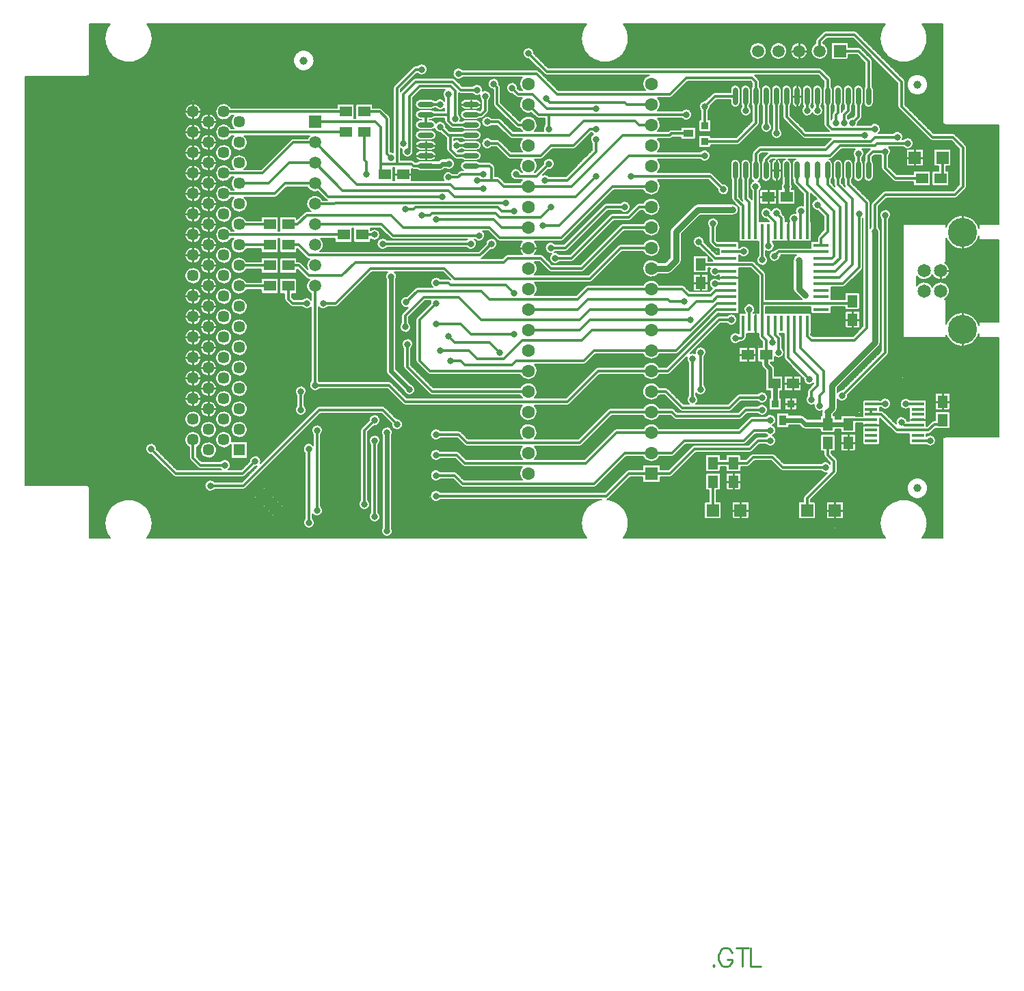
<source format=gtl>
%FSLAX44Y44*%
%MOMM*%
G71*
G01*
G75*
%ADD10C,0.2000*%
%ADD11O,2.0320X0.6096*%
%ADD12R,1.5240X1.2700*%
%ADD13R,1.5240X1.5240*%
%ADD14R,1.9050X0.4064*%
%ADD15R,0.4064X1.9050*%
%ADD16R,1.2700X1.5240*%
%ADD17O,0.6000X2.2000*%
%ADD18O,0.6000X2.2000*%
%ADD19R,0.9144X0.9144*%
%ADD20R,0.9144X1.2700*%
%ADD21R,1.5000X0.4000*%
%ADD22R,1.2700X0.9144*%
%ADD23C,1.0000*%
%ADD24C,0.3000*%
%ADD25C,0.6000*%
%ADD26C,0.8000*%
%ADD27C,0.5000*%
%ADD28C,0.2540*%
%ADD29C,0.2286*%
%ADD30C,3.6000*%
%ADD31C,1.6510*%
%ADD32C,1.4500*%
%ADD33R,1.4500X1.4500*%
%ADD34C,1.5000*%
%ADD35R,1.5000X1.5000*%
%ADD36R,1.6000X1.6000*%
%ADD37C,1.6000*%
%ADD38C,0.8000*%
D10*
X2099918Y1979017D02*
X2099341Y1981168D01*
X2097767Y1982743D01*
X2095616Y1983319D01*
X2099918Y1979017D02*
X2099341Y1981168D01*
X2097767Y1982743D01*
X2095616Y1983319D01*
X2177218Y1936317D02*
X2177108Y1938846D01*
X2176781Y1941357D01*
X2176238Y1943830D01*
X2175484Y1946247D01*
X2174524Y1948590D01*
X2173365Y1950841D01*
X2172016Y1952983D01*
X2170488Y1955002D01*
X2168790Y1956880D01*
X2166937Y1958606D01*
X2164942Y1960164D01*
X2162820Y1961545D01*
X2160587Y1962738D01*
X2158259Y1963733D01*
X2155853Y1964523D01*
X2153389Y1965103D01*
X2150883Y1965468D01*
X2148356Y1965616D01*
X2145825Y1965544D01*
X2143310Y1965255D01*
X2140829Y1964749D01*
X2138401Y1964031D01*
X2136044Y1963107D01*
X2133776Y1961982D01*
X2131613Y1960665D01*
X2129572Y1959167D01*
X2127668Y1957498D01*
X2125915Y1955671D01*
X2124327Y1953700D01*
X2122914Y1951599D01*
X2121688Y1949384D01*
X2120658Y1947071D01*
X2119832Y1944678D01*
X2119215Y1942222D01*
X2118812Y1939722D01*
X2118627Y1937197D01*
X2118660Y1934666D01*
X2118912Y1932146D01*
X2119380Y1929658D01*
X2120062Y1927220D01*
X2120951Y1924849D01*
X2122041Y1922565D01*
X2123325Y1920382D01*
X2124793Y1918319D01*
X2171039D02*
X2172446Y1920290D01*
X2173686Y1922370D01*
X2174750Y1924546D01*
X2175630Y1926802D01*
X2176321Y1929124D01*
X2176818Y1931494D01*
X2177118Y1933897D01*
X2177218Y1936317D01*
X2254673Y1987129D02*
X2252800Y1988694D01*
X2250506Y1989524D01*
X2248066Y1989521D01*
X2245774Y1988684D01*
X2243906Y1987114D01*
X2242687Y1985000D01*
X2242264Y1982597D01*
X2242687Y1980194D01*
X2243906Y1978080D01*
X2245774Y1976510D01*
X2248066Y1975673D01*
X2250506Y1975670D01*
X2252800Y1976500D01*
X2254673Y1978065D01*
X2202911Y1994632D02*
X2206116Y1993305D01*
X2202911Y1994632D02*
X2206116Y1993305D01*
X2223234Y2016827D02*
X2224561Y2013622D01*
X2182668Y2028317D02*
X2182194Y2030853D01*
X2180838Y2033049D01*
X2178781Y2034606D01*
X2176300Y2035318D01*
X2173730Y2035086D01*
X2171417Y2033943D01*
X2169672Y2032043D01*
X2168729Y2029640D01*
X2168717Y2027060D01*
X2169636Y2024649D01*
X2171363Y2022732D01*
X2173665Y2021567D01*
X2176233Y2021310D01*
X2223234Y2016827D02*
X2224561Y2013622D01*
X2233391Y2004792D02*
X2236596Y2003465D01*
X2233391Y2004792D02*
X2236596Y2003465D01*
X2232298Y2030238D02*
X2234226Y2031468D01*
X2235834Y2033093D01*
X2237043Y2035034D01*
X2237793Y2037194D01*
X2238048Y2039467D01*
X2237727Y2042014D01*
X2236786Y2044403D01*
X2235282Y2046483D01*
X2233309Y2048127D01*
X2230991Y2049230D01*
X2228472Y2049725D01*
X2225908Y2049580D01*
X2223461Y2048804D01*
X2221282Y2047447D01*
X2219507Y2045592D01*
X2218247Y2043355D01*
X2217581Y2040875D01*
X2217549Y2038308D01*
X2218155Y2035813D01*
X2219360Y2033546D01*
X2221089Y2031648D01*
X2223234Y2030238D01*
X2238048Y2064867D02*
X2237725Y2067424D01*
X2236776Y2069820D01*
X2235261Y2071906D01*
X2233275Y2073548D01*
X2230943Y2074646D01*
X2228411Y2075129D01*
X2225839Y2074967D01*
X2223388Y2074170D01*
X2221212Y2072789D01*
X2219447Y2070911D01*
X2218206Y2068652D01*
X2217565Y2066156D01*
Y2063578D01*
X2218206Y2061082D01*
X2219447Y2058823D01*
X2221212Y2056945D01*
X2223388Y2055564D01*
X2225839Y2054767D01*
X2228411Y2054605D01*
X2230943Y2055088D01*
X2233275Y2056186D01*
X2235261Y2057829D01*
X2236776Y2059914D01*
X2237725Y2062310D01*
X2238048Y2064867D01*
X2257098Y2026767D02*
X2256775Y2029324D01*
X2255826Y2031720D01*
X2254311Y2033806D01*
X2252325Y2035448D01*
X2249993Y2036546D01*
X2247461Y2037029D01*
X2244889Y2036867D01*
X2242438Y2036070D01*
X2240262Y2034689D01*
X2238497Y2032811D01*
X2237256Y2030552D01*
X2236615Y2028056D01*
Y2025478D01*
X2237256Y2022982D01*
X2238497Y2020723D01*
X2240262Y2018845D01*
X2242438Y2017464D01*
X2244889Y2016667D01*
X2247461Y2016505D01*
X2249993Y2016988D01*
X2252325Y2018086D01*
X2254311Y2019729D01*
X2255826Y2021814D01*
X2256775Y2024210D01*
X2257098Y2026767D01*
X2261699Y2003465D02*
X2262860Y2002369D01*
X2274108Y2007997D02*
X2273684Y2010400D01*
X2272465Y2012514D01*
X2270598Y2014084D01*
X2268306Y2014921D01*
X2265866Y2014924D01*
X2263571Y2014094D01*
X2261699Y2012529D01*
X2276148Y2039467D02*
X2275830Y2042004D01*
X2274896Y2044384D01*
X2273404Y2046460D01*
X2271446Y2048103D01*
X2269143Y2049213D01*
X2266637Y2049720D01*
X2264084Y2049593D01*
X2261640Y2048841D01*
X2259458Y2047508D01*
X2257672Y2045679D01*
X2256393Y2043466D01*
X2255699Y2041005D01*
X2255634Y2038449D01*
X2256202Y2035956D01*
X2257366Y2033681D01*
X2259057Y2031763D01*
X2261168Y2030321D01*
X2263570Y2029445D01*
X2266113Y2029188D01*
X2268642Y2029567D01*
X2270998Y2030558D01*
X2273038Y2032099D01*
X2274634Y2034097D01*
X2257098Y2052167D02*
X2256775Y2054724D01*
X2255826Y2057120D01*
X2254311Y2059205D01*
X2252325Y2060848D01*
X2249993Y2061946D01*
X2247461Y2062429D01*
X2244889Y2062267D01*
X2242438Y2061470D01*
X2240262Y2060089D01*
X2238497Y2058211D01*
X2237256Y2055952D01*
X2236615Y2053456D01*
Y2050878D01*
X2237256Y2048382D01*
X2238497Y2046123D01*
X2240262Y2044245D01*
X2242438Y2042864D01*
X2244889Y2042067D01*
X2247461Y2041905D01*
X2249993Y2042388D01*
X2252325Y2043486D01*
X2254311Y2045128D01*
X2255826Y2047214D01*
X2256775Y2049610D01*
X2257098Y2052167D01*
Y2077567D02*
X2256775Y2080124D01*
X2255826Y2082520D01*
X2254311Y2084606D01*
X2252325Y2086248D01*
X2249993Y2087346D01*
X2247461Y2087829D01*
X2244889Y2087667D01*
X2242438Y2086870D01*
X2240262Y2085489D01*
X2238497Y2083611D01*
X2237256Y2081352D01*
X2236615Y2078856D01*
Y2076278D01*
X2237256Y2073782D01*
X2238497Y2071523D01*
X2240262Y2069645D01*
X2242438Y2068264D01*
X2244889Y2067467D01*
X2247461Y2067305D01*
X2249993Y2067788D01*
X2252325Y2068886D01*
X2254311Y2070529D01*
X2255826Y2072614D01*
X2256775Y2075010D01*
X2257098Y2077567D01*
X2276148Y2064867D02*
X2275825Y2067424D01*
X2274876Y2069820D01*
X2273361Y2071906D01*
X2271375Y2073548D01*
X2269043Y2074646D01*
X2266511Y2075129D01*
X2263939Y2074967D01*
X2261488Y2074170D01*
X2259312Y2072789D01*
X2257547Y2070911D01*
X2256306Y2068652D01*
X2255665Y2066156D01*
Y2063578D01*
X2256306Y2061082D01*
X2257547Y2058823D01*
X2259312Y2056945D01*
X2261488Y2055564D01*
X2263939Y2054767D01*
X2266511Y2054605D01*
X2269043Y2055088D01*
X2271375Y2056186D01*
X2273361Y2057829D01*
X2274876Y2059914D01*
X2275825Y2062310D01*
X2276148Y2064867D01*
X2289936Y1978065D02*
X2293140Y1979392D01*
X2289936Y1978065D02*
X2293140Y1979392D01*
X2289676Y1993305D02*
X2292880Y1994632D01*
X2271292Y2002369D02*
X2272805Y2003919D01*
X2273774Y2005857D01*
X2274108Y2007997D01*
X2289676Y1993305D02*
X2292880Y1994632D01*
X2304318Y2006070D02*
X2307445Y2006516D01*
X2366684Y1942254D02*
X2365064Y1940284D01*
X2364254Y1937865D01*
X2364359Y1935317D01*
X2365367Y1932974D01*
X2367144Y1931144D01*
X2369456Y1930069D01*
X2372001Y1929889D01*
X2374442Y1930629D01*
X2376458Y1932190D01*
X2377785Y1934369D01*
X2378248Y1936877D01*
X2377592Y1939842D01*
X2375748Y1942254D01*
Y1947901D02*
X2377576Y1946200D01*
X2379883Y1945245D01*
X2382378Y1945157D01*
X2384747Y1945946D01*
X2386691Y1947513D01*
X2387964Y1949660D01*
X2388408Y1952117D01*
X2387752Y1955082D01*
X2385908Y1957494D01*
X2275859Y2037049D02*
X2276148Y2039467D01*
X2311477Y2010548D02*
X2311948Y2013077D01*
X2311501Y2015544D01*
X2310216Y2017698D01*
X2308258Y2019264D01*
X2305874Y2020043D01*
X2303369Y2019937D01*
X2301060Y2018958D01*
X2299242Y2017231D01*
X2298145Y2014976D01*
X2297909Y2012480D01*
X2295198Y2052167D02*
X2294875Y2054724D01*
X2293926Y2057120D01*
X2292411Y2059205D01*
X2290425Y2060848D01*
X2288093Y2061946D01*
X2285561Y2062429D01*
X2282989Y2062267D01*
X2280538Y2061470D01*
X2278362Y2060089D01*
X2276597Y2058211D01*
X2275356Y2055952D01*
X2274715Y2053456D01*
Y2050878D01*
X2275356Y2048382D01*
X2276597Y2046123D01*
X2278362Y2044245D01*
X2280538Y2042864D01*
X2282989Y2042067D01*
X2285561Y2041905D01*
X2288093Y2042388D01*
X2290425Y2043486D01*
X2292411Y2045128D01*
X2293926Y2047214D01*
X2294875Y2049610D01*
X2295198Y2052167D01*
Y2077567D02*
X2294875Y2080124D01*
X2293926Y2082520D01*
X2292411Y2084606D01*
X2290425Y2086248D01*
X2288093Y2087346D01*
X2285561Y2087829D01*
X2282989Y2087667D01*
X2280538Y2086870D01*
X2278362Y2085489D01*
X2276597Y2083611D01*
X2275356Y2081352D01*
X2274715Y2078856D01*
Y2076278D01*
X2275356Y2073782D01*
X2276597Y2071523D01*
X2278362Y2069645D01*
X2280538Y2068264D01*
X2282989Y2067467D01*
X2285561Y2067305D01*
X2288093Y2067788D01*
X2290425Y2068886D01*
X2292411Y2070529D01*
X2293926Y2072614D01*
X2294875Y2075010D01*
X2295198Y2077567D01*
X2376844Y2032533D02*
X2374912Y2034299D01*
X2372469Y2035236D01*
X2369852Y2035215D01*
X2367424Y2034239D01*
X2365521Y2032442D01*
X2364407Y2030074D01*
X2364236Y2027463D01*
X2365031Y2024970D01*
X2366684Y2022940D01*
X2388408Y2051177D02*
X2387945Y2053685D01*
X2386618Y2055864D01*
X2384602Y2057425D01*
X2382161Y2058165D01*
X2379617Y2057985D01*
X2377304Y2056910D01*
X2375527Y2055080D01*
X2374519Y2052737D01*
X2374413Y2050189D01*
X2375224Y2047770D01*
X2376844Y2045800D01*
X2385908D02*
X2387752Y2048212D01*
X2388408Y2051177D01*
X2436591Y2054382D02*
X2435264Y2051177D01*
X2436591Y2054382D02*
X2435264Y2051177D01*
X2356524Y2081954D02*
X2354904Y2079984D01*
X2354093Y2077565D01*
X2354199Y2075017D01*
X2355207Y2072674D01*
X2356984Y2070844D01*
X2359297Y2069769D01*
X2361841Y2069589D01*
X2364282Y2070329D01*
X2366298Y2071890D01*
X2367625Y2074069D01*
X2368088Y2076577D01*
X2367432Y2079542D01*
X2365588Y2081954D01*
Y2094060D02*
X2367432Y2096472D01*
X2368088Y2099437D01*
X2383916Y2081109D02*
X2380711Y2079782D01*
X2383916Y2081109D02*
X2380711Y2079782D01*
X2238048Y2090267D02*
X2237725Y2092824D01*
X2236776Y2095220D01*
X2235261Y2097305D01*
X2233275Y2098948D01*
X2230943Y2100046D01*
X2228411Y2100529D01*
X2225839Y2100367D01*
X2223388Y2099570D01*
X2221212Y2098189D01*
X2219447Y2096311D01*
X2218206Y2094052D01*
X2217565Y2091556D01*
Y2088978D01*
X2218206Y2086482D01*
X2219447Y2084223D01*
X2221212Y2082345D01*
X2223388Y2080964D01*
X2225839Y2080167D01*
X2228411Y2080005D01*
X2230943Y2080488D01*
X2233275Y2081586D01*
X2235261Y2083228D01*
X2236776Y2085314D01*
X2237725Y2087710D01*
X2238048Y2090267D01*
Y2115667D02*
X2237725Y2118224D01*
X2236776Y2120620D01*
X2235261Y2122706D01*
X2233275Y2124348D01*
X2230943Y2125446D01*
X2228411Y2125929D01*
X2225839Y2125767D01*
X2223388Y2124970D01*
X2221212Y2123589D01*
X2219447Y2121711D01*
X2218206Y2119452D01*
X2217565Y2116956D01*
Y2114378D01*
X2218206Y2111882D01*
X2219447Y2109623D01*
X2221212Y2107745D01*
X2223388Y2106364D01*
X2225839Y2105567D01*
X2228411Y2105405D01*
X2230943Y2105888D01*
X2233275Y2106986D01*
X2235261Y2108629D01*
X2236776Y2110714D01*
X2237725Y2113110D01*
X2238048Y2115667D01*
X2257098Y2102967D02*
X2256775Y2105524D01*
X2255826Y2107920D01*
X2254311Y2110005D01*
X2252325Y2111648D01*
X2249993Y2112746D01*
X2247461Y2113229D01*
X2244889Y2113067D01*
X2242438Y2112270D01*
X2240262Y2110889D01*
X2238497Y2109011D01*
X2237256Y2106752D01*
X2236615Y2104256D01*
Y2101678D01*
X2237256Y2099182D01*
X2238497Y2096923D01*
X2240262Y2095045D01*
X2242438Y2093664D01*
X2244889Y2092867D01*
X2247461Y2092705D01*
X2249993Y2093188D01*
X2252325Y2094286D01*
X2254311Y2095928D01*
X2255826Y2098014D01*
X2256775Y2100410D01*
X2257098Y2102967D01*
Y2128367D02*
X2256775Y2130924D01*
X2255826Y2133320D01*
X2254311Y2135405D01*
X2252325Y2137048D01*
X2249993Y2138146D01*
X2247461Y2138629D01*
X2244889Y2138467D01*
X2242438Y2137670D01*
X2240262Y2136289D01*
X2238497Y2134411D01*
X2237256Y2132152D01*
X2236615Y2129656D01*
Y2127078D01*
X2237256Y2124582D01*
X2238497Y2122323D01*
X2240262Y2120445D01*
X2242438Y2119064D01*
X2244889Y2118267D01*
X2247461Y2118105D01*
X2249993Y2118588D01*
X2252325Y2119686D01*
X2254311Y2121328D01*
X2255826Y2123414D01*
X2256775Y2125810D01*
X2257098Y2128367D01*
X2238048Y2141067D02*
X2237725Y2143624D01*
X2236776Y2146020D01*
X2235261Y2148105D01*
X2233275Y2149748D01*
X2230943Y2150846D01*
X2228411Y2151329D01*
X2225839Y2151167D01*
X2223388Y2150370D01*
X2221212Y2148989D01*
X2219447Y2147111D01*
X2218206Y2144852D01*
X2217565Y2142356D01*
Y2139778D01*
X2218206Y2137282D01*
X2219447Y2135023D01*
X2221212Y2133145D01*
X2223388Y2131764D01*
X2225839Y2130967D01*
X2228411Y2130805D01*
X2230943Y2131288D01*
X2233275Y2132386D01*
X2235261Y2134028D01*
X2236776Y2136114D01*
X2237725Y2138510D01*
X2238048Y2141067D01*
X2257098Y2153767D02*
X2256775Y2156324D01*
X2255826Y2158720D01*
X2254311Y2160806D01*
X2252325Y2162448D01*
X2249993Y2163546D01*
X2247461Y2164029D01*
X2244889Y2163867D01*
X2242438Y2163070D01*
X2240262Y2161689D01*
X2238497Y2159811D01*
X2237256Y2157552D01*
X2236615Y2155056D01*
Y2152478D01*
X2237256Y2149982D01*
X2238497Y2147723D01*
X2240262Y2145845D01*
X2242438Y2144464D01*
X2244889Y2143667D01*
X2247461Y2143505D01*
X2249993Y2143988D01*
X2252325Y2145086D01*
X2254311Y2146729D01*
X2255826Y2148814D01*
X2256775Y2151210D01*
X2257098Y2153767D01*
X2238048Y2166467D02*
X2237725Y2169024D01*
X2236776Y2171420D01*
X2235261Y2173506D01*
X2233275Y2175148D01*
X2230943Y2176246D01*
X2228411Y2176729D01*
X2225839Y2176567D01*
X2223388Y2175770D01*
X2221212Y2174389D01*
X2219447Y2172511D01*
X2218206Y2170252D01*
X2217565Y2167756D01*
Y2165178D01*
X2218206Y2162682D01*
X2219447Y2160423D01*
X2221212Y2158545D01*
X2223388Y2157164D01*
X2225839Y2156367D01*
X2228411Y2156205D01*
X2230943Y2156688D01*
X2233275Y2157786D01*
X2235261Y2159429D01*
X2236776Y2161514D01*
X2237725Y2163910D01*
X2238048Y2166467D01*
Y2191867D02*
X2237725Y2194424D01*
X2236776Y2196820D01*
X2235261Y2198905D01*
X2233275Y2200548D01*
X2230943Y2201646D01*
X2228411Y2202129D01*
X2225839Y2201967D01*
X2223388Y2201170D01*
X2221212Y2199789D01*
X2219447Y2197911D01*
X2218206Y2195652D01*
X2217565Y2193156D01*
Y2190578D01*
X2218206Y2188082D01*
X2219447Y2185823D01*
X2221212Y2183945D01*
X2223388Y2182564D01*
X2225839Y2181767D01*
X2228411Y2181605D01*
X2230943Y2182088D01*
X2233275Y2183186D01*
X2235261Y2184828D01*
X2236776Y2186914D01*
X2237725Y2189310D01*
X2238048Y2191867D01*
X2257098Y2179167D02*
X2256775Y2181724D01*
X2255826Y2184120D01*
X2254311Y2186205D01*
X2252325Y2187848D01*
X2249993Y2188946D01*
X2247461Y2189429D01*
X2244889Y2189267D01*
X2242438Y2188470D01*
X2240262Y2187089D01*
X2238497Y2185211D01*
X2237256Y2182952D01*
X2236615Y2180456D01*
Y2177878D01*
X2237256Y2175382D01*
X2238497Y2173123D01*
X2240262Y2171245D01*
X2242438Y2169864D01*
X2244889Y2169067D01*
X2247461Y2168905D01*
X2249993Y2169388D01*
X2252325Y2170486D01*
X2254311Y2172128D01*
X2255826Y2174214D01*
X2256775Y2176610D01*
X2257098Y2179167D01*
Y2204567D02*
X2256775Y2207124D01*
X2255826Y2209520D01*
X2254311Y2211606D01*
X2252325Y2213248D01*
X2249993Y2214346D01*
X2247461Y2214829D01*
X2244889Y2214667D01*
X2242438Y2213870D01*
X2240262Y2212489D01*
X2238497Y2210611D01*
X2237256Y2208352D01*
X2236615Y2205856D01*
Y2203278D01*
X2237256Y2200782D01*
X2238497Y2198523D01*
X2240262Y2196645D01*
X2242438Y2195264D01*
X2244889Y2194467D01*
X2247461Y2194305D01*
X2249993Y2194788D01*
X2252325Y2195886D01*
X2254311Y2197529D01*
X2255826Y2199614D01*
X2256775Y2202010D01*
X2257098Y2204567D01*
X2238048Y2217267D02*
X2237725Y2219824D01*
X2236776Y2222220D01*
X2235261Y2224306D01*
X2233275Y2225948D01*
X2230943Y2227046D01*
X2228411Y2227529D01*
X2225839Y2227367D01*
X2223388Y2226570D01*
X2221212Y2225189D01*
X2219447Y2223311D01*
X2218206Y2221052D01*
X2217565Y2218556D01*
Y2215978D01*
X2218206Y2213482D01*
X2219447Y2211223D01*
X2221212Y2209345D01*
X2223388Y2207964D01*
X2225839Y2207167D01*
X2228411Y2207005D01*
X2230943Y2207488D01*
X2233275Y2208586D01*
X2235261Y2210228D01*
X2236776Y2212314D01*
X2237725Y2214710D01*
X2238048Y2217267D01*
X2257098Y2229967D02*
X2256775Y2232524D01*
X2255826Y2234920D01*
X2254311Y2237005D01*
X2252325Y2238648D01*
X2249993Y2239746D01*
X2247461Y2240229D01*
X2244889Y2240067D01*
X2242438Y2239270D01*
X2240262Y2237889D01*
X2238497Y2236011D01*
X2237256Y2233752D01*
X2236615Y2231256D01*
Y2228678D01*
X2237256Y2226182D01*
X2238497Y2223923D01*
X2240262Y2222045D01*
X2242438Y2220664D01*
X2244889Y2219867D01*
X2247461Y2219705D01*
X2249993Y2220188D01*
X2252325Y2221286D01*
X2254311Y2222928D01*
X2255826Y2225014D01*
X2256775Y2227410D01*
X2257098Y2229967D01*
X2276148Y2090267D02*
X2275825Y2092824D01*
X2274876Y2095220D01*
X2273361Y2097305D01*
X2271375Y2098948D01*
X2269043Y2100046D01*
X2266511Y2100529D01*
X2263939Y2100367D01*
X2261488Y2099570D01*
X2259312Y2098189D01*
X2257547Y2096311D01*
X2256306Y2094052D01*
X2255665Y2091556D01*
Y2088978D01*
X2256306Y2086482D01*
X2257547Y2084223D01*
X2259312Y2082345D01*
X2261488Y2080964D01*
X2263939Y2080167D01*
X2266511Y2080005D01*
X2269043Y2080488D01*
X2271375Y2081586D01*
X2273361Y2083228D01*
X2274876Y2085314D01*
X2275825Y2087710D01*
X2276148Y2090267D01*
X2295198Y2102967D02*
X2294875Y2105524D01*
X2293926Y2107920D01*
X2292411Y2110005D01*
X2290425Y2111648D01*
X2288093Y2112746D01*
X2285561Y2113229D01*
X2282989Y2113067D01*
X2280538Y2112270D01*
X2278362Y2110889D01*
X2276597Y2109011D01*
X2275356Y2106752D01*
X2274715Y2104256D01*
Y2101678D01*
X2275356Y2099182D01*
X2276597Y2096923D01*
X2278362Y2095045D01*
X2280538Y2093664D01*
X2282989Y2092867D01*
X2285561Y2092705D01*
X2288093Y2093188D01*
X2290425Y2094286D01*
X2292411Y2095928D01*
X2293926Y2098014D01*
X2294875Y2100410D01*
X2295198Y2102967D01*
X2276148Y2115667D02*
X2275825Y2118224D01*
X2274876Y2120620D01*
X2273361Y2122706D01*
X2271375Y2124348D01*
X2269043Y2125446D01*
X2266511Y2125929D01*
X2263939Y2125767D01*
X2261488Y2124970D01*
X2259312Y2123589D01*
X2257547Y2121711D01*
X2256306Y2119452D01*
X2255665Y2116956D01*
Y2114378D01*
X2256306Y2111882D01*
X2257547Y2109623D01*
X2259312Y2107745D01*
X2261488Y2106364D01*
X2263939Y2105567D01*
X2266511Y2105405D01*
X2269043Y2105888D01*
X2271375Y2106986D01*
X2273361Y2108629D01*
X2274876Y2110714D01*
X2275825Y2113110D01*
X2276148Y2115667D01*
X2368088Y2099437D02*
X2367625Y2101945D01*
X2366298Y2104124D01*
X2364282Y2105685D01*
X2361841Y2106425D01*
X2359297Y2106245D01*
X2356984Y2105170D01*
X2355207Y2103340D01*
X2354199Y2100997D01*
X2354093Y2098449D01*
X2354904Y2096030D01*
X2356524Y2094060D01*
X2295198Y2128367D02*
X2294875Y2130924D01*
X2293926Y2133320D01*
X2292411Y2135405D01*
X2290425Y2137048D01*
X2288093Y2138146D01*
X2285561Y2138629D01*
X2282989Y2138467D01*
X2280538Y2137670D01*
X2278362Y2136289D01*
X2276597Y2134411D01*
X2275356Y2132152D01*
X2274715Y2129656D01*
Y2127078D01*
X2275356Y2124582D01*
X2276597Y2122323D01*
X2278362Y2120445D01*
X2280538Y2119064D01*
X2282989Y2118267D01*
X2285561Y2118105D01*
X2288093Y2118588D01*
X2290425Y2119686D01*
X2292411Y2121328D01*
X2293926Y2123414D01*
X2294875Y2125810D01*
X2295198Y2128367D01*
X2276148Y2141067D02*
X2275825Y2143624D01*
X2274876Y2146020D01*
X2273361Y2148105D01*
X2271375Y2149748D01*
X2269043Y2150846D01*
X2266511Y2151329D01*
X2263939Y2151167D01*
X2261488Y2150370D01*
X2259312Y2148989D01*
X2257547Y2147111D01*
X2256306Y2144852D01*
X2255665Y2142356D01*
Y2139778D01*
X2256306Y2137282D01*
X2257547Y2135023D01*
X2259312Y2133145D01*
X2261488Y2131764D01*
X2263939Y2130967D01*
X2266511Y2130805D01*
X2269043Y2131288D01*
X2271375Y2132386D01*
X2273361Y2134028D01*
X2274876Y2136114D01*
X2275825Y2138510D01*
X2276148Y2141067D01*
X2295198Y2153767D02*
X2294875Y2156324D01*
X2293926Y2158720D01*
X2292411Y2160806D01*
X2290425Y2162448D01*
X2288093Y2163546D01*
X2285561Y2164029D01*
X2282989Y2163867D01*
X2280538Y2163070D01*
X2278362Y2161689D01*
X2276597Y2159811D01*
X2275356Y2157552D01*
X2274715Y2155056D01*
Y2152478D01*
X2275356Y2149982D01*
X2276597Y2147723D01*
X2278362Y2145845D01*
X2280538Y2144464D01*
X2282989Y2143667D01*
X2285561Y2143505D01*
X2288093Y2143988D01*
X2290425Y2145086D01*
X2292411Y2146729D01*
X2293926Y2148814D01*
X2294875Y2151210D01*
X2295198Y2153767D01*
X2374304Y2112434D02*
X2372673Y2110444D01*
X2371867Y2108000D01*
X2371994Y2105430D01*
X2373038Y2103078D01*
X2374857Y2101259D01*
X2377209Y2100216D01*
X2379779Y2100089D01*
X2382222Y2100894D01*
X2384213Y2102525D01*
Y2111589D02*
X2383368Y2112434D01*
X2276148Y2166467D02*
X2275825Y2169024D01*
X2274876Y2171420D01*
X2273361Y2173506D01*
X2271375Y2175148D01*
X2269043Y2176246D01*
X2266511Y2176729D01*
X2263939Y2176567D01*
X2261488Y2175770D01*
X2259312Y2174389D01*
X2257547Y2172511D01*
X2256306Y2170252D01*
X2255665Y2167756D01*
Y2165178D01*
X2256306Y2162682D01*
X2257547Y2160423D01*
X2259312Y2158545D01*
X2261488Y2157164D01*
X2263939Y2156367D01*
X2266511Y2156205D01*
X2269043Y2156688D01*
X2271375Y2157786D01*
X2273361Y2159429D01*
X2274876Y2161514D01*
X2275825Y2163910D01*
X2276148Y2166467D01*
Y2191867D02*
X2275825Y2194424D01*
X2274876Y2196820D01*
X2273361Y2198905D01*
X2271375Y2200548D01*
X2269043Y2201646D01*
X2266511Y2202129D01*
X2263939Y2201967D01*
X2261488Y2201170D01*
X2259312Y2199789D01*
X2257547Y2197911D01*
X2256306Y2195652D01*
X2255665Y2193156D01*
Y2190578D01*
X2256306Y2188082D01*
X2257547Y2185823D01*
X2259312Y2183945D01*
X2261488Y2182564D01*
X2263939Y2181767D01*
X2266511Y2181605D01*
X2269043Y2182088D01*
X2271375Y2183186D01*
X2273361Y2184828D01*
X2274876Y2186914D01*
X2275825Y2189310D01*
X2276148Y2191867D01*
Y2217267D02*
X2275825Y2219824D01*
X2274876Y2222220D01*
X2273361Y2224306D01*
X2271375Y2225948D01*
X2269043Y2227046D01*
X2266511Y2227529D01*
X2263939Y2227367D01*
X2261488Y2226570D01*
X2259312Y2225189D01*
X2257547Y2223311D01*
X2256306Y2221052D01*
X2255665Y2218556D01*
Y2215978D01*
X2256306Y2213482D01*
X2257547Y2211223D01*
X2259312Y2209345D01*
X2261488Y2207964D01*
X2263939Y2207167D01*
X2266511Y2207005D01*
X2269043Y2207488D01*
X2271375Y2208586D01*
X2273361Y2210228D01*
X2274876Y2212314D01*
X2275825Y2214710D01*
X2276148Y2217267D01*
X2294145Y2234499D02*
X2292776Y2236595D01*
X2290941Y2238298D01*
X2288749Y2239508D01*
X2286329Y2240151D01*
X2283826Y2240191D01*
X2281387Y2239625D01*
X2279158Y2238486D01*
X2277270Y2236841D01*
X2275835Y2234790D01*
X2274939Y2232452D01*
X2274634Y2229967D01*
X2274939Y2227482D01*
X2275835Y2225144D01*
X2277270Y2223093D01*
X2279158Y2221448D01*
X2281387Y2220309D01*
X2283826Y2219743D01*
X2286329Y2219783D01*
X2288749Y2220426D01*
X2290941Y2221635D01*
X2292776Y2223339D01*
X2294145Y2225435D01*
X2295198Y2179167D02*
X2294875Y2181724D01*
X2293926Y2184120D01*
X2292411Y2186205D01*
X2290425Y2187848D01*
X2288093Y2188946D01*
X2285561Y2189429D01*
X2282989Y2189267D01*
X2280538Y2188470D01*
X2278362Y2187089D01*
X2276597Y2185211D01*
X2275356Y2182952D01*
X2274715Y2180456D01*
Y2177878D01*
X2275356Y2175382D01*
X2276597Y2173123D01*
X2278362Y2171245D01*
X2280538Y2169864D01*
X2282989Y2169067D01*
X2285561Y2168905D01*
X2288093Y2169388D01*
X2290425Y2170486D01*
X2292411Y2172128D01*
X2293926Y2174214D01*
X2294875Y2176610D01*
X2295198Y2179167D01*
Y2204567D02*
X2294875Y2207124D01*
X2293926Y2209520D01*
X2292411Y2211606D01*
X2290425Y2213248D01*
X2288093Y2214346D01*
X2285561Y2214829D01*
X2282989Y2214667D01*
X2280538Y2213870D01*
X2278362Y2212489D01*
X2276597Y2210611D01*
X2275356Y2208352D01*
X2274715Y2205856D01*
Y2203278D01*
X2275356Y2200782D01*
X2276597Y2198523D01*
X2278362Y2196645D01*
X2280538Y2195264D01*
X2282989Y2194467D01*
X2285561Y2194305D01*
X2288093Y2194788D01*
X2290425Y2195886D01*
X2292411Y2197529D01*
X2293926Y2199614D01*
X2294875Y2202010D01*
X2295198Y2204567D01*
X2341258Y2213763D02*
X2342585Y2210558D01*
X2347691Y2205452D02*
X2350896Y2204125D01*
X2341258Y2213763D02*
X2342585Y2210558D01*
X2347691Y2205452D02*
X2350896Y2204125D01*
X2363299D02*
X2365238Y2202523D01*
X2367617Y2201705D01*
X2370132Y2201777D01*
X2372460Y2202730D01*
X2374304Y2204441D01*
X2383368D02*
X2385212Y2202730D01*
X2387540Y2201777D01*
X2390054Y2201705D01*
X2392433Y2202523D01*
X2394373Y2204125D01*
X2404236D02*
X2407440Y2205452D01*
X2374304Y2212873D02*
X2372460Y2214584D01*
X2370132Y2215537D01*
X2367617Y2215609D01*
X2365238Y2214791D01*
X2363299Y2213189D01*
X2404236Y2204125D02*
X2407440Y2205452D01*
X2372007Y2238135D02*
X2370242Y2236206D01*
X2369007Y2233901D01*
X2368378Y2231363D01*
X2368393Y2228748D01*
X2369052Y2226218D01*
X2370314Y2223928D01*
X2372101Y2222019D01*
X2374304Y2220610D01*
X2447964Y1949874D02*
X2446344Y1947904D01*
X2445533Y1945485D01*
X2445639Y1942937D01*
X2446647Y1940594D01*
X2448424Y1938764D01*
X2450737Y1937689D01*
X2453281Y1937509D01*
X2455722Y1938249D01*
X2457738Y1939810D01*
X2459065Y1941989D01*
X2459528Y1944497D01*
X2458872Y1947462D01*
X2457028Y1949874D01*
X2461704Y1930332D02*
X2460807Y1927919D01*
X2460839Y1925345D01*
X2461795Y1922954D01*
X2463547Y1921069D01*
X2465861Y1919940D01*
X2468425Y1919719D01*
X2470898Y1920436D01*
X2472946Y1921995D01*
X2474297Y1924186D01*
X2474768Y1926717D01*
X2473768Y1930332D01*
X2435264Y1965114D02*
X2433644Y1963144D01*
X2432834Y1960725D01*
X2432939Y1958177D01*
X2433947Y1955834D01*
X2435724Y1954004D01*
X2438036Y1952929D01*
X2440581Y1952749D01*
X2443022Y1953489D01*
X2445038Y1955050D01*
X2446365Y1957229D01*
X2446828Y1959737D01*
X2446172Y1962702D01*
X2444328Y1965114D01*
X2534073Y1974429D02*
X2532200Y1975994D01*
X2529906Y1976824D01*
X2527466Y1976821D01*
X2525174Y1975984D01*
X2523306Y1974414D01*
X2522087Y1972300D01*
X2521664Y1969897D01*
X2522087Y1967494D01*
X2523306Y1965380D01*
X2525174Y1963810D01*
X2527466Y1962973D01*
X2529906Y1962970D01*
X2532200Y1963800D01*
X2534073Y1965365D01*
X2459528Y2038477D02*
X2459065Y2040985D01*
X2457738Y2043164D01*
X2455722Y2044725D01*
X2453281Y2045465D01*
X2450737Y2045285D01*
X2448424Y2044210D01*
X2446647Y2042380D01*
X2445639Y2040037D01*
X2445533Y2037489D01*
X2446344Y2035070D01*
X2447964Y2033100D01*
X2451898Y2056870D02*
X2454209Y2057057D01*
X2456333Y2057985D01*
X2458041Y2059553D01*
X2459146Y2061591D01*
X2459528Y2063877D01*
X2457028Y2033100D02*
X2458872Y2035512D01*
X2459528Y2038477D01*
X2534073Y1999829D02*
X2532200Y2001394D01*
X2529906Y2002224D01*
X2527466Y2002221D01*
X2525174Y2001384D01*
X2523306Y1999814D01*
X2522087Y1997700D01*
X2521664Y1995297D01*
X2522087Y1992894D01*
X2523306Y1990780D01*
X2525174Y1989210D01*
X2527466Y1988373D01*
X2529906Y1988370D01*
X2532200Y1989200D01*
X2534073Y1990765D01*
Y2025229D02*
X2532200Y2026794D01*
X2529906Y2027624D01*
X2527466Y2027621D01*
X2525174Y2026784D01*
X2523306Y2025214D01*
X2522087Y2023100D01*
X2521664Y2020697D01*
X2522087Y2018294D01*
X2523306Y2016180D01*
X2525174Y2014610D01*
X2527466Y2013773D01*
X2529906Y2013770D01*
X2532200Y2014600D01*
X2534073Y2016165D01*
X2558511Y1981932D02*
X2561716Y1980605D01*
X2558511Y1981932D02*
X2561716Y1980605D01*
X2554760Y1998502D02*
X2551556Y1999829D01*
X2554760Y1998502D02*
X2551556Y1999829D01*
X2557300Y2023902D02*
X2554096Y2025229D01*
X2557300Y2023902D02*
X2554096Y2025229D01*
X2473768Y2045022D02*
X2474768Y2048637D01*
X2474297Y2051168D01*
X2472946Y2053359D01*
X2470898Y2054918D01*
X2468425Y2055635D01*
X2465861Y2055414D01*
X2463547Y2054285D01*
X2461795Y2052400D01*
X2460839Y2050009D01*
X2460807Y2047435D01*
X2461704Y2045023D01*
X2473429Y2059394D02*
X2473665Y2056898D01*
X2474762Y2054643D01*
X2476580Y2052916D01*
X2478889Y2051937D01*
X2481394Y2051831D01*
X2483778Y2052610D01*
X2485736Y2054176D01*
X2487021Y2056330D01*
X2487468Y2058797D01*
X2534073Y2050629D02*
X2532200Y2052194D01*
X2529906Y2053024D01*
X2527466Y2053021D01*
X2525174Y2052184D01*
X2523306Y2050614D01*
X2522087Y2048500D01*
X2521664Y2046097D01*
X2522087Y2043694D01*
X2523306Y2041580D01*
X2525174Y2040010D01*
X2527466Y2039173D01*
X2529906Y2039170D01*
X2532200Y2040000D01*
X2534073Y2041565D01*
X2487468Y2058797D02*
X2487086Y2061084D01*
X2485981Y2063121D01*
X2484274Y2064689D01*
X2482149Y2065617D01*
X2479838Y2065804D01*
X2559840Y2049302D02*
X2556636Y2050629D01*
X2559840Y2049302D02*
X2556636Y2050629D01*
X2734066Y1965365D02*
X2731542Y1964917D01*
X2729066Y1964251D01*
X2726659Y1963370D01*
X2724337Y1962283D01*
X2722119Y1960997D01*
X2720023Y1959521D01*
X2718063Y1957869D01*
X2716255Y1956051D01*
X2714613Y1954082D01*
X2713150Y1951977D01*
X2711876Y1949753D01*
X2710801Y1947425D01*
X2709934Y1945013D01*
X2709281Y1942534D01*
X2708847Y1940007D01*
X2708636Y1937452D01*
X2708649Y1934888D01*
X2708885Y1932336D01*
X2709344Y1929814D01*
X2710022Y1927341D01*
X2710914Y1924937D01*
X2712012Y1922621D01*
X2713308Y1920409D01*
X2714792Y1918319D01*
X2561051Y2007332D02*
X2564256Y2006005D01*
X2561051Y2007332D02*
X2564256Y2006005D01*
X2563591Y2032732D02*
X2566796Y2031405D01*
X2563591Y2032732D02*
X2566796Y2031405D01*
X2635580Y2006005D02*
X2633863Y2004025D01*
X2632661Y2001695D01*
X2632042Y1999148D01*
Y1996526D01*
X2632661Y1993979D01*
X2633863Y1991649D01*
X2635580Y1989669D01*
Y2031405D02*
X2633863Y2029425D01*
X2632661Y2027095D01*
X2632042Y2024548D01*
Y2021926D01*
X2632661Y2019379D01*
X2633863Y2017049D01*
X2635580Y2015069D01*
X2650411D02*
X2651941Y2016780D01*
X2653083Y2018771D01*
X2653789Y2020954D01*
X2654028Y2023237D01*
X2653789Y2025520D01*
X2653083Y2027703D01*
X2651941Y2029694D01*
X2650411Y2031405D01*
X2724276Y1980605D02*
X2727480Y1981932D01*
X2724276Y1980605D02*
X2727480Y1981932D01*
X2654028Y2048637D02*
X2653727Y2051193D01*
X2652843Y2053610D01*
X2651423Y2055757D01*
X2649543Y2057516D01*
X2647308Y2058791D01*
X2644838Y2059514D01*
X2642267Y2059645D01*
X2639737Y2059177D01*
X2637383Y2058134D01*
X2635335Y2056575D01*
X2633704Y2054584D01*
X2632579Y2052270D01*
X2632021Y2049757D01*
X2632060Y2047184D01*
X2632694Y2044689D01*
X2633889Y2042410D01*
X2635580Y2040469D01*
X2650411D02*
X2651941Y2042180D01*
X2653083Y2044171D01*
X2653789Y2046354D01*
X2654028Y2048637D01*
X2706496Y2031405D02*
X2709700Y2032732D01*
X2706496Y2031405D02*
X2709700Y2032732D01*
X2459528Y2063877D02*
X2459081Y2066344D01*
X2457796Y2068498D01*
X2455838Y2070064D01*
X2453454Y2070843D01*
X2450949Y2070737D01*
X2448640Y2069758D01*
X2446822Y2068031D01*
X2445725Y2065776D01*
X2445489Y2063280D01*
X2465860Y2079782D02*
X2462656Y2081109D01*
X2465860Y2079782D02*
X2462656Y2081109D01*
X2473480Y2110262D02*
X2470276Y2111589D01*
X2473480Y2110262D02*
X2470276Y2111589D01*
X2466784Y2124837D02*
X2467243Y2122529D01*
X2468551Y2120572D01*
X2466784Y2124837D02*
X2467243Y2122529D01*
X2468551Y2120572D01*
X2487391Y2083532D02*
X2490596Y2082205D01*
X2487391Y2083532D02*
X2490596Y2082205D01*
X2520411Y2096232D02*
X2523616Y2094905D01*
X2520411Y2096232D02*
X2523616Y2094905D01*
X2488855Y2100267D02*
X2489902Y2097963D01*
X2491698Y2096178D01*
X2494010Y2095145D01*
X2496537Y2094998D01*
X2498953Y2095755D01*
X2500944Y2097319D01*
X2502252Y2099487D01*
X2502708Y2101977D01*
X2502325Y2104264D01*
X2501220Y2106303D01*
X2499511Y2107871D01*
X2497385Y2108798D01*
X2517871Y2121632D02*
X2521076Y2120305D01*
X2517871Y2121632D02*
X2521076Y2120305D01*
X2487391Y2196622D02*
X2486064Y2193417D01*
X2487391Y2196622D02*
X2486064Y2193417D01*
X2488604Y2129917D02*
X2489931Y2126712D01*
X2488604Y2129917D02*
X2489931Y2126712D01*
X2500168Y2157857D02*
X2499705Y2160365D01*
X2498378Y2162544D01*
X2496362Y2164105D01*
X2493921Y2164845D01*
X2491376Y2164665D01*
X2489064Y2163590D01*
X2487287Y2161760D01*
X2486279Y2159417D01*
X2486174Y2156869D01*
X2486984Y2154450D01*
X2488604Y2152480D01*
X2503844Y2137537D02*
X2505171Y2134332D01*
X2503844Y2137537D02*
X2505171Y2134332D01*
X2497668Y2152480D02*
X2499512Y2154892D01*
X2500168Y2157857D01*
X2486064Y2184570D02*
X2484444Y2182600D01*
X2483634Y2180181D01*
X2483739Y2177633D01*
X2484747Y2175290D01*
X2486524Y2173460D01*
X2488837Y2172385D01*
X2491381Y2172205D01*
X2493822Y2172945D01*
X2495838Y2174506D01*
X2497165Y2176685D01*
X2497628Y2179193D01*
X2496972Y2182158D01*
X2495128Y2184570D01*
X2492463Y2216934D02*
X2490001Y2216707D01*
X2487770Y2215643D01*
X2486044Y2213872D01*
X2485039Y2211613D01*
X2484877Y2209146D01*
X2485579Y2206776D01*
X2487059Y2204795D01*
X2489132Y2203448D01*
X2491543Y2202902D01*
X2493994Y2203225D01*
X2505171Y2191542D02*
X2503844Y2188337D01*
X2505171Y2191542D02*
X2503844Y2188337D01*
X2635580Y2082205D02*
X2633889Y2080264D01*
X2632694Y2077985D01*
X2632060Y2075491D01*
X2632021Y2072917D01*
X2632579Y2070404D01*
X2633704Y2068090D01*
X2635335Y2066098D01*
X2637383Y2064539D01*
X2639737Y2063497D01*
X2642267Y2063029D01*
X2644838Y2063160D01*
X2647308Y2063883D01*
X2649543Y2065158D01*
X2651423Y2066917D01*
X2652843Y2069064D01*
X2653727Y2071481D01*
X2654028Y2074037D01*
X2653789Y2076320D01*
X2653083Y2078503D01*
X2651941Y2080494D01*
X2650411Y2082205D01*
X2691256D02*
X2694460Y2083532D01*
X2691256Y2082205D02*
X2694460Y2083532D01*
X2632938Y2094905D02*
X2634072Y2092951D01*
X2635580Y2091269D01*
X2650411D02*
X2651941Y2092980D01*
X2653083Y2094971D01*
X2653789Y2097154D01*
X2654028Y2099437D01*
X2653746Y2101915D01*
X2652915Y2104266D01*
X2651577Y2106370D01*
X2649801Y2108120D01*
X2647677Y2109427D01*
X2645313Y2110223D01*
X2642832Y2110468D01*
X2640359Y2110149D01*
X2638020Y2109283D01*
X2635936Y2107914D01*
X2634212Y2106112D01*
X2632938Y2103969D01*
X2522378Y2211745D02*
X2521689Y2208060D01*
X2632938Y2120305D02*
X2634212Y2118162D01*
X2635936Y2116360D01*
X2638020Y2114991D01*
X2640359Y2114125D01*
X2642832Y2113806D01*
X2645313Y2114051D01*
X2647677Y2114847D01*
X2649801Y2116154D01*
X2651577Y2117904D01*
X2652915Y2120008D01*
X2653746Y2122359D01*
X2654028Y2124837D01*
X2653789Y2127120D01*
X2653083Y2129303D01*
X2651941Y2131294D01*
X2650411Y2133005D01*
Y2218269D02*
X2651941Y2219980D01*
X2653083Y2221971D01*
X2653789Y2224154D01*
X2654028Y2226437D01*
X2711576Y2133005D02*
X2714780Y2134332D01*
X2711576Y2133005D02*
X2714780Y2134332D01*
X2238048Y2242667D02*
X2237725Y2245224D01*
X2236776Y2247620D01*
X2235261Y2249706D01*
X2233275Y2251348D01*
X2230943Y2252446D01*
X2228411Y2252929D01*
X2225839Y2252767D01*
X2223388Y2251970D01*
X2221212Y2250589D01*
X2219447Y2248711D01*
X2218206Y2246452D01*
X2217565Y2243956D01*
Y2241378D01*
X2218206Y2238882D01*
X2219447Y2236623D01*
X2221212Y2234745D01*
X2223388Y2233364D01*
X2225839Y2232567D01*
X2228411Y2232405D01*
X2230943Y2232888D01*
X2233275Y2233986D01*
X2235261Y2235629D01*
X2236776Y2237714D01*
X2237725Y2240110D01*
X2238048Y2242667D01*
Y2268067D02*
X2237725Y2270624D01*
X2236776Y2273020D01*
X2235261Y2275105D01*
X2233275Y2276748D01*
X2230943Y2277846D01*
X2228411Y2278329D01*
X2225839Y2278167D01*
X2223388Y2277370D01*
X2221212Y2275989D01*
X2219447Y2274111D01*
X2218206Y2271852D01*
X2217565Y2269356D01*
Y2266778D01*
X2218206Y2264282D01*
X2219447Y2262023D01*
X2221212Y2260145D01*
X2223388Y2258764D01*
X2225839Y2257967D01*
X2228411Y2257805D01*
X2230943Y2258288D01*
X2233275Y2259386D01*
X2235261Y2261028D01*
X2236776Y2263114D01*
X2237725Y2265510D01*
X2238048Y2268067D01*
X2257098Y2255367D02*
X2256775Y2257924D01*
X2255826Y2260320D01*
X2254311Y2262406D01*
X2252325Y2264048D01*
X2249993Y2265146D01*
X2247461Y2265629D01*
X2244889Y2265467D01*
X2242438Y2264670D01*
X2240262Y2263289D01*
X2238497Y2261411D01*
X2237256Y2259152D01*
X2236615Y2256656D01*
Y2254078D01*
X2237256Y2251582D01*
X2238497Y2249323D01*
X2240262Y2247445D01*
X2242438Y2246064D01*
X2244889Y2245267D01*
X2247461Y2245105D01*
X2249993Y2245588D01*
X2252325Y2246686D01*
X2254311Y2248329D01*
X2255826Y2250414D01*
X2256775Y2252810D01*
X2257098Y2255367D01*
Y2280767D02*
X2256775Y2283324D01*
X2255826Y2285720D01*
X2254311Y2287805D01*
X2252325Y2289448D01*
X2249993Y2290546D01*
X2247461Y2291029D01*
X2244889Y2290867D01*
X2242438Y2290070D01*
X2240262Y2288689D01*
X2238497Y2286811D01*
X2237256Y2284552D01*
X2236615Y2282056D01*
Y2279478D01*
X2237256Y2276982D01*
X2238497Y2274723D01*
X2240262Y2272845D01*
X2242438Y2271464D01*
X2244889Y2270667D01*
X2247461Y2270505D01*
X2249993Y2270988D01*
X2252325Y2272086D01*
X2254311Y2273728D01*
X2255826Y2275814D01*
X2256775Y2278210D01*
X2257098Y2280767D01*
X2238048Y2293467D02*
X2237725Y2296024D01*
X2236776Y2298420D01*
X2235261Y2300506D01*
X2233275Y2302148D01*
X2230943Y2303246D01*
X2228411Y2303729D01*
X2225839Y2303567D01*
X2223388Y2302770D01*
X2221212Y2301389D01*
X2219447Y2299511D01*
X2218206Y2297252D01*
X2217565Y2294756D01*
Y2292178D01*
X2218206Y2289682D01*
X2219447Y2287423D01*
X2221212Y2285545D01*
X2223388Y2284164D01*
X2225839Y2283367D01*
X2228411Y2283205D01*
X2230943Y2283688D01*
X2233275Y2284786D01*
X2235261Y2286429D01*
X2236776Y2288514D01*
X2237725Y2290910D01*
X2238048Y2293467D01*
X2276148Y2242667D02*
X2275825Y2245224D01*
X2274876Y2247620D01*
X2273361Y2249706D01*
X2271375Y2251348D01*
X2269043Y2252446D01*
X2266511Y2252929D01*
X2263939Y2252767D01*
X2261488Y2251970D01*
X2259312Y2250589D01*
X2257547Y2248711D01*
X2256306Y2246452D01*
X2255665Y2243956D01*
Y2241378D01*
X2256306Y2238882D01*
X2257547Y2236623D01*
X2259312Y2234745D01*
X2261488Y2233364D01*
X2263939Y2232567D01*
X2266511Y2232405D01*
X2269043Y2232888D01*
X2271375Y2233986D01*
X2273361Y2235629D01*
X2274876Y2237714D01*
X2275825Y2240110D01*
X2276148Y2242667D01*
X2294145Y2259899D02*
X2292776Y2261995D01*
X2290941Y2263698D01*
X2288749Y2264908D01*
X2286329Y2265551D01*
X2283826Y2265591D01*
X2281387Y2265025D01*
X2279158Y2263886D01*
X2277270Y2262241D01*
X2275835Y2260190D01*
X2274939Y2257852D01*
X2274634Y2255367D01*
X2274939Y2252882D01*
X2275835Y2250544D01*
X2277270Y2248493D01*
X2279158Y2246848D01*
X2281387Y2245709D01*
X2283826Y2245143D01*
X2286329Y2245183D01*
X2288749Y2245826D01*
X2290941Y2247036D01*
X2292776Y2248739D01*
X2294145Y2250835D01*
X2276148Y2268067D02*
X2275825Y2270624D01*
X2274876Y2273020D01*
X2273361Y2275105D01*
X2271375Y2276748D01*
X2269043Y2277846D01*
X2266511Y2278329D01*
X2263939Y2278167D01*
X2261488Y2277370D01*
X2259312Y2275989D01*
X2257547Y2274111D01*
X2256306Y2271852D01*
X2255665Y2269356D01*
Y2266778D01*
X2256306Y2264282D01*
X2257547Y2262023D01*
X2259312Y2260145D01*
X2261488Y2258764D01*
X2263939Y2257967D01*
X2266511Y2257805D01*
X2269043Y2258288D01*
X2271375Y2259386D01*
X2273361Y2261028D01*
X2274876Y2263114D01*
X2275825Y2265510D01*
X2276148Y2268067D01*
X2278671Y2288935D02*
X2276907Y2287215D01*
X2275603Y2285124D01*
X2274833Y2282783D01*
X2274643Y2280327D01*
X2275043Y2277896D01*
X2276009Y2275629D01*
X2277487Y2273658D01*
X2279392Y2272095D01*
X2281614Y2271030D01*
X2284025Y2270524D01*
X2286488Y2270606D01*
X2288860Y2271272D01*
X2291006Y2272483D01*
X2292802Y2274169D01*
X2294145Y2276235D01*
X2275095Y2297999D02*
X2273726Y2300095D01*
X2271891Y2301799D01*
X2269699Y2303008D01*
X2267279Y2303651D01*
X2264776Y2303691D01*
X2262337Y2303125D01*
X2260108Y2301986D01*
X2258220Y2300341D01*
X2256785Y2298290D01*
X2255889Y2295952D01*
X2255584Y2293467D01*
X2255889Y2290982D01*
X2256785Y2288644D01*
X2258220Y2286593D01*
X2260108Y2284948D01*
X2262337Y2283809D01*
X2264776Y2283243D01*
X2267279Y2283283D01*
X2269699Y2283926D01*
X2271891Y2285135D01*
X2273726Y2286839D01*
X2275095Y2288935D01*
X2257098Y2306167D02*
X2256775Y2308724D01*
X2255826Y2311120D01*
X2254311Y2313206D01*
X2252325Y2314848D01*
X2249993Y2315946D01*
X2247461Y2316429D01*
X2244889Y2316267D01*
X2242438Y2315470D01*
X2240262Y2314089D01*
X2238497Y2312211D01*
X2237256Y2309952D01*
X2236615Y2307456D01*
Y2304878D01*
X2237256Y2302382D01*
X2238497Y2300123D01*
X2240262Y2298245D01*
X2242438Y2296864D01*
X2244889Y2296067D01*
X2247461Y2295905D01*
X2249993Y2296388D01*
X2252325Y2297486D01*
X2254311Y2299129D01*
X2255826Y2301214D01*
X2256775Y2303610D01*
X2257098Y2306167D01*
X2238048Y2318867D02*
X2237725Y2321424D01*
X2236776Y2323820D01*
X2235261Y2325905D01*
X2233275Y2327548D01*
X2230943Y2328646D01*
X2228411Y2329129D01*
X2225839Y2328967D01*
X2223388Y2328170D01*
X2221212Y2326789D01*
X2219447Y2324911D01*
X2218206Y2322652D01*
X2217565Y2320156D01*
Y2317578D01*
X2218206Y2315082D01*
X2219447Y2312823D01*
X2221212Y2310945D01*
X2223388Y2309564D01*
X2225839Y2308767D01*
X2228411Y2308605D01*
X2230943Y2309088D01*
X2233275Y2310186D01*
X2235261Y2311828D01*
X2236776Y2313914D01*
X2237725Y2316310D01*
X2238048Y2318867D01*
Y2344267D02*
X2237725Y2346824D01*
X2236776Y2349220D01*
X2235261Y2351306D01*
X2233275Y2352948D01*
X2230943Y2354046D01*
X2228411Y2354529D01*
X2225839Y2354367D01*
X2223388Y2353570D01*
X2221212Y2352189D01*
X2219447Y2350311D01*
X2218206Y2348052D01*
X2217565Y2345556D01*
Y2342978D01*
X2218206Y2340482D01*
X2219447Y2338223D01*
X2221212Y2336345D01*
X2223388Y2334964D01*
X2225839Y2334167D01*
X2228411Y2334005D01*
X2230943Y2334488D01*
X2233275Y2335586D01*
X2235261Y2337229D01*
X2236776Y2339314D01*
X2237725Y2341710D01*
X2238048Y2344267D01*
X2257098Y2331567D02*
X2256775Y2334124D01*
X2255826Y2336520D01*
X2254311Y2338605D01*
X2252325Y2340248D01*
X2249993Y2341346D01*
X2247461Y2341829D01*
X2244889Y2341667D01*
X2242438Y2340870D01*
X2240262Y2339489D01*
X2238497Y2337611D01*
X2237256Y2335352D01*
X2236615Y2332856D01*
Y2330278D01*
X2237256Y2327782D01*
X2238497Y2325523D01*
X2240262Y2323645D01*
X2242438Y2322264D01*
X2244889Y2321467D01*
X2247461Y2321305D01*
X2249993Y2321788D01*
X2252325Y2322886D01*
X2254311Y2324529D01*
X2255826Y2326614D01*
X2256775Y2329010D01*
X2257098Y2331567D01*
X2276148Y2318867D02*
X2275825Y2321424D01*
X2274876Y2323820D01*
X2273361Y2325905D01*
X2271375Y2327548D01*
X2269043Y2328646D01*
X2266511Y2329129D01*
X2263939Y2328967D01*
X2261488Y2328170D01*
X2259312Y2326789D01*
X2257547Y2324911D01*
X2256306Y2322652D01*
X2255665Y2320156D01*
Y2317578D01*
X2256306Y2315082D01*
X2257547Y2312823D01*
X2259312Y2310945D01*
X2261488Y2309564D01*
X2263939Y2308767D01*
X2266511Y2308605D01*
X2269043Y2309088D01*
X2271375Y2310186D01*
X2273361Y2311828D01*
X2274876Y2313914D01*
X2275825Y2316310D01*
X2276148Y2318867D01*
X2294145Y2310699D02*
X2292802Y2312765D01*
X2291006Y2314451D01*
X2288860Y2315662D01*
X2286488Y2316328D01*
X2284025Y2316410D01*
X2281614Y2315904D01*
X2279392Y2314839D01*
X2277487Y2313276D01*
X2276009Y2311305D01*
X2275043Y2309038D01*
X2274643Y2306607D01*
X2274833Y2304151D01*
X2275603Y2301810D01*
X2276907Y2299719D01*
X2278671Y2297999D01*
X2275095Y2348799D02*
X2273726Y2350895D01*
X2271891Y2352599D01*
X2269699Y2353808D01*
X2267279Y2354451D01*
X2264776Y2354491D01*
X2262337Y2353925D01*
X2260108Y2352786D01*
X2258220Y2351141D01*
X2256785Y2349090D01*
X2255889Y2346752D01*
X2255584Y2344267D01*
X2255889Y2341782D01*
X2256785Y2339444D01*
X2258220Y2337393D01*
X2260108Y2335748D01*
X2262337Y2334609D01*
X2264776Y2334043D01*
X2267279Y2334083D01*
X2269699Y2334726D01*
X2271891Y2335936D01*
X2273726Y2337639D01*
X2275095Y2339735D01*
X2278671D02*
X2276820Y2337906D01*
X2275488Y2335671D01*
X2274760Y2333173D01*
X2274682Y2330572D01*
X2275259Y2328035D01*
X2276455Y2325725D01*
X2278192Y2323788D01*
X2280360Y2322349D01*
X2282820Y2321501D01*
X2285414Y2321297D01*
X2287976Y2321751D01*
X2290342Y2322833D01*
X2292360Y2324475D01*
X2293902Y2326570D01*
X2294868Y2328986D01*
X2295198Y2331567D01*
X2294928Y2333906D01*
X2294133Y2336122D01*
X2292855Y2338100D01*
X2291161Y2339735D01*
X2361720Y2258572D02*
X2358516Y2259899D01*
X2361720Y2258572D02*
X2358516Y2259899D01*
X2368011Y2239462D02*
X2371216Y2238135D01*
X2368011Y2239462D02*
X2371216Y2238135D01*
X2468600Y2247305D02*
X2466861Y2245418D01*
X2465916Y2243033D01*
X2465889Y2240467D01*
X2466784Y2238062D01*
X2372007Y2263535D02*
X2370158Y2261485D01*
X2368905Y2259024D01*
X2368335Y2256323D01*
X2368486Y2253566D01*
X2369349Y2250943D01*
X2368011Y2264862D02*
X2371216Y2263535D01*
X2368011Y2264862D02*
X2371216Y2263535D01*
X2478848Y2238062D02*
X2479848Y2241677D01*
X2479514Y2243817D01*
X2478545Y2245755D01*
X2477032Y2247305D01*
X2385296Y2272599D02*
X2387006Y2274271D01*
X2388295Y2276286D01*
X2389096Y2278540D01*
X2389368Y2280917D01*
X2389122Y2283178D01*
X2388397Y2285333D01*
X2387227Y2287282D01*
X2385665Y2288935D01*
X2368676Y2322409D02*
X2365471Y2321082D01*
X2368676Y2322409D02*
X2365471Y2321082D01*
X2392011Y2337532D02*
X2394586Y2336249D01*
X2392011Y2337532D02*
X2394586Y2336249D01*
X2329026Y2339735D02*
X2332230Y2341062D01*
X2329026Y2339735D02*
X2332230Y2341062D01*
X2388343Y2336249D02*
X2387018Y2338349D01*
X2385238Y2340080D01*
X2383102Y2341346D01*
X2380730Y2342077D01*
X2378252Y2342233D01*
X2375806Y2341804D01*
X2373529Y2340814D01*
X2371547Y2339319D01*
X2369970Y2337402D01*
X2368885Y2335168D01*
X2368354Y2332743D01*
X2368405Y2330261D01*
X2369036Y2327859D01*
X2370211Y2325672D01*
X2371866Y2323821D01*
X2373908Y2322409D01*
X2369329Y2352585D02*
X2370708Y2350419D01*
X2372570Y2348651D01*
X2374805Y2347387D01*
X2377280Y2346701D01*
X2379847Y2346634D01*
X2382354Y2347190D01*
X2468033Y2286849D02*
X2466160Y2288414D01*
X2463866Y2289244D01*
X2461426Y2289241D01*
X2459134Y2288404D01*
X2457266Y2286834D01*
X2456047Y2284720D01*
X2455624Y2282317D01*
X2456047Y2279914D01*
X2457266Y2277800D01*
X2459134Y2276230D01*
X2461426Y2275393D01*
X2463866Y2275390D01*
X2466160Y2276220D01*
X2468033Y2277785D01*
X2447908Y2288138D02*
X2450213Y2286816D01*
X2452845Y2286444D01*
X2455427Y2287075D01*
X2457590Y2288620D01*
X2459025Y2290857D01*
X2459528Y2293467D01*
X2459025Y2296077D01*
X2457590Y2298314D01*
X2455427Y2299859D01*
X2452845Y2300490D01*
X2450213Y2300118D01*
X2447908Y2298796D01*
X2472151Y2289272D02*
X2475356Y2287945D01*
X2472151Y2289272D02*
X2475356Y2287945D01*
X2238048Y2369667D02*
X2237725Y2372224D01*
X2236776Y2374620D01*
X2235261Y2376705D01*
X2233275Y2378348D01*
X2230943Y2379446D01*
X2228411Y2379929D01*
X2225839Y2379767D01*
X2223388Y2378970D01*
X2221212Y2377589D01*
X2219447Y2375711D01*
X2218206Y2373452D01*
X2217565Y2370956D01*
Y2368378D01*
X2218206Y2365882D01*
X2219447Y2363623D01*
X2221212Y2361745D01*
X2223388Y2360364D01*
X2225839Y2359567D01*
X2228411Y2359405D01*
X2230943Y2359888D01*
X2233275Y2360986D01*
X2235261Y2362628D01*
X2236776Y2364714D01*
X2237725Y2367110D01*
X2238048Y2369667D01*
X2257098Y2356967D02*
X2256775Y2359524D01*
X2255826Y2361920D01*
X2254311Y2364005D01*
X2252325Y2365648D01*
X2249993Y2366746D01*
X2247461Y2367229D01*
X2244889Y2367067D01*
X2242438Y2366270D01*
X2240262Y2364889D01*
X2238497Y2363011D01*
X2237256Y2360752D01*
X2236615Y2358256D01*
Y2355678D01*
X2237256Y2353182D01*
X2238497Y2350923D01*
X2240262Y2349045D01*
X2242438Y2347664D01*
X2244889Y2346867D01*
X2247461Y2346705D01*
X2249993Y2347188D01*
X2252325Y2348286D01*
X2254311Y2349928D01*
X2255826Y2352014D01*
X2256775Y2354410D01*
X2257098Y2356967D01*
Y2382367D02*
X2256775Y2384924D01*
X2255826Y2387320D01*
X2254311Y2389406D01*
X2252325Y2391048D01*
X2249993Y2392146D01*
X2247461Y2392629D01*
X2244889Y2392467D01*
X2242438Y2391670D01*
X2240262Y2390289D01*
X2238497Y2388411D01*
X2237256Y2386152D01*
X2236615Y2383656D01*
Y2381078D01*
X2237256Y2378582D01*
X2238497Y2376323D01*
X2240262Y2374445D01*
X2242438Y2373064D01*
X2244889Y2372267D01*
X2247461Y2372105D01*
X2249993Y2372588D01*
X2252325Y2373686D01*
X2254311Y2375329D01*
X2255826Y2377414D01*
X2256775Y2379810D01*
X2257098Y2382367D01*
X2275095Y2374199D02*
X2273726Y2376295D01*
X2271891Y2377999D01*
X2269699Y2379208D01*
X2267279Y2379851D01*
X2264776Y2379891D01*
X2262337Y2379325D01*
X2260108Y2378186D01*
X2258220Y2376541D01*
X2256785Y2374490D01*
X2255889Y2372152D01*
X2255584Y2369667D01*
X2255889Y2367182D01*
X2256785Y2364844D01*
X2258220Y2362793D01*
X2260108Y2361148D01*
X2262337Y2360009D01*
X2264776Y2359443D01*
X2267279Y2359483D01*
X2269699Y2360126D01*
X2271891Y2361335D01*
X2273726Y2363039D01*
X2275095Y2365135D01*
X2238048Y2395067D02*
X2237725Y2397624D01*
X2236776Y2400020D01*
X2235261Y2402106D01*
X2233275Y2403748D01*
X2230943Y2404846D01*
X2228411Y2405329D01*
X2225839Y2405167D01*
X2223388Y2404370D01*
X2221212Y2402989D01*
X2219447Y2401111D01*
X2218206Y2398852D01*
X2217565Y2396356D01*
Y2393778D01*
X2218206Y2391282D01*
X2219447Y2389023D01*
X2221212Y2387145D01*
X2223388Y2385764D01*
X2225839Y2384967D01*
X2228411Y2384805D01*
X2230943Y2385288D01*
X2233275Y2386386D01*
X2235261Y2388029D01*
X2236776Y2390114D01*
X2237725Y2392510D01*
X2238048Y2395067D01*
X2276148Y2395067D02*
X2275825Y2397624D01*
X2274876Y2400020D01*
X2273361Y2402106D01*
X2271375Y2403748D01*
X2269043Y2404846D01*
X2266511Y2405329D01*
X2263939Y2405167D01*
X2261488Y2404370D01*
X2259312Y2402989D01*
X2257547Y2401111D01*
X2256306Y2398852D01*
X2255665Y2396356D01*
Y2393778D01*
X2256306Y2391282D01*
X2257547Y2389023D01*
X2259312Y2387145D01*
X2261488Y2385764D01*
X2263939Y2384967D01*
X2266511Y2384805D01*
X2269043Y2385288D01*
X2271375Y2386386D01*
X2273361Y2388029D01*
X2274876Y2390114D01*
X2275825Y2392510D01*
X2276148Y2395067D01*
X2257098Y2407767D02*
X2256775Y2410324D01*
X2255826Y2412720D01*
X2254311Y2414805D01*
X2252325Y2416448D01*
X2249993Y2417546D01*
X2247461Y2418029D01*
X2244889Y2417867D01*
X2242438Y2417070D01*
X2240262Y2415689D01*
X2238497Y2413811D01*
X2237256Y2411552D01*
X2236615Y2409056D01*
Y2406478D01*
X2237256Y2403982D01*
X2238497Y2401723D01*
X2240262Y2399845D01*
X2242438Y2398464D01*
X2244889Y2397667D01*
X2247461Y2397505D01*
X2249993Y2397988D01*
X2252325Y2399086D01*
X2254311Y2400728D01*
X2255826Y2402814D01*
X2256775Y2405210D01*
X2257098Y2407767D01*
X2095616Y2489315D02*
X2097767Y2489891D01*
X2099341Y2491466D01*
X2099918Y2493617D01*
X2095616Y2489315D02*
X2097767Y2489891D01*
X2099341Y2491466D01*
X2099918Y2493617D01*
X2124793Y2554315D02*
X2123325Y2552252D01*
X2122041Y2550069D01*
X2120951Y2547785D01*
X2120062Y2545414D01*
X2119380Y2542976D01*
X2118912Y2540488D01*
X2118660Y2537968D01*
X2118627Y2535437D01*
X2118812Y2532912D01*
X2119215Y2530412D01*
X2119832Y2527956D01*
X2120658Y2525563D01*
X2121688Y2523250D01*
X2122914Y2521035D01*
X2124327Y2518934D01*
X2125915Y2516963D01*
X2127668Y2515136D01*
X2129572Y2513467D01*
X2131613Y2511969D01*
X2133776Y2510652D01*
X2136044Y2509527D01*
X2138401Y2508603D01*
X2140829Y2507885D01*
X2143310Y2507379D01*
X2145825Y2507090D01*
X2148356Y2507018D01*
X2150884Y2507166D01*
X2153389Y2507531D01*
X2155853Y2508111D01*
X2158259Y2508901D01*
X2160587Y2509896D01*
X2162820Y2511089D01*
X2164942Y2512470D01*
X2166938Y2514028D01*
X2168790Y2515754D01*
X2170488Y2517632D01*
X2172016Y2519651D01*
X2173365Y2521793D01*
X2174524Y2524044D01*
X2175484Y2526387D01*
X2176238Y2528804D01*
X2176781Y2531277D01*
X2177108Y2533788D01*
X2177218Y2536317D01*
X2177118Y2538737D01*
X2176818Y2541140D01*
X2176321Y2543510D01*
X2175630Y2545832D01*
X2174750Y2548088D01*
X2173686Y2550264D01*
X2172446Y2552344D01*
X2171039Y2554315D01*
X2238048Y2420467D02*
X2237725Y2423024D01*
X2236776Y2425420D01*
X2235261Y2427505D01*
X2233275Y2429148D01*
X2230943Y2430246D01*
X2228411Y2430729D01*
X2225839Y2430567D01*
X2223388Y2429770D01*
X2221212Y2428389D01*
X2219447Y2426511D01*
X2218206Y2424252D01*
X2217565Y2421756D01*
Y2419178D01*
X2218206Y2416682D01*
X2219447Y2414423D01*
X2221212Y2412545D01*
X2223388Y2411164D01*
X2225839Y2410367D01*
X2228411Y2410205D01*
X2230943Y2410688D01*
X2233275Y2411786D01*
X2235261Y2413428D01*
X2236776Y2415514D01*
X2237725Y2417910D01*
X2238048Y2420467D01*
X2257098Y2433167D02*
X2256775Y2435724D01*
X2255826Y2438120D01*
X2254311Y2440206D01*
X2252325Y2441848D01*
X2249993Y2442946D01*
X2247461Y2443429D01*
X2244889Y2443267D01*
X2242438Y2442470D01*
X2240262Y2441089D01*
X2238497Y2439211D01*
X2237256Y2436952D01*
X2236615Y2434456D01*
Y2431878D01*
X2237256Y2429382D01*
X2238497Y2427123D01*
X2240262Y2425245D01*
X2242438Y2423864D01*
X2244889Y2423067D01*
X2247461Y2422905D01*
X2249993Y2423388D01*
X2252325Y2424486D01*
X2254311Y2426129D01*
X2255826Y2428214D01*
X2256775Y2430610D01*
X2257098Y2433167D01*
X2238048Y2445867D02*
X2237725Y2448424D01*
X2236776Y2450820D01*
X2235261Y2452905D01*
X2233275Y2454548D01*
X2230943Y2455646D01*
X2228411Y2456129D01*
X2225839Y2455967D01*
X2223388Y2455170D01*
X2221212Y2453789D01*
X2219447Y2451911D01*
X2218206Y2449652D01*
X2217565Y2447156D01*
Y2444578D01*
X2218206Y2442082D01*
X2219447Y2439823D01*
X2221212Y2437945D01*
X2223388Y2436564D01*
X2225839Y2435767D01*
X2228411Y2435605D01*
X2230943Y2436088D01*
X2233275Y2437186D01*
X2235261Y2438828D01*
X2236776Y2440914D01*
X2237725Y2443310D01*
X2238048Y2445867D01*
X2275095Y2424999D02*
X2273726Y2427095D01*
X2271891Y2428799D01*
X2269699Y2430008D01*
X2267279Y2430651D01*
X2264776Y2430691D01*
X2262337Y2430125D01*
X2260108Y2428986D01*
X2258220Y2427341D01*
X2256785Y2425290D01*
X2255889Y2422952D01*
X2255584Y2420467D01*
X2255889Y2417982D01*
X2256785Y2415644D01*
X2258220Y2413593D01*
X2260108Y2411948D01*
X2262337Y2410809D01*
X2264776Y2410243D01*
X2267279Y2410283D01*
X2269699Y2410926D01*
X2271891Y2412135D01*
X2273726Y2413839D01*
X2275095Y2415935D01*
Y2450399D02*
X2273726Y2452495D01*
X2271891Y2454198D01*
X2269699Y2455408D01*
X2267279Y2456051D01*
X2264776Y2456091D01*
X2262337Y2455525D01*
X2260108Y2454386D01*
X2258220Y2452741D01*
X2256785Y2450690D01*
X2255889Y2448352D01*
X2255584Y2445867D01*
X2255889Y2443382D01*
X2256785Y2441044D01*
X2258220Y2438993D01*
X2260108Y2437348D01*
X2262337Y2436209D01*
X2264776Y2435643D01*
X2267279Y2435683D01*
X2269699Y2436326D01*
X2271891Y2437536D01*
X2273726Y2439239D01*
X2275095Y2441335D01*
X2278671Y2365135D02*
X2276766Y2363236D01*
X2275419Y2360909D01*
X2274722Y2358312D01*
Y2355622D01*
X2275419Y2353025D01*
X2276766Y2350698D01*
X2278671Y2348799D01*
X2295198Y2382367D02*
X2294868Y2384948D01*
X2293902Y2387364D01*
X2292360Y2389459D01*
X2290342Y2391101D01*
X2287976Y2392183D01*
X2285414Y2392637D01*
X2282820Y2392433D01*
X2280360Y2391585D01*
X2278192Y2390146D01*
X2276455Y2388209D01*
X2275259Y2385899D01*
X2274682Y2383362D01*
X2274760Y2380761D01*
X2275488Y2378263D01*
X2276820Y2376028D01*
X2278671Y2374199D01*
X2291161D02*
X2292855Y2375834D01*
X2294133Y2377811D01*
X2294928Y2380028D01*
X2295198Y2382367D01*
X2278671Y2415935D02*
X2276820Y2414106D01*
X2275488Y2411871D01*
X2274760Y2409373D01*
X2274682Y2406772D01*
X2275259Y2404235D01*
X2276455Y2401925D01*
X2278192Y2399988D01*
X2280360Y2398549D01*
X2282820Y2397701D01*
X2285414Y2397497D01*
X2287976Y2397951D01*
X2290342Y2399033D01*
X2292360Y2400675D01*
X2293902Y2402771D01*
X2294868Y2405186D01*
X2295198Y2407767D01*
X2294928Y2410106D01*
X2294133Y2412323D01*
X2292855Y2414300D01*
X2291161Y2415935D01*
X2278671Y2441335D02*
X2276766Y2439436D01*
X2275419Y2437109D01*
X2274722Y2434512D01*
Y2431822D01*
X2275419Y2429225D01*
X2276766Y2426898D01*
X2278671Y2424999D01*
X2475904Y2395315D02*
X2472268Y2396008D01*
X2498708Y2374794D02*
X2500756Y2374305D01*
X2498708Y2374794D02*
X2500756Y2374305D01*
X2501420Y2384582D02*
X2498216Y2385909D01*
X2501420Y2384582D02*
X2498216Y2385909D01*
X2500168Y2396617D02*
X2500042Y2397942D01*
X2486887Y2399843D02*
X2486150Y2397422D01*
X2486317Y2394897D01*
X2487368Y2392595D01*
X2489165Y2390814D01*
X2491476Y2389784D01*
X2494002Y2389639D01*
X2496416Y2390397D01*
X2498406Y2391961D01*
X2499713Y2394128D01*
X2500168Y2396617D01*
X2484968Y2400459D02*
X2486887Y2399843D01*
X2500042Y2397942D02*
X2500208Y2399157D01*
X2500042Y2397942D02*
X2500208Y2399157D01*
X2352036Y2412449D02*
X2348831Y2411122D01*
X2352036Y2412449D02*
X2348831Y2411122D01*
X2372007Y2415935D02*
X2370484Y2414333D01*
X2369329Y2412449D01*
X2377928Y2509317D02*
X2377678Y2511856D01*
X2376937Y2514297D01*
X2375735Y2516546D01*
X2374117Y2518518D01*
X2372145Y2520136D01*
X2369895Y2521339D01*
X2367454Y2522079D01*
X2364916Y2522329D01*
X2362377Y2522079D01*
X2359936Y2521339D01*
X2357686Y2520136D01*
X2355715Y2518518D01*
X2354097Y2516546D01*
X2352894Y2514297D01*
X2352154Y2511856D01*
X2351904Y2509317D01*
X2352154Y2506779D01*
X2352894Y2504337D01*
X2354097Y2502088D01*
X2355715Y2500116D01*
X2357686Y2498498D01*
X2359936Y2497295D01*
X2362377Y2496555D01*
X2364916Y2496305D01*
X2367454Y2496555D01*
X2369895Y2497295D01*
X2372145Y2498498D01*
X2374117Y2500116D01*
X2375735Y2502088D01*
X2376937Y2504337D01*
X2377678Y2506779D01*
X2377928Y2509317D01*
X2462330Y2449072D02*
X2459126Y2450399D01*
X2472268Y2437257D02*
X2470940Y2440462D01*
X2472268Y2437257D02*
X2470940Y2440462D01*
X2462330Y2449072D02*
X2459126Y2450399D01*
X2477231Y2478562D02*
X2475904Y2475357D01*
X2477231Y2478562D02*
X2475904Y2475357D01*
X2505836Y2228429D02*
X2502631Y2227102D01*
X2505836Y2228429D02*
X2502631Y2227102D01*
X2534073Y2238589D02*
X2532043Y2240241D01*
X2529550Y2241037D01*
X2526938Y2240866D01*
X2524570Y2239752D01*
X2522774Y2237849D01*
X2521797Y2235421D01*
X2521776Y2232804D01*
X2522714Y2230360D01*
X2524480Y2228429D01*
X2546468Y2237816D02*
X2543936Y2238589D01*
X2546468Y2237816D02*
X2543936Y2238589D01*
X2585003Y2263989D02*
X2586230Y2264862D01*
X2585003Y2263989D02*
X2586230Y2264862D01*
X2566499Y2277785D02*
X2568371Y2276220D01*
X2570666Y2275390D01*
X2573105Y2275393D01*
X2575398Y2276230D01*
X2577265Y2277800D01*
X2578484Y2279914D01*
X2578908Y2282317D01*
X2596678Y2275310D02*
X2598989Y2275497D01*
X2601114Y2276425D01*
X2602821Y2277993D01*
X2603926Y2280031D01*
X2604308Y2282317D01*
X2578908D02*
X2578574Y2284457D01*
X2577605Y2286395D01*
X2576092Y2287945D01*
X2576659D02*
X2578531Y2286380D01*
X2580826Y2285550D01*
X2583266Y2285553D01*
X2585558Y2286390D01*
X2587426Y2287960D01*
X2588644Y2290074D01*
X2589068Y2292477D01*
X2549293Y2369094D02*
X2547216Y2370771D01*
X2544664Y2371554D01*
X2542004Y2371329D01*
X2539619Y2370129D01*
X2537854Y2368126D01*
X2536962Y2365610D01*
X2537073Y2362943D01*
X2538169Y2360509D01*
X2567660Y2287945D02*
X2566499Y2286849D01*
X2604308Y2282317D02*
X2603860Y2284784D01*
X2602576Y2286938D01*
X2600618Y2288504D01*
X2598234Y2289283D01*
X2595729Y2289177D01*
X2593420Y2288198D01*
X2591602Y2286471D01*
X2590505Y2284216D01*
X2590269Y2281720D01*
X2589068Y2292477D02*
X2588734Y2294617D01*
X2587765Y2296555D01*
X2586252Y2298105D01*
X2504831Y2374305D02*
X2506714Y2373157D01*
X2508884Y2372757D01*
Y2384917D02*
X2506714Y2384517D01*
X2504831Y2383369D01*
X2523108Y2372757D02*
X2523870Y2372805D01*
Y2384869D02*
X2523108Y2384917D01*
Y2385457D02*
X2525434Y2385920D01*
X2527407Y2387238D01*
X2528725Y2389210D01*
X2529188Y2391537D01*
X2533776Y2372805D02*
X2536084Y2373264D01*
X2538041Y2374572D01*
X2533776Y2372805D02*
X2536084Y2373264D01*
X2538041Y2374572D01*
X2541301Y2375345D02*
X2543601Y2374469D01*
X2546062Y2374439D01*
X2548382Y2375259D01*
X2550278Y2376828D01*
X2551517Y2378954D01*
X2551948Y2381377D01*
X2551517Y2383800D01*
X2550278Y2385926D01*
X2548382Y2387495D01*
X2546062Y2388315D01*
X2543601Y2388285D01*
X2541301Y2387409D01*
X2536316D02*
X2534007Y2386950D01*
X2532050Y2385642D01*
X2536316Y2387409D02*
X2534007Y2386950D01*
X2532050Y2385642D01*
X2508884Y2397617D02*
X2506557Y2397154D01*
X2504585Y2395836D01*
X2503266Y2393864D01*
X2502804Y2391537D01*
X2503266Y2389210D01*
X2504585Y2387238D01*
X2506557Y2385920D01*
X2508884Y2385457D01*
Y2410317D02*
X2506557Y2409854D01*
X2504585Y2408536D01*
X2503266Y2406564D01*
X2502804Y2404237D01*
X2503266Y2401910D01*
X2504585Y2399938D01*
X2506557Y2398620D01*
X2508884Y2398157D01*
X2529188Y2391537D02*
X2528725Y2393864D01*
X2527407Y2395836D01*
X2525434Y2397154D01*
X2523108Y2397617D01*
X2541944Y2399157D02*
X2543271Y2395952D01*
X2541944Y2399157D02*
X2543271Y2395952D01*
X2523108Y2398157D02*
X2525434Y2398620D01*
X2527407Y2399938D01*
X2528725Y2401910D01*
X2529188Y2404237D01*
X2528725Y2406564D01*
X2527407Y2408536D01*
X2525434Y2409854D01*
X2523108Y2410317D01*
X2560276Y2373209D02*
X2557071Y2371882D01*
X2560276Y2373209D02*
X2557071Y2371882D01*
X2564764Y2384917D02*
X2562433Y2384453D01*
X2560459Y2383130D01*
X2559142Y2381152D01*
X2558684Y2378821D01*
X2559154Y2376492D01*
X2560482Y2374521D01*
X2562463Y2373209D01*
X2550891Y2388332D02*
X2554096Y2387005D01*
X2550891Y2388332D02*
X2554096Y2387005D01*
X2560711D02*
X2562594Y2385857D01*
X2564764Y2385457D01*
Y2397617D02*
X2562594Y2397217D01*
X2560711Y2396069D01*
X2583041Y2383369D02*
X2581157Y2384517D01*
X2578988Y2384917D01*
X2597940Y2382042D02*
X2594736Y2383369D01*
X2597940Y2382042D02*
X2594736Y2383369D01*
X2578988Y2385457D02*
X2581314Y2385920D01*
X2583287Y2387238D01*
X2584605Y2389210D01*
X2585068Y2391537D01*
X2584605Y2393864D01*
X2583287Y2395836D01*
X2581314Y2397154D01*
X2578988Y2397617D01*
X2554801Y2397240D02*
X2557377Y2398018D01*
X2559473Y2399705D01*
X2560711D02*
X2562594Y2398557D01*
X2564764Y2398157D01*
Y2410317D02*
X2562594Y2409917D01*
X2560711Y2408769D01*
X2559473D02*
X2557706Y2410271D01*
X2555547Y2411118D01*
X2553230Y2411216D01*
X2551008Y2410555D01*
X2578988Y2398157D02*
X2581314Y2398620D01*
X2583287Y2399938D01*
X2584605Y2401910D01*
X2585068Y2404237D01*
X2584605Y2406564D01*
X2583287Y2408536D01*
X2581314Y2409854D01*
X2578988Y2410317D01*
X2654028Y2226437D02*
X2653789Y2228720D01*
X2653083Y2230903D01*
X2651941Y2232894D01*
X2650411Y2234605D01*
Y2243669D02*
X2651941Y2245380D01*
X2653083Y2247371D01*
X2653789Y2249554D01*
X2654028Y2251837D01*
X2653789Y2254120D01*
X2653083Y2256303D01*
X2651941Y2258294D01*
X2650411Y2260005D01*
X2617596Y2269069D02*
X2614391Y2267742D01*
X2617596Y2269069D02*
X2614391Y2267742D01*
X2667731Y2248632D02*
X2670936Y2247305D01*
X2667731Y2248632D02*
X2670936Y2247305D01*
X2661440Y2267742D02*
X2658236Y2269069D01*
X2650411D02*
X2651941Y2270780D01*
X2653083Y2272771D01*
X2653789Y2274954D01*
X2654028Y2277237D01*
X2635580Y2285405D02*
X2633863Y2283425D01*
X2632661Y2281095D01*
X2632042Y2278548D01*
Y2275926D01*
X2632661Y2273379D01*
X2633863Y2271049D01*
X2635580Y2269069D01*
X2654028Y2277237D02*
X2653789Y2279520D01*
X2653083Y2281703D01*
X2651941Y2283694D01*
X2650411Y2285405D01*
X2661440Y2267742D02*
X2658236Y2269069D01*
X2671957Y2270280D02*
X2670127Y2268380D01*
X2669125Y2265939D01*
X2669093Y2263301D01*
X2670036Y2260837D01*
X2671821Y2258893D01*
X2674196Y2257745D01*
X2676827Y2257552D01*
X2679344Y2258342D01*
X2681393Y2260005D01*
X2676313Y2281769D02*
X2674454Y2283326D01*
X2672177Y2284159D01*
X2669753Y2284169D01*
X2667469Y2283355D01*
X2665598Y2281815D01*
X2664360Y2279730D01*
X2663905Y2277348D01*
X2664285Y2274954D01*
X2665455Y2272831D01*
X2667277Y2271232D01*
X2669534Y2270346D01*
X2671957Y2270280D01*
X2681393Y2269069D02*
X2679581Y2270598D01*
X2677364Y2271438D01*
X2674994Y2271494D01*
X2676313Y2272705D01*
X2716656Y2230969D02*
X2713451Y2229642D01*
X2716656Y2230969D02*
X2713451Y2229642D01*
X2719196Y2234605D02*
X2722400Y2235932D01*
X2719196Y2234605D02*
X2722400Y2235932D01*
X2709036Y2247305D02*
X2712240Y2248632D01*
X2709036Y2247305D02*
X2712240Y2248632D01*
X2696336Y2260005D02*
X2699540Y2261332D01*
X2696336Y2260005D02*
X2699540Y2261332D01*
X2688716Y2272705D02*
X2691920Y2274032D01*
X2688716Y2272705D02*
X2691920Y2274032D01*
X2604231Y2286732D02*
X2607436Y2285405D01*
X2604231Y2286732D02*
X2607436Y2285405D01*
X2608100Y2364262D02*
X2604896Y2365589D01*
X2608100Y2364262D02*
X2604896Y2365589D01*
X2629081Y2361771D02*
X2630296Y2361605D01*
X2634500Y2370669D02*
X2633387Y2372889D01*
X2631572Y2374583D01*
X2629281Y2375542D01*
X2626800Y2375644D01*
X2624438Y2374877D01*
X2622490Y2373338D01*
X2621198Y2371217D01*
X2620724Y2368779D01*
X2621127Y2366329D01*
X2622357Y2364172D01*
X2624259Y2362576D01*
X2626598Y2361741D01*
X2629081Y2361771D01*
X2630296Y2361605D01*
X2635580D02*
X2634072Y2359923D01*
X2632938Y2357969D01*
X2668693Y2365589D02*
X2666549Y2367301D01*
X2663914Y2368064D01*
X2661187Y2367759D01*
X2601808Y2376297D02*
X2600480Y2379502D01*
X2601808Y2376297D02*
X2600480Y2379502D01*
X2616931Y2388332D02*
X2620136Y2387005D01*
X2616931Y2388332D02*
X2620136Y2387005D01*
X2635580D02*
X2633863Y2385025D01*
X2632661Y2382695D01*
X2632042Y2380148D01*
Y2377526D01*
X2632661Y2374979D01*
X2633863Y2372649D01*
X2635580Y2370669D01*
X2650411D02*
X2651941Y2372380D01*
X2653083Y2374371D01*
X2653789Y2376554D01*
X2654028Y2378837D01*
X2653789Y2381120D01*
X2653083Y2383303D01*
X2651941Y2385294D01*
X2650411Y2387005D01*
X2658236D02*
X2661440Y2388332D01*
X2658236Y2387005D02*
X2661440Y2388332D01*
X2683636Y2285405D02*
X2686840Y2286732D01*
X2683636Y2285405D02*
X2686840Y2286732D01*
X2675428Y2381377D02*
X2674980Y2383844D01*
X2673696Y2385998D01*
X2671738Y2387564D01*
X2669354Y2388343D01*
X2666849Y2388237D01*
X2664540Y2387258D01*
X2662722Y2385531D01*
X2661625Y2383276D01*
X2661389Y2380780D01*
X2667798Y2374370D02*
X2670109Y2374557D01*
X2672234Y2375485D01*
X2673941Y2377053D01*
X2675046Y2379091D01*
X2675428Y2381377D01*
X2698876Y2399705D02*
X2702080Y2401032D01*
X2698876Y2399705D02*
X2702080Y2401032D01*
X2508884Y2423017D02*
X2506557Y2422554D01*
X2504585Y2421236D01*
X2503266Y2419264D01*
X2502804Y2416937D01*
X2503266Y2414610D01*
X2504585Y2412638D01*
X2506557Y2411320D01*
X2508884Y2410857D01*
Y2435717D02*
X2506557Y2435254D01*
X2504585Y2433936D01*
X2503266Y2431964D01*
X2502804Y2429637D01*
X2503266Y2427310D01*
X2504585Y2425338D01*
X2506557Y2424020D01*
X2508884Y2423557D01*
X2523108Y2410857D02*
X2525434Y2411320D01*
X2527407Y2412638D01*
X2528725Y2414610D01*
X2529188Y2416937D01*
X2528725Y2419264D01*
X2527407Y2421236D01*
X2525434Y2422554D01*
X2523108Y2423017D01*
X2527059Y2425016D02*
X2528132Y2422901D01*
X2529848Y2421264D01*
X2532010Y2420290D01*
X2534373Y2420090D01*
X2523108Y2423557D02*
X2525214Y2423933D01*
X2527059Y2425016D01*
X2540808Y2427097D02*
X2540407Y2429436D01*
X2539252Y2431509D01*
X2537472Y2433079D01*
X2535272Y2433968D01*
X2532901Y2434075D01*
X2530630Y2433386D01*
X2528717Y2431982D01*
X2527398Y2433945D01*
X2525428Y2435257D01*
X2523108Y2435717D01*
X2539404Y2434717D02*
X2540731Y2431512D01*
X2539404Y2434717D02*
X2540731Y2431512D01*
X2508884Y2448417D02*
X2506557Y2447954D01*
X2504585Y2446636D01*
X2503266Y2444664D01*
X2502804Y2442337D01*
X2503266Y2440010D01*
X2504585Y2438038D01*
X2506557Y2436720D01*
X2508884Y2436257D01*
X2523108D02*
X2525277Y2436657D01*
X2527161Y2437805D01*
Y2446869D02*
X2525277Y2448017D01*
X2523108Y2448417D01*
X2508884Y2461117D02*
X2506557Y2460654D01*
X2504585Y2459336D01*
X2503266Y2457364D01*
X2502804Y2455037D01*
X2503266Y2452710D01*
X2504585Y2450738D01*
X2506557Y2449420D01*
X2508884Y2448957D01*
X2523108D02*
X2525277Y2449357D01*
X2527161Y2450505D01*
X2528399D02*
X2530338Y2448903D01*
X2532717Y2448085D01*
X2535232Y2448157D01*
X2537560Y2449110D01*
X2539404Y2450821D01*
X2540731Y2413732D02*
X2541944Y2412866D01*
X2540731Y2413732D02*
X2541944Y2412866D01*
X2545811Y2426432D02*
X2549016Y2425105D01*
X2545811Y2426432D02*
X2549016Y2425105D01*
X2560711Y2412405D02*
X2562594Y2411257D01*
X2564764Y2410857D01*
X2578988D02*
X2581314Y2411320D01*
X2583287Y2412638D01*
X2584605Y2414610D01*
X2585068Y2416937D01*
X2564764Y2423017D02*
X2562594Y2422617D01*
X2560711Y2421469D01*
X2585068Y2416937D02*
X2584605Y2419264D01*
X2583287Y2421236D01*
X2581314Y2422554D01*
X2578988Y2423017D01*
X2560711Y2425105D02*
X2562594Y2423957D01*
X2564764Y2423557D01*
X2558733Y2434169D02*
X2559448Y2437257D01*
X2564764Y2435717D02*
X2562594Y2435317D01*
X2560711Y2434169D01*
X2564764Y2448417D02*
X2562437Y2447954D01*
X2560464Y2446636D01*
X2559147Y2444664D01*
X2558684Y2442337D01*
X2559147Y2440010D01*
X2560464Y2438038D01*
X2562437Y2436720D01*
X2564764Y2436257D01*
X2559448Y2437257D02*
X2558792Y2440222D01*
X2556948Y2442634D01*
X2564764Y2461117D02*
X2562437Y2460654D01*
X2560464Y2459336D01*
X2559147Y2457364D01*
X2558684Y2455037D01*
X2559147Y2452710D01*
X2560464Y2450738D01*
X2562437Y2449420D01*
X2564764Y2448957D01*
X2578988Y2423557D02*
X2581314Y2424020D01*
X2583287Y2425338D01*
X2584605Y2427310D01*
X2585068Y2429637D01*
X2584605Y2431964D01*
X2583287Y2433936D01*
X2581314Y2435254D01*
X2578988Y2435717D01*
Y2436257D02*
X2581157Y2436657D01*
X2583041Y2437805D01*
X2582857Y2447027D02*
X2581043Y2448059D01*
X2578988Y2448417D01*
Y2448957D02*
X2581314Y2449420D01*
X2583287Y2450738D01*
X2584605Y2452710D01*
X2585068Y2455037D01*
X2503296Y2487509D02*
X2500091Y2486182D01*
X2503296Y2487509D02*
X2500091Y2486182D01*
X2527161Y2459569D02*
X2525277Y2460717D01*
X2523108Y2461117D01*
X2539404Y2459253D02*
X2537560Y2460964D01*
X2535232Y2461917D01*
X2532717Y2461989D01*
X2530338Y2461171D01*
X2528399Y2459569D01*
X2539720Y2473365D02*
X2538009Y2471521D01*
X2537056Y2469193D01*
X2536984Y2466678D01*
X2537801Y2464299D01*
X2539404Y2462360D01*
X2552695Y2486182D02*
X2549490Y2487509D01*
X2552695Y2486182D02*
X2549490Y2487509D01*
X2503296Y2502749D02*
X2500091Y2501422D01*
X2503296Y2502749D02*
X2500091Y2501422D01*
X2505539Y2493685D02*
X2507411Y2492120D01*
X2509706Y2491290D01*
X2512146Y2491293D01*
X2514438Y2492130D01*
X2516305Y2493700D01*
X2517524Y2495814D01*
X2517948Y2498217D01*
X2517524Y2500620D01*
X2516305Y2502734D01*
X2514438Y2504304D01*
X2512146Y2505141D01*
X2509706Y2505144D01*
X2507411Y2504314D01*
X2505539Y2502749D01*
X2556948Y2469179D02*
X2559650Y2468285D01*
X2556948Y2469179D02*
X2559650Y2468285D01*
X2562013Y2497669D02*
X2560140Y2499234D01*
X2557846Y2500064D01*
X2555406Y2500061D01*
X2553114Y2499224D01*
X2551246Y2497654D01*
X2550027Y2495540D01*
X2549604Y2493137D01*
X2550027Y2490734D01*
X2551246Y2488620D01*
X2553114Y2487050D01*
X2555406Y2486213D01*
X2557846Y2486210D01*
X2560140Y2487040D01*
X2562013Y2488605D01*
X2585068Y2455037D02*
X2584605Y2457364D01*
X2583287Y2459336D01*
X2581314Y2460654D01*
X2578988Y2461117D01*
X2574119Y2468285D02*
X2575929Y2466757D01*
X2578143Y2465916D01*
X2580511Y2465859D01*
X2582763Y2466590D01*
X2586528Y2472817D02*
X2586104Y2475220D01*
X2584885Y2477334D01*
X2583018Y2478904D01*
X2580726Y2479741D01*
X2578286Y2479744D01*
X2575991Y2478914D01*
X2574119Y2477349D01*
X2597573Y2411309D02*
X2595700Y2412874D01*
X2593406Y2413704D01*
X2590966Y2413701D01*
X2588674Y2412864D01*
X2586806Y2411294D01*
X2585587Y2409180D01*
X2585164Y2406777D01*
X2585587Y2404374D01*
X2586806Y2402260D01*
X2588674Y2400690D01*
X2590966Y2399853D01*
X2593406Y2399850D01*
X2595700Y2400680D01*
X2597573Y2402245D01*
X2584576Y2437805D02*
X2587780Y2439132D01*
X2584576Y2437805D02*
X2587780Y2439132D01*
X2597573Y2437849D02*
X2595700Y2439414D01*
X2593406Y2440244D01*
X2590966Y2440241D01*
X2588674Y2439404D01*
X2586806Y2437834D01*
X2585587Y2435720D01*
X2585164Y2433317D01*
X2585587Y2430914D01*
X2586806Y2428800D01*
X2588674Y2427230D01*
X2590966Y2426393D01*
X2593406Y2426390D01*
X2595700Y2427220D01*
X2597573Y2428785D01*
X2608100Y2409982D02*
X2604896Y2411309D01*
X2608100Y2409982D02*
X2604896Y2411309D01*
X2619471Y2413732D02*
X2622676Y2412405D01*
X2609500Y2436522D02*
X2606296Y2437849D01*
X2609500Y2436522D02*
X2606296Y2437849D01*
X2619471Y2413732D02*
X2622676Y2412405D01*
X2592860Y2444212D02*
X2594188Y2447417D01*
X2592860Y2444212D02*
X2594188Y2447417D01*
X2582763Y2466590D02*
X2582710Y2464096D01*
X2583532Y2461741D01*
X2585124Y2459820D01*
X2586389Y2471424D02*
X2586528Y2472817D01*
X2596688Y2465197D02*
X2596280Y2467558D01*
X2595103Y2469644D01*
X2593294Y2471215D01*
X2591063Y2472087D01*
X2588668Y2472159D01*
X2586389Y2471424D01*
X2599816Y2455585D02*
X2601143Y2452380D01*
X2599816Y2455585D02*
X2601143Y2452380D01*
X2594188Y2459820D02*
X2596032Y2462232D01*
X2596688Y2465197D01*
X2635580Y2412405D02*
X2633863Y2410425D01*
X2632661Y2408095D01*
X2632042Y2405548D01*
Y2402926D01*
X2632661Y2400379D01*
X2633863Y2398049D01*
X2635580Y2396069D01*
X2627091Y2426432D02*
X2630296Y2425105D01*
X2627091Y2426432D02*
X2630296Y2425105D01*
X2632938D02*
X2634072Y2423151D01*
X2635580Y2421469D01*
X2650411D02*
X2651941Y2423180D01*
X2653083Y2425171D01*
X2653789Y2427354D01*
X2654028Y2429637D01*
X2723795Y2418207D02*
X2721886Y2416871D01*
X2720518Y2414985D01*
X2719841Y2412756D01*
X2719931Y2410427D01*
X2720775Y2408256D01*
X2722284Y2406480D01*
X2721439Y2420025D02*
X2723795Y2418207D01*
X2663864Y2429934D02*
X2662361Y2428168D01*
X2661515Y2426008D01*
X2661417Y2423692D01*
X2662078Y2421469D01*
X2627091Y2464532D02*
X2630296Y2463205D01*
X2627091Y2464532D02*
X2630296Y2463205D01*
X2629708Y2475357D02*
X2629234Y2477894D01*
X2627878Y2480089D01*
X2625821Y2481647D01*
X2623340Y2482357D01*
X2620771Y2482126D01*
X2618457Y2480983D01*
X2616712Y2479082D01*
X2615769Y2476680D01*
X2615757Y2474100D01*
X2616676Y2471689D01*
X2618403Y2469772D01*
X2620706Y2468607D01*
X2623273Y2468350D01*
X2654028Y2429637D02*
X2653746Y2432115D01*
X2652915Y2434466D01*
X2651577Y2436570D01*
X2649801Y2438320D01*
X2647677Y2439627D01*
X2645313Y2440423D01*
X2642832Y2440668D01*
X2640359Y2440349D01*
X2638020Y2439483D01*
X2635936Y2438114D01*
X2634212Y2436312D01*
X2632938Y2434169D01*
X2652491Y2439132D02*
X2655696Y2437805D01*
X2652491Y2439132D02*
X2655696Y2437805D01*
X2635580Y2488605D02*
X2633863Y2486625D01*
X2632661Y2484295D01*
X2632042Y2481748D01*
Y2479126D01*
X2632661Y2476579D01*
X2633863Y2474249D01*
X2635580Y2472269D01*
Y2463205D02*
X2633910Y2461294D01*
X2632721Y2459053D01*
X2632075Y2456599D01*
X2632007Y2454062D01*
X2632520Y2451577D01*
X2633588Y2449274D01*
X2635154Y2447277D01*
X2637135Y2445691D01*
X2639425Y2444599D01*
X2641905Y2444059D01*
X2644442Y2444100D01*
X2646903Y2444720D01*
X2606848Y2480437D02*
X2606391Y2482931D01*
X2605079Y2485100D01*
X2603084Y2486664D01*
X2600663Y2487418D01*
X2598133Y2487265D01*
X2595821Y2486224D01*
X2594029Y2484432D01*
X2592988Y2482120D01*
X2592835Y2479589D01*
X2593589Y2477169D01*
X2595153Y2475173D01*
X2597322Y2473862D01*
X2599816Y2473405D01*
X2608880Y2475905D02*
X2607552Y2479110D01*
X2608880Y2475905D02*
X2607552Y2479110D01*
X2662651Y2492472D02*
X2665856Y2491145D01*
X2662651Y2492472D02*
X2665856Y2491145D01*
X2656360Y2496342D02*
X2653156Y2497669D01*
X2656360Y2496342D02*
X2653156Y2497669D01*
X2650028Y2518537D02*
X2649554Y2521073D01*
X2648198Y2523269D01*
X2646141Y2524827D01*
X2643660Y2525538D01*
X2641090Y2525306D01*
X2638777Y2524163D01*
X2637032Y2522263D01*
X2636089Y2519860D01*
X2636077Y2517280D01*
X2636996Y2514869D01*
X2638723Y2512952D01*
X2641025Y2511787D01*
X2643593Y2511530D01*
X2714792Y2554315D02*
X2713325Y2552252D01*
X2712042Y2550069D01*
X2710951Y2547785D01*
X2710062Y2545414D01*
X2709380Y2542976D01*
X2708912Y2540488D01*
X2708660Y2537968D01*
X2708627Y2535437D01*
X2708812Y2532912D01*
X2709215Y2530412D01*
X2709832Y2527956D01*
X2710658Y2525563D01*
X2711689Y2523250D01*
X2712914Y2521035D01*
X2714327Y2518934D01*
X2715916Y2516963D01*
X2717668Y2515136D01*
X2719572Y2513467D01*
X2721613Y2511969D01*
X2723776Y2510652D01*
X2726044Y2509527D01*
X2728401Y2508603D01*
X2730829Y2507885D01*
X2733310Y2507379D01*
X2735825Y2507090D01*
X2738356Y2507018D01*
X2740883Y2507166D01*
X2743389Y2507531D01*
X2745854Y2508111D01*
X2748259Y2508901D01*
X2750587Y2509896D01*
X2752820Y2511089D01*
X2754942Y2512470D01*
X2756938Y2514028D01*
X2758791Y2515754D01*
X2760488Y2517632D01*
X2762016Y2519651D01*
X2763365Y2521793D01*
X2764524Y2524044D01*
X2765484Y2526387D01*
X2766238Y2528804D01*
X2766781Y2531277D01*
X2767108Y2533788D01*
X2767218Y2536317D01*
Y1936317D02*
X2767107Y1938863D01*
X2766775Y1941390D01*
X2766225Y1943879D01*
X2765461Y1946310D01*
X2764488Y1948666D01*
X2763315Y1950929D01*
X2761949Y1953081D01*
X2760401Y1955106D01*
X2758683Y1956989D01*
X2756808Y1958715D01*
X2754791Y1960272D01*
X2752645Y1961648D01*
X2750388Y1962832D01*
X2748037Y1963815D01*
X2745609Y1964591D01*
X2743123Y1965153D01*
X2740598Y1965496D01*
X2742720Y1966692D01*
X2740598Y1965496D02*
X2742720Y1966692D01*
X2761039Y1918319D02*
X2762446Y1920290D01*
X2763686Y1922370D01*
X2764749Y1924546D01*
X2765630Y1926802D01*
X2766321Y1929124D01*
X2766818Y1931494D01*
X2767118Y1933897D01*
X2767218Y1936317D01*
X2767456Y2002369D02*
X2764251Y2001042D01*
X2767456Y2002369D02*
X2764251Y2001042D01*
X2818256Y1993305D02*
X2821460Y1994632D01*
X2818256Y1993305D02*
X2821460Y1994632D01*
X2785338Y2018705D02*
X2786632Y2016536D01*
X2788387Y2014718D01*
X2790508Y2013347D01*
X2792886Y2012494D01*
X2795396Y2012205D01*
X2797905Y2012494D01*
X2800283Y2013347D01*
X2802405Y2014718D01*
X2804159Y2016536D01*
X2805454Y2018705D01*
X2752216Y2053169D02*
X2749011Y2051842D01*
X2752216Y2053169D02*
X2749011Y2051842D01*
X2805454Y2053169D02*
X2804159Y2055338D01*
X2802405Y2057156D01*
X2800283Y2058527D01*
X2797905Y2059380D01*
X2795396Y2059669D01*
X2792886Y2059380D01*
X2790508Y2058527D01*
X2788387Y2057156D01*
X2786632Y2055338D01*
X2785338Y2053169D01*
X2820796Y2018705D02*
X2824000Y2020032D01*
X2820796Y2018705D02*
X2824000Y2020032D01*
X2744596Y2078569D02*
X2741391Y2077242D01*
X2744596Y2078569D02*
X2741391Y2077242D01*
X2785338Y2069505D02*
X2786632Y2067336D01*
X2788387Y2065518D01*
X2790508Y2064147D01*
X2792886Y2063294D01*
X2795396Y2063005D01*
X2797905Y2063294D01*
X2800283Y2064147D01*
X2802405Y2065518D01*
X2804159Y2067336D01*
X2805454Y2069505D01*
Y2078569D02*
X2804159Y2080738D01*
X2802405Y2082556D01*
X2800283Y2083927D01*
X2797905Y2084780D01*
X2795396Y2085069D01*
X2792886Y2084780D01*
X2790508Y2083927D01*
X2788387Y2082556D01*
X2786632Y2080738D01*
X2785338Y2078569D01*
X2824000Y2077242D02*
X2820796Y2078569D01*
X2822671Y2065752D02*
X2825876Y2064425D01*
X2824000Y2077242D02*
X2820796Y2078569D01*
X2822671Y2065752D02*
X2825876Y2064425D01*
X2848736Y2032849D02*
X2845531Y2031522D01*
X2848736Y2032849D02*
X2845531Y2031522D01*
X2830291Y2075912D02*
X2833496Y2074585D01*
X2830291Y2075912D02*
X2833496Y2074585D01*
X2914135Y2006005D02*
X2917339Y2007332D01*
X2914135Y2006005D02*
X2917339Y2007332D01*
X2954751Y2002252D02*
X2957956Y2000925D01*
X2954751Y2002252D02*
X2957956Y2000925D01*
X2921425Y2022359D02*
X2918221Y2021032D01*
X2921425Y2022359D02*
X2918221Y2021032D01*
X2948790D02*
X2945585Y2022359D01*
X2948790Y2021032D02*
X2945585Y2022359D01*
X2909696Y2033945D02*
X2912900Y2035272D01*
X2909696Y2033945D02*
X2912900Y2035272D01*
X2891916Y2074585D02*
X2895120Y2075912D01*
X2891916Y2074585D02*
X2895120Y2075912D01*
X2904616Y2064425D02*
X2907820Y2065752D01*
X2904616Y2064425D02*
X2907820Y2065752D01*
X2912236Y2081109D02*
X2909031Y2079782D01*
X2912236Y2081109D02*
X2909031Y2079782D01*
X2917316Y2023785D02*
X2920520Y2025112D01*
X2917316Y2023785D02*
X2920520Y2025112D01*
X2927476Y2043009D02*
X2924271Y2041682D01*
X2927476Y2043009D02*
X2924271Y2041682D01*
X2939695Y2044827D02*
X2937339Y2043009D01*
Y2033945D02*
X2939211Y2032380D01*
X2941506Y2031550D01*
X2943946Y2031553D01*
X2946237Y2032390D01*
X2948105Y2033960D01*
X2949324Y2036074D01*
X2949748Y2038477D01*
X2949258Y2041056D01*
X2947856Y2043276D01*
X2945737Y2044827D01*
X2937339Y2046645D02*
X2939695Y2044827D01*
X2945737D02*
X2947856Y2046378D01*
X2949258Y2048598D01*
X2949748Y2051177D01*
X2949258Y2053756D01*
X2947856Y2055976D01*
X2945737Y2057527D01*
X2947856Y2059078D01*
X2949258Y2061298D01*
X2949748Y2063877D01*
X2919856Y2068409D02*
X2916651Y2067082D01*
X2919856Y2068409D02*
X2916651Y2067082D01*
X2927179Y2072045D02*
X2929051Y2070480D01*
X2931346Y2069650D01*
X2933786Y2069653D01*
X2936078Y2070490D01*
X2937945Y2072060D01*
X2939164Y2074174D01*
X2939588Y2076577D01*
X2939164Y2078980D01*
X2937945Y2081094D01*
X2936078Y2082664D01*
X2933786Y2083501D01*
X2931346Y2083504D01*
X2929051Y2082674D01*
X2927179Y2081109D01*
X2949748Y2063877D02*
X2949324Y2066280D01*
X2948105Y2068394D01*
X2946237Y2069964D01*
X2943946Y2070801D01*
X2941506Y2070804D01*
X2939211Y2069974D01*
X2937339Y2068409D01*
X2805454Y2103969D02*
X2804179Y2106112D01*
X2802455Y2107914D01*
X2800371Y2109283D01*
X2798033Y2110149D01*
X2795560Y2110468D01*
X2793078Y2110223D01*
X2790715Y2109427D01*
X2788591Y2108120D01*
X2786815Y2106370D01*
X2785477Y2104266D01*
X2784646Y2101915D01*
X2784364Y2099437D01*
X2784646Y2096959D01*
X2785477Y2094608D01*
X2786815Y2092504D01*
X2788591Y2090754D01*
X2790715Y2089447D01*
X2793078Y2088651D01*
X2795560Y2088406D01*
X2798033Y2088725D01*
X2800371Y2089591D01*
X2802455Y2090960D01*
X2804179Y2092762D01*
X2805454Y2094905D01*
X2729356Y2129369D02*
X2726151Y2128042D01*
X2729356Y2129369D02*
X2726151Y2128042D01*
X2785338Y2120305D02*
X2786632Y2118136D01*
X2788387Y2116318D01*
X2790508Y2114947D01*
X2792886Y2114094D01*
X2795396Y2113805D01*
X2797905Y2114094D01*
X2800283Y2114947D01*
X2802405Y2116318D01*
X2804159Y2118136D01*
X2805454Y2120305D01*
Y2129369D02*
X2804159Y2131538D01*
X2802405Y2133356D01*
X2800283Y2134727D01*
X2797905Y2135580D01*
X2795396Y2135869D01*
X2792886Y2135580D01*
X2790508Y2134727D01*
X2788387Y2133356D01*
X2786632Y2131538D01*
X2785338Y2129369D01*
X2816380Y2102642D02*
X2813176Y2103969D01*
X2816380Y2102642D02*
X2813176Y2103969D01*
X2815716Y2120305D02*
X2818920Y2121632D01*
X2815716Y2120305D02*
X2818920Y2121632D01*
X2850412Y2083649D02*
X2851925Y2085199D01*
X2852894Y2087137D01*
X2853228Y2089277D01*
X2841664Y2094654D02*
X2840061Y2092715D01*
X2839244Y2090336D01*
X2839316Y2087821D01*
X2840269Y2085493D01*
X2841980Y2083649D01*
X2853228Y2089277D02*
X2852572Y2092242D01*
X2850728Y2094654D01*
Y2097761D02*
X2852556Y2096060D01*
X2854863Y2095105D01*
X2857358Y2095017D01*
X2859727Y2095806D01*
X2861671Y2097372D01*
X2862945Y2099520D01*
X2863388Y2101977D01*
X2862732Y2104942D01*
X2860888Y2107354D01*
X2839494Y2142206D02*
X2839189Y2139479D01*
X2839951Y2136844D01*
X2841664Y2134700D01*
X2785338Y2145705D02*
X2786632Y2143536D01*
X2788387Y2141718D01*
X2790508Y2140347D01*
X2792886Y2139494D01*
X2795396Y2139205D01*
X2797905Y2139494D01*
X2800283Y2140347D01*
X2802405Y2141718D01*
X2804159Y2143536D01*
X2805454Y2145705D01*
Y2230969D02*
X2804159Y2233138D01*
X2802405Y2234956D01*
X2800283Y2236327D01*
X2797905Y2237180D01*
X2795396Y2237469D01*
X2792886Y2237180D01*
X2790508Y2236327D01*
X2788387Y2234956D01*
X2786632Y2233138D01*
X2785338Y2230969D01*
X2803896Y2258869D02*
X2802039Y2260644D01*
X2799822Y2261942D01*
X2797366Y2262692D01*
X2794802Y2262853D01*
X2792271Y2262417D01*
X2789908Y2261407D01*
X2787844Y2259879D01*
X2786189Y2257914D01*
X2785033Y2255621D01*
X2784439Y2253121D01*
Y2250553D01*
X2785033Y2248053D01*
X2786189Y2245759D01*
X2787844Y2243795D01*
X2789908Y2242267D01*
X2792271Y2241257D01*
X2794802Y2240821D01*
X2797366Y2240982D01*
X2799822Y2241732D01*
X2802039Y2243030D01*
X2803896Y2244805D01*
X2815716D02*
X2818407Y2245340D01*
X2820688Y2246865D01*
X2815716Y2244805D02*
X2818407Y2245340D01*
X2820688Y2246865D01*
X2785338Y2272705D02*
X2786613Y2270562D01*
X2788336Y2268760D01*
X2790420Y2267391D01*
X2792759Y2266525D01*
X2795232Y2266206D01*
X2797714Y2266451D01*
X2800077Y2267247D01*
X2802201Y2268554D01*
X2803977Y2270304D01*
X2805315Y2272408D01*
X2806146Y2274759D01*
X2806428Y2277237D01*
X2825876Y2145705D02*
X2829080Y2147032D01*
X2825876Y2145705D02*
X2829080Y2147032D01*
X2849463Y2146304D02*
X2846813Y2147082D01*
X2844067Y2146779D01*
X2836700Y2229642D02*
X2833496Y2230969D01*
X2836700Y2229642D02*
X2833496Y2230969D01*
X2863388Y2147697D02*
X2862909Y2150248D01*
X2861537Y2152451D01*
X2859460Y2154007D01*
X2856959Y2154703D01*
X2854377Y2154445D01*
X2852063Y2153267D01*
X2850335Y2151331D01*
X2849427Y2148899D01*
X2849463Y2146304D01*
X2860888Y2142320D02*
X2862732Y2144732D01*
X2863388Y2147697D01*
X2830848Y2257025D02*
X2832372Y2259306D01*
X2832908Y2261997D01*
X2830848Y2257025D02*
X2832372Y2259306D01*
X2832908Y2261997D01*
X2904616Y2096349D02*
X2901411Y2095022D01*
X2904616Y2096349D02*
X2901411Y2095022D01*
X2907156Y2160945D02*
X2910360Y2162272D01*
X2907156Y2160945D02*
X2910360Y2162272D01*
X2911884Y2163796D02*
X2913212Y2167001D01*
X2903616Y2171204D02*
X2901362Y2172268D01*
X2898879Y2172478D01*
X2896479Y2171810D01*
X2894462Y2170346D01*
X2893083Y2168271D01*
X2892513Y2165845D01*
X2892826Y2163373D01*
X2893981Y2161165D01*
X2895833Y2159499D01*
X2898151Y2158583D01*
X2900642Y2158533D01*
X2902994Y2159354D01*
X2904913Y2160945D01*
X2911884Y2163796D02*
X2913212Y2167001D01*
X2889079Y2183805D02*
X2890951Y2182240D01*
X2893246Y2181410D01*
X2895686Y2181413D01*
X2897978Y2182250D01*
X2899845Y2183820D01*
X2901064Y2185934D01*
X2901488Y2188337D01*
X2927179Y2087285D02*
X2929051Y2085720D01*
X2931346Y2084890D01*
X2933786Y2084893D01*
X2936078Y2085730D01*
X2937945Y2087300D01*
X2939164Y2089414D01*
X2939588Y2091817D01*
X2939164Y2094220D01*
X2937945Y2096334D01*
X2936078Y2097904D01*
X2933786Y2098741D01*
X2931346Y2098744D01*
X2929051Y2097914D01*
X2927179Y2096349D01*
X2932104Y2132457D02*
X2932527Y2130335D01*
X2933732Y2128537D01*
X2932104Y2132457D02*
X2932525Y2130340D01*
X2933724Y2128545D01*
X2948248Y2127377D02*
X2947827Y2129494D01*
X2946628Y2131289D01*
X2948248Y2127377D02*
X2947824Y2129499D01*
X2946619Y2131297D01*
X2928278Y2167763D02*
X2929605Y2164558D01*
X2928278Y2167763D02*
X2929605Y2164558D01*
X2957408Y2165477D02*
X2956080Y2168682D01*
X2957408Y2165477D02*
X2956080Y2168682D01*
X2879216Y2192869D02*
X2876011Y2191542D01*
X2879216Y2192869D02*
X2876011Y2191542D01*
X2901488Y2188337D02*
X2901064Y2190740D01*
X2899845Y2192854D01*
X2897978Y2194424D01*
X2895686Y2195261D01*
X2893246Y2195264D01*
X2890951Y2194434D01*
X2889079Y2192869D01*
X2879105Y2237763D02*
X2876924Y2239243D01*
X2874352Y2239816D01*
X2871749Y2239402D01*
X2869482Y2238058D01*
X2867868Y2235975D01*
X2867134Y2233443D01*
X2867384Y2230820D01*
X2868583Y2228473D01*
X2870561Y2226731D01*
X2868093Y2252131D02*
X2867211Y2249761D01*
X2867225Y2247233D01*
X2868133Y2244872D01*
X2869816Y2242986D01*
X2872058Y2241817D01*
X2874569Y2241516D01*
X2877024Y2242123D01*
X2879105Y2243559D01*
X2923840Y2201037D02*
X2923397Y2203494D01*
X2922123Y2205641D01*
X2920179Y2207208D01*
X2917810Y2207997D01*
X2915315Y2207909D01*
X2913008Y2206954D01*
X2911180Y2205254D01*
X2910062Y2203022D01*
X2909793Y2200539D01*
X2910410Y2198120D01*
X2911832Y2196068D01*
X2921783D02*
X2923305Y2198348D01*
X2923840Y2201037D01*
X2904319Y2268133D02*
X2906191Y2266568D01*
X2908486Y2265738D01*
X2910926Y2265741D01*
X2913217Y2266578D01*
X2915085Y2268148D01*
X2916304Y2270262D01*
X2916728Y2272665D01*
X2937342Y2243963D02*
X2936014Y2247168D01*
X2937342Y2243963D02*
X2936014Y2247168D01*
X2928278Y2267628D02*
X2926658Y2265658D01*
X2925847Y2263239D01*
X2925953Y2260691D01*
X2926960Y2258348D01*
X2928738Y2256518D01*
X2931050Y2255443D01*
X2933595Y2255263D01*
X2936036Y2256003D01*
X2938052Y2257564D01*
X2939379Y2259743D01*
X2939842Y2262251D01*
X2923314Y2259868D02*
X2920110Y2261195D01*
X2923314Y2259868D02*
X2920110Y2261195D01*
X2939842Y2262251D02*
X2939186Y2265216D01*
X2937342Y2267628D01*
X2948393Y2274084D02*
X2945826Y2273827D01*
X2943523Y2272662D01*
X2941796Y2270745D01*
X2940877Y2268334D01*
X2940889Y2265754D01*
X2941832Y2263351D01*
X2943577Y2261451D01*
X2945891Y2260308D01*
X2948460Y2260076D01*
X2950941Y2260788D01*
X2952998Y2262345D01*
X2954354Y2264541D01*
X2954828Y2267077D01*
X2985231Y1970562D02*
X2983904Y1967357D01*
X2985231Y1970562D02*
X2983904Y1967357D01*
X3005919Y2000925D02*
X3008062Y1999212D01*
X3010698Y1998450D01*
X3013424Y1998755D01*
X3024660Y1997172D02*
X3025988Y2000377D01*
X3024660Y1997172D02*
X3025988Y2000377D01*
X2985081Y2068142D02*
X2983124Y2069450D01*
X2980816Y2069909D01*
X2981631Y2054532D02*
X2983587Y2053224D01*
X2985896Y2052765D01*
X2981631Y2054532D02*
X2983587Y2053224D01*
X2985896Y2052765D01*
X2985081Y2068142D02*
X2983124Y2069450D01*
X2980816Y2069909D01*
X2988984Y2094654D02*
X2987361Y2092679D01*
X2986552Y2090254D01*
X2986663Y2087700D01*
X2987679Y2085354D01*
X2989467Y2083527D01*
X2991790Y2082460D01*
X2994341Y2082294D01*
X2996783Y2083050D01*
X3009304Y2020697D02*
X3010631Y2017492D01*
X3016924Y2009673D02*
X3015080Y2011384D01*
X3012751Y2012337D01*
X3010237Y2012409D01*
X3007858Y2011591D01*
X3005919Y2009989D01*
X3009304Y2020697D02*
X3010631Y2017492D01*
X3025988Y2013077D02*
X3024660Y2016282D01*
X3025988Y2013077D02*
X3024660Y2016282D01*
X2996783Y2083050D02*
X2996753Y2080425D01*
X2997687Y2077971D01*
X2999456Y2076031D01*
X3001814Y2074876D01*
X3004431Y2074666D01*
X3006943Y2075430D01*
X3006943D02*
X3006804Y2074037D01*
X3006943Y2075430D02*
X3006804Y2074018D01*
X3006943Y2075430D02*
X3006804Y2074037D01*
X3023888Y2074145D02*
X3025412Y2076426D01*
X3025948Y2079117D01*
X3023888Y2074145D02*
X3025412Y2076426D01*
X3025948Y2079117D01*
Y2090195D02*
X3027767Y2088472D01*
X3030076Y2087496D01*
X3032580Y2087391D01*
X3034962Y2088172D01*
X3036918Y2089738D01*
X3038201Y2091891D01*
X3038648Y2094357D01*
X3137218Y1936317D02*
X3137108Y1938846D01*
X3136781Y1941357D01*
X3136238Y1943830D01*
X3135484Y1946247D01*
X3134524Y1948590D01*
X3133365Y1950841D01*
X3132016Y1952983D01*
X3130488Y1955002D01*
X3128790Y1956880D01*
X3126937Y1958606D01*
X3124942Y1960164D01*
X3122820Y1961545D01*
X3120587Y1962738D01*
X3118259Y1963733D01*
X3115853Y1964523D01*
X3113389Y1965103D01*
X3110883Y1965468D01*
X3108356Y1965616D01*
X3105825Y1965544D01*
X3103310Y1965255D01*
X3100829Y1964749D01*
X3098401Y1964031D01*
X3096044Y1963107D01*
X3093776Y1961982D01*
X3091613Y1960665D01*
X3089572Y1959167D01*
X3087668Y1957498D01*
X3085916Y1955671D01*
X3084327Y1953700D01*
X3082914Y1951599D01*
X3081689Y1949384D01*
X3080658Y1947071D01*
X3079832Y1944678D01*
X3079215Y1942222D01*
X3078812Y1939722D01*
X3078627Y1937197D01*
X3078660Y1934666D01*
X3078912Y1932146D01*
X3079380Y1929658D01*
X3080062Y1927220D01*
X3080951Y1924849D01*
X3082042Y1922565D01*
X3083325Y1920382D01*
X3084792Y1918319D01*
X3131039D02*
X3132446Y1920290D01*
X3133686Y1922370D01*
X3134749Y1924546D01*
X3135630Y1926802D01*
X3136321Y1929124D01*
X3136818Y1931494D01*
X3137118Y1933897D01*
X3137218Y1936317D01*
X3137928Y1979317D02*
X3137678Y1981855D01*
X3136937Y1984297D01*
X3135735Y1986546D01*
X3134117Y1988518D01*
X3132145Y1990136D01*
X3129895Y1991339D01*
X3127454Y1992079D01*
X3124916Y1992329D01*
X3122377Y1992079D01*
X3119936Y1991339D01*
X3117686Y1990136D01*
X3115715Y1988518D01*
X3114096Y1986546D01*
X3112894Y1984297D01*
X3112154Y1981855D01*
X3111903Y1979317D01*
X3112154Y1976778D01*
X3112894Y1974337D01*
X3114096Y1972088D01*
X3115715Y1970116D01*
X3117686Y1968498D01*
X3119936Y1967295D01*
X3122377Y1966555D01*
X3124916Y1966305D01*
X3127454Y1966555D01*
X3129895Y1967295D01*
X3132145Y1968498D01*
X3134117Y1970116D01*
X3135735Y1972088D01*
X3136937Y1974337D01*
X3137678Y1976778D01*
X3137928Y1979317D01*
X3135924Y2033445D02*
X3138210Y2031953D01*
X3140892Y2031445D01*
X3143566Y2031997D01*
X3145828Y2033525D01*
X3147338Y2035799D01*
X3147868Y2038477D01*
X3147356Y2041112D01*
X3145893Y2043363D01*
X3143694Y2044902D01*
X3141079Y2045505D01*
X3138428Y2045084D01*
X3136128Y2043700D01*
X3160216Y2043319D02*
X3158065Y2042743D01*
X3156490Y2041168D01*
X3155914Y2039017D01*
X3160216Y2043319D02*
X3158065Y2042743D01*
X3156490Y2041168D01*
X3155914Y2039017D01*
X3096691Y2048272D02*
X3099896Y2046945D01*
X3096691Y2048272D02*
X3099896Y2046945D01*
X3112209Y2062509D02*
X3111335Y2064904D01*
X3109665Y2066831D01*
X3107417Y2068035D01*
X3104888Y2068358D01*
X3102410Y2067758D01*
X3100308Y2066314D01*
X3098860Y2064216D01*
X3098255Y2061738D01*
X3098574Y2059208D01*
X3083600Y2074182D02*
X3080396Y2075509D01*
X3083600Y2074182D02*
X3080396Y2075509D01*
X3079772Y2079445D02*
X3081671Y2077979D01*
X3083952Y2077237D01*
X3086350Y2077305D01*
X3088586Y2078174D01*
X3090399Y2079745D01*
X3091579Y2081833D01*
X3091988Y2084197D01*
X3091551Y2086638D01*
X3090293Y2088775D01*
X3088372Y2090343D01*
X3086026Y2091147D01*
X3083547Y2091086D01*
X3081243Y2090169D01*
X3079401Y2088509D01*
X3138596Y2046945D02*
X3141800Y2048272D01*
X3138596Y2046945D02*
X3141800Y2048272D01*
X3145916Y2063329D02*
X3142711Y2062002D01*
X3145916Y2063329D02*
X3142711Y2062002D01*
X3115483Y2089009D02*
X3113454Y2090510D01*
X3111024Y2091197D01*
X3108510Y2090982D01*
X3106232Y2089893D01*
X3104486Y2088070D01*
X3103497Y2085747D01*
X3103391Y2083225D01*
X3104183Y2080828D01*
X3105771Y2078865D01*
X3107949Y2077590D01*
X3110438Y2077166D01*
X3112916Y2077648D01*
X3115064Y2078974D01*
X2990311Y2102642D02*
X2988984Y2099437D01*
X2990311Y2102642D02*
X2988984Y2099437D01*
X2983969Y2115274D02*
X2984225Y2112706D01*
X2985391Y2110404D01*
X2987309Y2108677D01*
X2989721Y2107758D01*
X2992301Y2107771D01*
X2994704Y2108714D01*
X2996604Y2110461D01*
X2948288Y2142368D02*
X2950594Y2141046D01*
X2953225Y2140674D01*
X2955807Y2141305D01*
X2957970Y2142850D01*
X2959406Y2145087D01*
X2959908Y2147697D01*
X2959252Y2150662D01*
X2957408Y2153074D01*
X2960028Y2141093D02*
X2961355Y2137888D01*
X2960028Y2141093D02*
X2961355Y2137888D01*
X3032213Y2101364D02*
X3029837Y2101160D01*
X3027665Y2100174D01*
X3025948Y2098519D01*
X2980923Y2213845D02*
X2981680Y2213189D01*
X2980916Y2213852D02*
X2981680Y2213189D01*
X2971244Y2226437D02*
X2971779Y2223746D01*
X2973303Y2221465D01*
X2971244Y2226437D02*
X2971779Y2223746D01*
X2973303Y2221465D01*
X2974841Y2268133D02*
X2972925Y2266560D01*
X2971674Y2264419D01*
X2971244Y2261978D01*
X2974841Y2268133D02*
X2972929Y2266565D01*
X2971678Y2264431D01*
X2971244Y2261997D01*
X3032330Y2228255D02*
X3035535Y2229582D01*
X3032330Y2228255D02*
X3035535Y2229582D01*
X3056120Y2250168D02*
X3057448Y2253373D01*
X3056120Y2250168D02*
X3057448Y2253373D01*
X3077228Y2155425D02*
X3078752Y2157706D01*
X3079288Y2160397D01*
X3077228Y2155425D02*
X3078752Y2157706D01*
X3079288Y2160397D01*
X3088160Y2144492D02*
X3089488Y2147697D01*
X3088160Y2144492D02*
X3089488Y2147697D01*
X3160578Y2169422D02*
X3161552Y2167022D01*
X3162814Y2164760D01*
X3164344Y2162670D01*
X3166120Y2160784D01*
X3168114Y2159131D01*
X3170296Y2157735D01*
X3172633Y2156618D01*
X3175090Y2155797D01*
X3177629Y2155284D01*
X3180212Y2155087D01*
X3182799Y2155209D01*
X3185352Y2155648D01*
X3187832Y2156398D01*
X3190200Y2157447D01*
X3192422Y2158779D01*
X3194463Y2160374D01*
X3196292Y2162208D01*
X3197882Y2164253D01*
X3199209Y2166478D01*
X3200252Y2168849D01*
X3200996Y2171330D01*
Y2180904D02*
X3200252Y2183385D01*
X3199209Y2185756D01*
X3197882Y2187981D01*
X3196292Y2190026D01*
X3194463Y2191859D01*
X3192422Y2193454D01*
X3190200Y2194787D01*
X3187832Y2195836D01*
X3185352Y2196585D01*
X3182799Y2197025D01*
X3180212Y2197147D01*
X3177629Y2196950D01*
X3175090Y2196437D01*
X3172633Y2195616D01*
X3170296Y2194499D01*
X3168114Y2193103D01*
X3166120Y2191450D01*
X3164344Y2189564D01*
X3162814Y2187474D01*
X3161552Y2185212D01*
X3160578Y2182812D01*
X3143416Y2229051D02*
X3141955Y2231198D01*
X3140042Y2232954D01*
X3137779Y2234227D01*
X3135285Y2234948D01*
X3132692Y2235081D01*
X3130137Y2234617D01*
X3127755Y2233582D01*
X3125674Y2232030D01*
X3124002Y2230044D01*
X3164703Y2223817D02*
X3164427Y2226298D01*
X3163612Y2228658D01*
X3162299Y2230780D01*
X3160551Y2232563D01*
X3158454Y2233917D01*
X3156111Y2234778D01*
X3153636Y2235102D01*
X3151150Y2234874D01*
X3148775Y2234106D01*
X3146627Y2232834D01*
X3144811Y2231121D01*
X3143416Y2229051D01*
X3124002Y2242590D02*
X3125674Y2240604D01*
X3127755Y2239052D01*
X3130137Y2238017D01*
X3132692Y2237553D01*
X3135285Y2237686D01*
X3137779Y2238407D01*
X3140042Y2239680D01*
X3141955Y2241436D01*
X3143416Y2243583D01*
X3144811Y2241513D01*
X3146627Y2239800D01*
X3148775Y2238528D01*
X3151150Y2237760D01*
X3153636Y2237532D01*
X3156111Y2237856D01*
X3158454Y2238717D01*
X3160551Y2240071D01*
X3162299Y2241854D01*
X3163612Y2243976D01*
X3164427Y2246336D01*
X3164703Y2248817D01*
X3158518Y2213749D02*
X3160595Y2215108D01*
X3162325Y2216887D01*
X3163624Y2219002D01*
X3164430Y2221350D01*
X3164703Y2223817D01*
Y2248817D02*
X3164443Y2251223D01*
X3163677Y2253518D01*
X3162440Y2255597D01*
X3160787Y2257364D01*
X3158796Y2258739D01*
X2757296Y2281769D02*
X2754091Y2280442D01*
X2757296Y2281769D02*
X2754091Y2280442D01*
X2806428Y2277237D02*
X2806146Y2279715D01*
X2805315Y2282066D01*
X2803977Y2284170D01*
X2802201Y2285920D01*
X2800077Y2287227D01*
X2797714Y2288023D01*
X2795232Y2288268D01*
X2792759Y2287949D01*
X2790420Y2287083D01*
X2788336Y2285714D01*
X2786613Y2283912D01*
X2785338Y2281769D01*
X2759836Y2307169D02*
X2756631Y2305842D01*
X2759836Y2307169D02*
X2756631Y2305842D01*
X2785338Y2298105D02*
X2786613Y2295962D01*
X2788336Y2294160D01*
X2790420Y2292791D01*
X2792759Y2291925D01*
X2795232Y2291606D01*
X2797714Y2291851D01*
X2800077Y2292647D01*
X2802201Y2293954D01*
X2803977Y2295704D01*
X2805315Y2297808D01*
X2806146Y2300159D01*
X2806428Y2302637D01*
X2806146Y2305115D01*
X2805315Y2307466D01*
X2803977Y2309570D01*
X2802201Y2311320D01*
X2800077Y2312627D01*
X2797714Y2313423D01*
X2795232Y2313668D01*
X2792759Y2313349D01*
X2790420Y2312483D01*
X2788336Y2311114D01*
X2786613Y2309312D01*
X2785338Y2307169D01*
X2767456Y2310805D02*
X2770660Y2312132D01*
X2767456Y2310805D02*
X2770660Y2312132D01*
X2820903Y2302529D02*
X2819379Y2300248D01*
X2818844Y2297557D01*
X2820903Y2302529D02*
X2819379Y2300248D01*
X2818844Y2297557D01*
X2860848Y2284857D02*
X2860374Y2287393D01*
X2859018Y2289589D01*
X2856961Y2291147D01*
X2854480Y2291857D01*
X2851910Y2291626D01*
X2849597Y2290483D01*
X2847852Y2288582D01*
X2846909Y2286180D01*
X2846897Y2283600D01*
X2847816Y2281189D01*
X2849543Y2279272D01*
X2851845Y2278107D01*
X2854413Y2277850D01*
X2872709Y2277334D02*
X2875914Y2276007D01*
X2872709Y2277334D02*
X2875914Y2276007D01*
X2867064Y2284857D02*
X2868391Y2281652D01*
X2867064Y2284857D02*
X2868391Y2281652D01*
X2878628Y2307717D02*
X2878165Y2310225D01*
X2876838Y2312404D01*
X2874822Y2313965D01*
X2872381Y2314705D01*
X2869836Y2314525D01*
X2867524Y2313450D01*
X2865746Y2311620D01*
X2864739Y2309277D01*
X2864633Y2306729D01*
X2865444Y2304310D01*
X2867064Y2302340D01*
X2876128D02*
X2877972Y2304752D01*
X2878628Y2307717D01*
X2747136Y2319869D02*
X2743931Y2318542D01*
X2747136Y2319869D02*
X2743931Y2318542D01*
X2739516Y2332569D02*
X2736311Y2331242D01*
X2739516Y2332569D02*
X2736311Y2331242D01*
X2785338Y2323505D02*
X2786613Y2321362D01*
X2788336Y2319560D01*
X2790420Y2318191D01*
X2792759Y2317325D01*
X2795232Y2317006D01*
X2797714Y2317251D01*
X2800077Y2318047D01*
X2802201Y2319354D01*
X2803977Y2321104D01*
X2805315Y2323208D01*
X2806146Y2325559D01*
X2806428Y2328037D01*
X2756999Y2323505D02*
X2758871Y2321940D01*
X2761165Y2321110D01*
X2763606Y2321113D01*
X2765898Y2321950D01*
X2767766Y2323520D01*
X2768984Y2325634D01*
X2769408Y2328037D01*
X2768984Y2330440D01*
X2767766Y2332554D01*
X2765898Y2334124D01*
X2763606Y2334961D01*
X2761165Y2334964D01*
X2758871Y2334134D01*
X2756999Y2332569D01*
X2780156D02*
X2776951Y2331242D01*
X2780156Y2332569D02*
X2776951Y2331242D01*
X2806428Y2328037D02*
X2806146Y2330515D01*
X2805315Y2332866D01*
X2803977Y2334970D01*
X2802201Y2336720D01*
X2800077Y2338027D01*
X2797714Y2338823D01*
X2795232Y2339068D01*
X2792759Y2338749D01*
X2790420Y2337883D01*
X2788336Y2336514D01*
X2786613Y2334712D01*
X2785338Y2332569D01*
Y2348905D02*
X2786613Y2346762D01*
X2788336Y2344960D01*
X2790420Y2343591D01*
X2792759Y2342725D01*
X2795232Y2342406D01*
X2797714Y2342651D01*
X2800077Y2343447D01*
X2802201Y2344754D01*
X2803977Y2346504D01*
X2805315Y2348608D01*
X2806146Y2350959D01*
X2806428Y2353437D01*
X2806189Y2355720D01*
X2805483Y2357903D01*
X2804341Y2359894D01*
X2802811Y2361605D01*
Y2370669D02*
X2804341Y2372380D01*
X2805483Y2374371D01*
X2806189Y2376554D01*
X2806428Y2378837D01*
X2806189Y2381120D01*
X2805483Y2383303D01*
X2804341Y2385294D01*
X2802811Y2387005D01*
X2852952Y2331665D02*
X2850261Y2331130D01*
X2847979Y2329605D01*
X2852952Y2331665D02*
X2850261Y2331130D01*
X2847979Y2329605D01*
X2871185Y2369342D02*
X2867980Y2370669D01*
X2871185Y2369342D02*
X2867980Y2370669D01*
X2856059Y2387005D02*
X2857931Y2385440D01*
X2860226Y2384610D01*
X2862666Y2384613D01*
X2864958Y2385450D01*
X2866825Y2387020D01*
X2868044Y2389134D01*
X2868468Y2391537D01*
X2916728Y2272665D02*
X2916304Y2275068D01*
X2915085Y2277182D01*
X2913217Y2278752D01*
X2910926Y2279589D01*
X2908486Y2279592D01*
X2906191Y2278762D01*
X2904319Y2277197D01*
X2896448Y2317601D02*
X2899139Y2318136D01*
X2901420Y2319661D01*
X2902945Y2321942D01*
X2903480Y2324633D01*
X2896448Y2317601D02*
X2899139Y2318136D01*
X2901420Y2319661D01*
X2902944Y2321942D01*
X2903480Y2324633D01*
X2903480Y2324633D02*
X2902942Y2327330D01*
X2901411Y2329615D01*
X2899120Y2331137D01*
X2896421Y2331665D01*
X2903480Y2324633D02*
X2902944Y2327324D01*
X2901420Y2329605D01*
X2899139Y2331130D01*
X2896448Y2331665D01*
X2877581Y2350127D02*
X2877817Y2347630D01*
X2878914Y2345375D01*
X2880732Y2343649D01*
X2883041Y2342670D01*
X2885546Y2342563D01*
X2887930Y2343342D01*
X2889888Y2344908D01*
X2891172Y2347062D01*
X2891620Y2349529D01*
X2895004Y2338197D02*
X2896331Y2334992D01*
X2895004Y2338197D02*
X2896331Y2334992D01*
X2907704Y2338197D02*
X2908477Y2335665D01*
X2907704Y2338197D02*
X2908477Y2335665D01*
X2937342Y2273590D02*
X2939626Y2272825D01*
X2942036Y2272876D01*
X2944286Y2273737D01*
X2946113Y2275308D01*
X2947303Y2277403D01*
X2947716Y2279777D01*
X2947109Y2282635D01*
X2945392Y2285000D01*
X2953384Y2277197D02*
X2950179Y2275870D01*
X2953384Y2277197D02*
X2950179Y2275870D01*
X2961218Y2314067D02*
X2959890Y2317272D01*
X2943986Y2323438D02*
X2942500Y2325495D01*
X2940382Y2326891D01*
X2937906Y2327444D01*
X2935394Y2327082D01*
X2933175Y2325853D01*
X2931536Y2323916D01*
X2930692Y2321524D01*
X2930751Y2318987D01*
X2931706Y2316637D01*
X2933434Y2314779D01*
X2935708Y2313654D01*
X2938233Y2313410D01*
X2957368Y2320417D02*
X2956852Y2323060D01*
X2955381Y2325316D01*
X2953169Y2326853D01*
X2950542Y2327446D01*
X2947885Y2327008D01*
X2945587Y2325603D01*
X2943986Y2323438D01*
X2961218Y2314067D02*
X2959890Y2317272D01*
X2891620Y2349529D02*
X2891238Y2351816D01*
X2890133Y2353854D01*
X2888426Y2355422D01*
X2886301Y2356349D01*
X2883990Y2356536D01*
X2893504Y2365197D02*
X2893891Y2363070D01*
X2895004Y2361216D01*
X2904068D02*
X2905180Y2363070D01*
X2905568Y2365197D01*
X2906204D02*
X2906591Y2363070D01*
X2907704Y2361216D01*
X2929524Y2348338D02*
X2930882Y2350119D01*
X2931714Y2353437D01*
X2921990Y2359933D02*
X2919970Y2358657D01*
X2918494Y2356778D01*
X2917733Y2354514D01*
X2917773Y2352125D01*
X2918611Y2349888D01*
X2920150Y2348060D01*
X2931714Y2353437D02*
X2931217Y2356034D01*
X2929796Y2358264D01*
X2927652Y2359811D01*
X2916768Y2361216D02*
X2917880Y2363070D01*
X2918268Y2365197D01*
X2918904D02*
X2919277Y2363109D01*
X2920350Y2361279D01*
X2921990Y2359933D01*
X2927652Y2359811D02*
X2929407Y2361148D01*
X2930564Y2363027D01*
X2930968Y2365197D01*
X2905568Y2381197D02*
X2904970Y2383814D01*
X2903297Y2385913D01*
X2900878Y2387078D01*
X2898193D01*
X2895775Y2385913D01*
X2894101Y2383814D01*
X2893504Y2381197D01*
X2918268D02*
X2917670Y2383814D01*
X2915997Y2385913D01*
X2913578Y2387078D01*
X2910894D01*
X2908475Y2385913D01*
X2906801Y2383814D01*
X2906204Y2381197D01*
X2920404Y2385178D02*
X2919291Y2383324D01*
X2918904Y2381197D01*
X2930968D02*
X2930580Y2383324D01*
X2929468Y2385178D01*
X2933104D02*
X2931991Y2383324D01*
X2931604Y2381197D01*
X2934431Y2389662D02*
X2933104Y2386457D01*
X2934431Y2389662D02*
X2933104Y2386457D01*
X2931604Y2365197D02*
X2932201Y2362580D01*
X2933875Y2360481D01*
X2936294Y2359316D01*
X2938978D01*
X2941396Y2360481D01*
X2943070Y2362580D01*
X2943668Y2365197D01*
X2944304D02*
X2944901Y2362580D01*
X2946575Y2360481D01*
X2948994Y2359316D01*
X2951678D01*
X2954097Y2360481D01*
X2955770Y2362580D01*
X2956368Y2365197D01*
X2957004Y2357052D02*
X2956139Y2354807D01*
X2956080Y2352403D01*
X2956836Y2350119D01*
X2969236D02*
X2970068Y2353437D01*
X2969068Y2357052D01*
X2943668Y2381197D02*
X2943352Y2383124D01*
X2942437Y2384849D01*
X2948708Y2387005D02*
X2946423Y2385788D01*
X2944859Y2383725D01*
X2944304Y2381197D01*
X2956368D02*
X2955812Y2383725D01*
X2954248Y2385788D01*
X2951964Y2387005D01*
X2961407D02*
X2959123Y2385788D01*
X2957559Y2383725D01*
X2957004Y2381197D01*
X2969068D02*
X2968512Y2383725D01*
X2966949Y2385788D01*
X2964664Y2387005D01*
X2802811Y2396069D02*
X2804341Y2397780D01*
X2805483Y2399771D01*
X2806189Y2401954D01*
X2806428Y2404237D01*
X2806189Y2406520D01*
X2805483Y2408703D01*
X2804341Y2410694D01*
X2802811Y2412405D01*
X2820288Y2423501D02*
X2817083Y2422174D01*
X2818256Y2412405D02*
X2821460Y2413732D01*
X2818256Y2412405D02*
X2821460Y2413732D01*
X2820288Y2423501D02*
X2817083Y2422174D01*
X2802811Y2421469D02*
X2804341Y2423180D01*
X2805483Y2425171D01*
X2806189Y2427354D01*
X2806428Y2429637D01*
X2806189Y2431920D01*
X2805483Y2434103D01*
X2804341Y2436094D01*
X2802811Y2437805D01*
Y2446869D02*
X2804341Y2448580D01*
X2805483Y2450571D01*
X2806189Y2452754D01*
X2806428Y2455037D01*
X2833199Y2437805D02*
X2835071Y2436240D01*
X2837366Y2435410D01*
X2839806Y2435413D01*
X2842097Y2436250D01*
X2843965Y2437820D01*
X2845184Y2439934D01*
X2845608Y2442337D01*
X2845184Y2444740D01*
X2843965Y2446854D01*
X2842097Y2448424D01*
X2839806Y2449261D01*
X2837366Y2449264D01*
X2835071Y2448434D01*
X2833199Y2446869D01*
X2868468Y2391537D02*
X2868044Y2393940D01*
X2866825Y2396054D01*
X2864958Y2397624D01*
X2862666Y2398461D01*
X2860226Y2398464D01*
X2857931Y2397634D01*
X2856059Y2396069D01*
X2806428Y2455037D02*
X2806189Y2457320D01*
X2805483Y2459503D01*
X2804341Y2461494D01*
X2802811Y2463205D01*
X2792742Y2491145D02*
X2790271Y2490206D01*
X2788094Y2488707D01*
X2786337Y2486733D01*
X2785099Y2484397D01*
X2784453Y2481834D01*
X2784434Y2479191D01*
X2785045Y2476620D01*
X2786250Y2474267D01*
X2787980Y2472269D01*
X2767218Y2536317D02*
X2767118Y2538737D01*
X2766818Y2541140D01*
X2766321Y2543510D01*
X2765630Y2545832D01*
X2764749Y2548088D01*
X2763686Y2550264D01*
X2762446Y2552344D01*
X2761039Y2554315D01*
X2818256Y2463205D02*
X2821460Y2464532D01*
X2818256Y2463205D02*
X2821460Y2464532D01*
X2862033Y2459504D02*
X2859521Y2459263D01*
X2857255Y2458151D01*
X2855527Y2456310D01*
X2854561Y2453978D01*
X2854481Y2451456D01*
X2855297Y2449067D01*
X2856904Y2447120D01*
X2865968D02*
X2867812Y2449532D01*
X2868468Y2452497D01*
X2902076Y2404785D02*
X2905280Y2406112D01*
X2902076Y2404785D02*
X2905280Y2406112D01*
X2921731Y2397282D02*
X2920404Y2394077D01*
X2921731Y2397282D02*
X2920404Y2394077D01*
X2930016Y2403689D02*
X2926811Y2402362D01*
X2930016Y2403689D02*
X2926811Y2402362D01*
X2928140Y2428972D02*
X2929468Y2432177D01*
X2928140Y2428972D02*
X2929468Y2432177D01*
X2893504Y2457197D02*
X2894101Y2454580D01*
X2895775Y2452481D01*
X2898193Y2451316D01*
X2900878D01*
X2903297Y2452481D01*
X2904970Y2454580D01*
X2905568Y2457197D01*
X2907704Y2452794D02*
X2906084Y2450824D01*
X2905273Y2448405D01*
X2905379Y2445857D01*
X2906387Y2443514D01*
X2908164Y2441684D01*
X2910476Y2440609D01*
X2913021Y2440429D01*
X2915462Y2441169D01*
X2917478Y2442730D01*
X2918805Y2444909D01*
X2919268Y2447417D01*
X2918612Y2450382D01*
X2916768Y2452794D01*
X2906204Y2457197D02*
X2906591Y2455070D01*
X2907704Y2453216D01*
X2916768D02*
X2917880Y2455070D01*
X2918268Y2457197D01*
X2918904D02*
X2919291Y2455070D01*
X2920404Y2453216D01*
X2929468D02*
X2930580Y2455070D01*
X2930968Y2457197D01*
X2933104Y2432474D02*
X2931484Y2430504D01*
X2930674Y2428085D01*
X2930779Y2425537D01*
X2931786Y2423194D01*
X2933564Y2421364D01*
X2935876Y2420289D01*
X2938421Y2420109D01*
X2940862Y2420849D01*
X2942878Y2422410D01*
X2944205Y2424589D01*
X2944668Y2427097D01*
X2944012Y2430062D01*
X2942168Y2432474D01*
X2945804Y2424854D02*
X2944184Y2422884D01*
X2943373Y2420465D01*
X2943479Y2417917D01*
X2944487Y2415574D01*
X2946264Y2413744D01*
X2948576Y2412669D01*
X2951121Y2412489D01*
X2953562Y2413229D01*
X2955578Y2414790D01*
X2956905Y2416969D01*
X2957368Y2419477D01*
X2956712Y2422442D01*
X2954868Y2424854D01*
X2958504Y2439527D02*
X2959831Y2436322D01*
X2958504Y2439527D02*
X2959831Y2436322D01*
X2931604Y2457197D02*
X2931991Y2455070D01*
X2933104Y2453216D01*
X2942168D02*
X2943280Y2455070D01*
X2943668Y2457197D01*
X2944304D02*
X2944691Y2455070D01*
X2945804Y2453216D01*
X2954868D02*
X2955980Y2455070D01*
X2956368Y2457197D01*
X2957004D02*
X2957391Y2455070D01*
X2958504Y2453216D01*
X2967568D02*
X2968680Y2455070D01*
X2969068Y2457197D01*
X2874136Y2469729D02*
X2870931Y2468402D01*
X2874136Y2469729D02*
X2870931Y2468402D01*
X2905568Y2473197D02*
X2904970Y2475814D01*
X2903297Y2477913D01*
X2900878Y2479078D01*
X2898193D01*
X2895775Y2477913D01*
X2894101Y2475814D01*
X2893504Y2473197D01*
X2920404Y2477178D02*
X2919291Y2475324D01*
X2918904Y2473197D01*
X2918268D02*
X2917670Y2475814D01*
X2915997Y2477913D01*
X2913578Y2479078D01*
X2910894D01*
X2908475Y2477913D01*
X2906801Y2475814D01*
X2906204Y2473197D01*
X2930968D02*
X2930580Y2475324D01*
X2929468Y2477178D01*
Y2482977D02*
X2928140Y2486182D01*
X2929468Y2482977D02*
X2928140Y2486182D01*
X2943668Y2473197D02*
X2943070Y2475814D01*
X2941396Y2477913D01*
X2938978Y2479078D01*
X2936294D01*
X2933875Y2477913D01*
X2932201Y2475814D01*
X2931604Y2473197D01*
X2956368D02*
X2955770Y2475814D01*
X2954097Y2477913D01*
X2951678Y2479078D01*
X2948994D01*
X2946575Y2477913D01*
X2944901Y2475814D01*
X2944304Y2473197D01*
X2969068D02*
X2968470Y2475814D01*
X2966797Y2477913D01*
X2964378Y2479078D01*
X2961693D01*
X2959275Y2477913D01*
X2957601Y2475814D01*
X2957004Y2473197D01*
X2938008Y2521077D02*
X2937702Y2523598D01*
X2936801Y2525972D01*
X2935359Y2528061D01*
X2933459Y2529745D01*
X2931210Y2530925D01*
X2928745Y2531532D01*
X2926206D01*
X2923741Y2530925D01*
X2921493Y2529745D01*
X2919592Y2528061D01*
X2918150Y2525972D01*
X2917250Y2523598D01*
X2916944Y2521077D01*
X2917250Y2518557D01*
X2918150Y2516183D01*
X2919592Y2514093D01*
X2921493Y2512409D01*
X2923741Y2511229D01*
X2926206Y2510622D01*
X2928745D01*
X2931210Y2511229D01*
X2933459Y2512409D01*
X2935359Y2514093D01*
X2936801Y2516183D01*
X2937702Y2518557D01*
X2938008Y2521077D01*
X2963408D02*
X2963102Y2523598D01*
X2962202Y2525972D01*
X2960759Y2528061D01*
X2958859Y2529745D01*
X2956610Y2530925D01*
X2954145Y2531532D01*
X2951606D01*
X2949141Y2530925D01*
X2946893Y2529745D01*
X2944992Y2528061D01*
X2943550Y2525972D01*
X2942650Y2523598D01*
X2942344Y2521077D01*
X2942650Y2518557D01*
X2943550Y2516183D01*
X2944992Y2514093D01*
X2946893Y2512409D01*
X2949141Y2511229D01*
X2951606Y2510622D01*
X2954145D01*
X2956610Y2511229D01*
X2958859Y2512409D01*
X2960759Y2514093D01*
X2962202Y2516183D01*
X2963102Y2518557D01*
X2963408Y2521077D01*
X3002249Y2292380D02*
X3000922Y2289175D01*
X3002249Y2292380D02*
X3000922Y2289175D01*
X2974377Y2320131D02*
X2971719Y2320270D01*
X2969200Y2319411D01*
X2967181Y2317678D01*
X2965950Y2315319D01*
X2965685Y2312671D01*
X2966422Y2310114D01*
X2983904Y2329275D02*
X2981561Y2329949D01*
X2979129Y2329784D01*
X2976900Y2328798D01*
X2975141Y2327110D01*
X2974064Y2324923D01*
X2973799Y2322500D01*
X2974377Y2320131D01*
X3000430Y2337574D02*
X2998091Y2336915D01*
X2996115Y2335500D01*
X2994739Y2333497D01*
X2994127Y2331145D01*
X2994352Y2328725D01*
X2995387Y2326527D01*
X2997109Y2324812D01*
X2999312Y2323786D01*
X3001733Y2323570D01*
X3067724Y2302934D02*
X3066628Y2301773D01*
X3067724Y2302934D02*
X3066628Y2301773D01*
X3079288Y2297557D02*
X3078632Y2300522D01*
X3076788Y2302934D01*
X3079288Y2297557D02*
X3078632Y2300522D01*
X3076788Y2302934D01*
X3066628Y2333117D02*
X3065300Y2336322D01*
X3066628Y2333117D02*
X3065300Y2336322D01*
X3069051Y2333782D02*
X3067724Y2330577D01*
X3091988Y2317877D02*
X3091525Y2320385D01*
X3090198Y2322564D01*
X3088182Y2324125D01*
X3085741Y2324865D01*
X3083196Y2324685D01*
X3080884Y2323610D01*
X3079107Y2321780D01*
X3078099Y2319437D01*
X3077993Y2316889D01*
X3078804Y2314470D01*
X3080424Y2312500D01*
X3069051Y2333782D02*
X3067724Y2330577D01*
X2971204Y2358517D02*
X2972531Y2355312D01*
X2971204Y2358517D02*
X2972531Y2355312D01*
X2969704Y2365197D02*
X2970091Y2363070D01*
X2971204Y2361216D01*
X3018368D02*
X3019480Y2363070D01*
X3019868Y2365197D01*
X3022004Y2355977D02*
X3022777Y2353445D01*
X3022004Y2355977D02*
X3022777Y2353445D01*
X3020504Y2365197D02*
X3020891Y2363070D01*
X3022004Y2361216D01*
X3031068D02*
X3032180Y2363070D01*
X3032568Y2365197D01*
X3033204D02*
X3033591Y2363070D01*
X3034704Y2361216D01*
X2974107Y2387005D02*
X2971823Y2385788D01*
X2970259Y2383725D01*
X2969704Y2381197D01*
X2982421Y2413732D02*
X2985625Y2412405D01*
X2982421Y2413732D02*
X2985625Y2412405D01*
X3019868Y2381197D02*
X3019312Y2383725D01*
X3017748Y2385788D01*
X3015464Y2387005D01*
X3032568Y2381197D02*
X3031971Y2383814D01*
X3030297Y2385913D01*
X3027878Y2387078D01*
X3025193D01*
X3022775Y2385913D01*
X3021101Y2383814D01*
X3020504Y2381197D01*
X3016376Y2387005D02*
X3019580Y2388332D01*
X3016376Y2387005D02*
X3019580Y2388332D01*
X3034704Y2355977D02*
X3035477Y2353445D01*
X3034704Y2355977D02*
X3035477Y2353445D01*
X3043768Y2361216D02*
X3044880Y2363070D01*
X3045268Y2365197D01*
X3045904D02*
X3046501Y2362580D01*
X3048175Y2360481D01*
X3050594Y2359316D01*
X3053278D01*
X3055697Y2360481D01*
X3057370Y2362580D01*
X3057968Y2365197D01*
X3047404Y2385178D02*
X3046291Y2383324D01*
X3045904Y2381197D01*
X3058604Y2365197D02*
X3059201Y2362580D01*
X3060875Y2360481D01*
X3063293Y2359316D01*
X3065978D01*
X3068397Y2360481D01*
X3070070Y2362580D01*
X3070668Y2365197D01*
X3057968Y2381197D02*
X3057580Y2383324D01*
X3056468Y2385178D01*
X3080424Y2376297D02*
X3081751Y2373092D01*
X3060104Y2385178D02*
X3058991Y2383324D01*
X3058604Y2381197D01*
X3070668D02*
X3070280Y2383324D01*
X3069168Y2385178D01*
X3045268Y2381197D02*
X3044670Y2383814D01*
X3042997Y2385913D01*
X3040578Y2387078D01*
X3037893D01*
X3035475Y2385913D01*
X3033801Y2383814D01*
X3033204Y2381197D01*
X3056468Y2388700D02*
X3058312Y2391112D01*
X3058968Y2394077D01*
X3047720Y2399705D02*
X3046009Y2397861D01*
X3045056Y2395533D01*
X3044984Y2393018D01*
X3045801Y2390639D01*
X3047404Y2388700D01*
X3058968Y2394077D02*
X3058634Y2396217D01*
X3057665Y2398155D01*
X3056152Y2399705D01*
X3061431Y2394742D02*
X3060104Y2391537D01*
X3061431Y2394742D02*
X3060104Y2391537D01*
X3079579Y2392085D02*
X3080424Y2391240D01*
X3089488Y2312500D02*
X3091332Y2314912D01*
X3091988Y2317877D01*
X3084956Y2347809D02*
X3081751Y2346482D01*
X3084956Y2347809D02*
X3081751Y2346482D01*
X3160578Y2289822D02*
X3161552Y2287422D01*
X3162814Y2285160D01*
X3164344Y2283070D01*
X3166120Y2281184D01*
X3168114Y2279530D01*
X3170296Y2278135D01*
X3172633Y2277018D01*
X3175090Y2276197D01*
X3177629Y2275684D01*
X3180212Y2275487D01*
X3182799Y2275609D01*
X3185352Y2276049D01*
X3187832Y2276798D01*
X3190200Y2277847D01*
X3192422Y2279179D01*
X3194463Y2280774D01*
X3196292Y2282608D01*
X3197882Y2284653D01*
X3199209Y2286878D01*
X3200252Y2289249D01*
X3200996Y2291730D01*
Y2301304D02*
X3200252Y2303785D01*
X3199209Y2306156D01*
X3197882Y2308381D01*
X3196292Y2310426D01*
X3194463Y2312260D01*
X3192422Y2313855D01*
X3190200Y2315187D01*
X3187832Y2316236D01*
X3185352Y2316985D01*
X3182799Y2317424D01*
X3180212Y2317547D01*
X3177629Y2317350D01*
X3175090Y2316837D01*
X3172633Y2316016D01*
X3170296Y2314899D01*
X3168114Y2313503D01*
X3166120Y2311850D01*
X3164344Y2309964D01*
X3162814Y2307874D01*
X3161552Y2305612D01*
X3160578Y2303212D01*
X3171316Y2338745D02*
X3174520Y2340072D01*
X3171316Y2338745D02*
X3174520Y2340072D01*
X3094451Y2360392D02*
X3097656Y2359065D01*
X3094451Y2360392D02*
X3097656Y2359065D01*
X3080424Y2376297D02*
X3081751Y2373092D01*
X3089488Y2391240D02*
X3091332Y2393652D01*
X3091988Y2396617D01*
X3091654Y2398757D01*
X3090685Y2400695D01*
X3089172Y2402245D01*
X3107519D02*
X3109391Y2400680D01*
X3111685Y2399850D01*
X3114126Y2399853D01*
X3116418Y2400690D01*
X3118286Y2402260D01*
X3119504Y2404374D01*
X3119928Y2406777D01*
X3106513Y2411309D02*
X3107228Y2414397D01*
X3119928Y2406777D02*
X3119504Y2409180D01*
X3118286Y2411294D01*
X3116418Y2412864D01*
X3114126Y2413701D01*
X3111685Y2413704D01*
X3109391Y2412874D01*
X3107519Y2411309D01*
X3140171Y2411192D02*
X3143376Y2409865D01*
X3140171Y2411192D02*
X3143376Y2409865D01*
X3184680Y2350232D02*
X3186008Y2353437D01*
X3184680Y2350232D02*
X3186008Y2353437D01*
Y2401697D02*
X3184680Y2404902D01*
X3186008Y2401697D02*
X3184680Y2404902D01*
X2969704Y2457197D02*
X2970301Y2454580D01*
X2971975Y2452481D01*
X2974394Y2451316D01*
X2977078D01*
X2979496Y2452481D01*
X2981170Y2454580D01*
X2981768Y2457197D01*
X2983904Y2452794D02*
X2982311Y2450872D01*
X2981490Y2448515D01*
X2981544Y2446020D01*
X2982466Y2443701D01*
X2984139Y2441850D01*
X2986354Y2440700D01*
X2988832Y2440396D01*
X2991259Y2440977D01*
X2993331Y2442368D01*
X2994786Y2444396D01*
X2996387Y2442231D01*
X2998685Y2440826D01*
X3001342Y2440388D01*
X3003969Y2440981D01*
X3006181Y2442518D01*
X3007652Y2444774D01*
X3008168Y2447417D01*
X3007512Y2450382D01*
X3005668Y2452794D01*
X2994786Y2450438D02*
X2992968Y2452794D01*
X2982404Y2457197D02*
X2982791Y2455070D01*
X2983904Y2453216D01*
X2992968D02*
X2994080Y2455070D01*
X2994468Y2457197D01*
X2996604Y2452794D02*
X2994786Y2450438D01*
X2995104Y2457197D02*
X2995491Y2455070D01*
X2996604Y2453216D01*
X3005668D02*
X3006780Y2455070D01*
X3007168Y2457197D01*
X2981768Y2473197D02*
X2981170Y2475814D01*
X2979496Y2477913D01*
X2977078Y2479078D01*
X2974394D01*
X2971975Y2477913D01*
X2970301Y2475814D01*
X2969704Y2473197D01*
X2994468D02*
X2993871Y2475814D01*
X2992197Y2477913D01*
X2989778Y2479078D01*
X2987094D01*
X2984675Y2477913D01*
X2983001Y2475814D01*
X2982404Y2473197D01*
X3007168D02*
X3006570Y2475814D01*
X3004897Y2477913D01*
X3002478Y2479078D01*
X2999793D01*
X2997375Y2477913D01*
X2995701Y2475814D01*
X2995104Y2473197D01*
X3009304Y2429637D02*
X3010631Y2426432D01*
X3009304Y2429637D02*
X3010631Y2426432D01*
X3019464Y2437554D02*
X3018368Y2436393D01*
X3044913Y2439184D02*
X3041831Y2438755D01*
X3039236Y2437039D01*
X3020791Y2445542D02*
X3019464Y2442337D01*
X3020791Y2445542D02*
X3019464Y2442337D01*
X3007804Y2457197D02*
X3008191Y2455070D01*
X3009304Y2453216D01*
X3018368D02*
X3019480Y2455070D01*
X3019868Y2457197D01*
X3009304Y2477178D02*
X3008191Y2475324D01*
X3007804Y2473197D01*
X3019868D02*
X3019480Y2475324D01*
X3018368Y2477178D01*
X3020504Y2457197D02*
X3020891Y2455070D01*
X3022004Y2453216D01*
X3031068D02*
X3032180Y2455070D01*
X3032568Y2457197D01*
X3033204D02*
X3033591Y2455070D01*
X3034704Y2453216D01*
X3032568Y2473197D02*
X3031971Y2475814D01*
X3030297Y2477913D01*
X3027878Y2479078D01*
X3025193D01*
X3022775Y2477913D01*
X3021101Y2475814D01*
X3020504Y2473197D01*
X3045268D02*
X3044670Y2475814D01*
X3042997Y2477913D01*
X3040578Y2479078D01*
X3037893D01*
X3035475Y2477913D01*
X3033801Y2475814D01*
X3033204Y2473197D01*
X3006880Y2498882D02*
X3003676Y2500209D01*
X3006880Y2498882D02*
X3003676Y2500209D01*
X2988808Y2521077D02*
X2988502Y2523598D01*
X2987601Y2525972D01*
X2986159Y2528061D01*
X2984259Y2529745D01*
X2982010Y2530925D01*
X2979545Y2531532D01*
X2977006D01*
X2974541Y2530925D01*
X2972293Y2529745D01*
X2970392Y2528061D01*
X2968950Y2525972D01*
X2968050Y2523598D01*
X2967744Y2521077D01*
X2968050Y2518557D01*
X2968950Y2516183D01*
X2970392Y2514093D01*
X2972293Y2512409D01*
X2974541Y2511229D01*
X2977006Y2510622D01*
X2979545D01*
X2982010Y2511229D01*
X2984259Y2512409D01*
X2986159Y2514093D01*
X2987601Y2516183D01*
X2988502Y2518557D01*
X2988808Y2521077D01*
X2999144Y2530584D02*
X2997038Y2529254D01*
X2995303Y2527466D01*
X2994037Y2525321D01*
X2993309Y2522938D01*
X2993162Y2520451D01*
X2993604Y2517999D01*
X2994608Y2515720D01*
X2996120Y2513740D01*
X2998055Y2512170D01*
X3000304Y2511099D01*
X3002742Y2510587D01*
X3005232Y2510661D01*
X3007635Y2511317D01*
X3009816Y2512520D01*
X3011654Y2514202D01*
X3013046Y2516268D01*
X3013913Y2518603D01*
X3014208Y2521077D01*
X3013942Y2523429D01*
X3013157Y2525662D01*
X3011894Y2527663D01*
X3010216Y2529332D01*
X3008208Y2530584D01*
X3000471Y2536982D02*
X2999144Y2533777D01*
X3000471Y2536982D02*
X2999144Y2533777D01*
X3011296Y2545929D02*
X3008091Y2544602D01*
X3011296Y2545929D02*
X3008091Y2544602D01*
X3018368Y2485517D02*
X3017040Y2488722D01*
X3018368Y2485517D02*
X3017040Y2488722D01*
X3050634Y2429089D02*
X3051348Y2432177D01*
X3042440Y2444212D02*
X3043768Y2447417D01*
X3042440Y2444212D02*
X3043768Y2447417D01*
X3055140Y2436592D02*
X3056468Y2439797D01*
X3055140Y2436592D02*
X3056468Y2439797D01*
X3107228Y2414397D02*
X3106805Y2416800D01*
X3105585Y2418914D01*
X3103718Y2420484D01*
X3101425Y2421321D01*
X3098986Y2421324D01*
X3096691Y2420494D01*
X3094819Y2418929D01*
X3076472D02*
X3077985Y2420479D01*
X3078954Y2422417D01*
X3079288Y2424557D01*
X3078864Y2426960D01*
X3077645Y2429074D01*
X3075778Y2430644D01*
X3073486Y2431481D01*
X3071046Y2431484D01*
X3068751Y2430654D01*
X3066879Y2429089D01*
X3043768Y2453216D02*
X3044880Y2455070D01*
X3045268Y2457197D01*
X3058604Y2457197D02*
X3059201Y2454580D01*
X3060875Y2452481D01*
X3063293Y2451316D01*
X3065978D01*
X3068397Y2452481D01*
X3070070Y2454580D01*
X3070668Y2457197D01*
X3045904Y2457197D02*
X3046291Y2455070D01*
X3047404Y2453216D01*
X3056468D02*
X3057580Y2455070D01*
X3057968Y2457197D01*
X3100744Y2452497D02*
X3102071Y2449292D01*
X3100744Y2452497D02*
X3102071Y2449292D01*
X3171980Y2417602D02*
X3168776Y2418929D01*
X3171980Y2417602D02*
X3168776Y2418929D01*
X3155914Y2433617D02*
X3156490Y2431466D01*
X3158065Y2429891D01*
X3160216Y2429315D01*
X3155914Y2433617D02*
X3156490Y2431466D01*
X3158065Y2429891D01*
X3160216Y2429315D01*
X3057968Y2473197D02*
X3057370Y2475814D01*
X3055697Y2477913D01*
X3053278Y2479078D01*
X3050594D01*
X3048175Y2477913D01*
X3046501Y2475814D01*
X3045904Y2473197D01*
X3060104Y2477178D02*
X3058991Y2475324D01*
X3058604Y2473197D01*
X3070668D02*
X3070280Y2475324D01*
X3069168Y2477178D01*
Y2508377D02*
X3067840Y2511582D01*
X3069168Y2508377D02*
X3067840Y2511582D01*
X3055140Y2524282D02*
X3051936Y2525609D01*
X3055140Y2524282D02*
X3051936Y2525609D01*
X3050060Y2544602D02*
X3046856Y2545929D01*
X3050060Y2544602D02*
X3046856Y2545929D01*
X3109808Y2482977D02*
X3108480Y2486182D01*
X3109808Y2482977D02*
X3108480Y2486182D01*
X3137928Y2479317D02*
X3137678Y2481856D01*
X3136937Y2484297D01*
X3135735Y2486546D01*
X3134117Y2488518D01*
X3132145Y2490136D01*
X3129895Y2491339D01*
X3127454Y2492079D01*
X3124916Y2492329D01*
X3122377Y2492079D01*
X3119936Y2491339D01*
X3117686Y2490136D01*
X3115715Y2488518D01*
X3114096Y2486546D01*
X3112894Y2484297D01*
X3112154Y2481856D01*
X3111903Y2479317D01*
X3112154Y2476779D01*
X3112894Y2474337D01*
X3114096Y2472088D01*
X3115715Y2470116D01*
X3117686Y2468498D01*
X3119936Y2467295D01*
X3122377Y2466555D01*
X3124916Y2466305D01*
X3127454Y2466555D01*
X3129895Y2467295D01*
X3132145Y2468498D01*
X3134117Y2470116D01*
X3135735Y2472088D01*
X3136937Y2474337D01*
X3137678Y2476779D01*
X3137928Y2479317D01*
X3084792Y2554315D02*
X3083325Y2552252D01*
X3082042Y2550069D01*
X3080951Y2547785D01*
X3080062Y2545414D01*
X3079380Y2542976D01*
X3078912Y2540488D01*
X3078660Y2537968D01*
X3078627Y2535437D01*
X3078812Y2532912D01*
X3079215Y2530412D01*
X3079832Y2527956D01*
X3080658Y2525563D01*
X3081689Y2523250D01*
X3082914Y2521035D01*
X3084327Y2518934D01*
X3085916Y2516963D01*
X3087668Y2515136D01*
X3089572Y2513467D01*
X3091613Y2511969D01*
X3093776Y2510652D01*
X3096044Y2509527D01*
X3098401Y2508603D01*
X3100829Y2507885D01*
X3103310Y2507379D01*
X3105825Y2507090D01*
X3108356Y2507018D01*
X3110883Y2507166D01*
X3113389Y2507531D01*
X3115854Y2508111D01*
X3118259Y2508901D01*
X3120587Y2509896D01*
X3122820Y2511089D01*
X3124942Y2512470D01*
X3126938Y2514028D01*
X3128791Y2515754D01*
X3130488Y2517632D01*
X3132016Y2519651D01*
X3133365Y2521793D01*
X3134524Y2524044D01*
X3135484Y2526387D01*
X3136238Y2528804D01*
X3136781Y2531277D01*
X3137108Y2533788D01*
X3137218Y2536317D01*
X3137118Y2538737D01*
X3136818Y2541140D01*
X3136321Y2543510D01*
X3135630Y2545832D01*
X3134749Y2548088D01*
X3133686Y2550264D01*
X3132446Y2552344D01*
X3131039Y2554315D01*
X2099918Y1920312D02*
X2101911Y1918319D01*
X2099918Y1922312D02*
X2103911Y1918319D01*
X2099918Y1924312D02*
X2105911Y1918319D01*
X2099918Y1926312D02*
X2107911Y1918319D01*
X2099918Y1928312D02*
X2109911Y1918319D01*
X2099918Y1930312D02*
X2111911Y1918319D01*
X2099918Y1932312D02*
X2113911Y1918319D01*
X2099918Y1934312D02*
X2115911Y1918319D01*
X2099918Y1936312D02*
X2117911Y1918319D01*
X2099918D02*
X2124793D01*
X2099918D02*
X2118622Y1937023D01*
X2099918Y1938312D02*
X2119911Y1918319D01*
X2099918Y1920319D02*
X2118751Y1939152D01*
X2099918Y1940312D02*
X2121911Y1918319D01*
X2099918Y1942312D02*
X2123911Y1918319D01*
X2099918Y1922319D02*
X2119071Y1941472D01*
X2099918Y1944312D02*
X2122506Y1921724D01*
X2099918Y1924319D02*
X2119654Y1944055D01*
X2099918Y1946312D02*
X2120653Y1925577D01*
X2019918Y1984312D02*
X2020911Y1983319D01*
X2019918Y1986312D02*
X2022911Y1983319D01*
X2019918Y1988312D02*
X2024911Y1983319D01*
X2019918Y1990312D02*
X2026911Y1983319D01*
X2019918Y1992312D02*
X2028911Y1983319D01*
X2019918Y1994312D02*
X2030911Y1983319D01*
X2019918Y1996312D02*
X2032911Y1983319D01*
X2019918Y1998312D02*
X2034911Y1983319D01*
X2019918Y2000312D02*
X2036911Y1983319D01*
X2099918Y1926319D02*
X2120651Y1947052D01*
X2099918Y1948312D02*
X2119655Y1928575D01*
X2099918Y1928319D02*
X2122502Y1950903D01*
X2099918Y1950312D02*
X2119071Y1931158D01*
X2099918Y1952312D02*
X2118752Y1933478D01*
X2019918Y1983319D02*
X2095616D01*
X2099918Y1954312D02*
X2118622Y1935608D01*
X2099607Y1980623D02*
X2125291Y1954938D01*
X2109918Y1918319D02*
X2119769Y1928170D01*
X2111918Y1918319D02*
X2120253Y1926654D01*
X2113918Y1918319D02*
X2120803Y1925204D01*
X2115918Y1918319D02*
X2121414Y1923815D01*
X2099918Y1918319D02*
Y1979017D01*
X2101918Y1918319D02*
X2118642Y1935042D01*
X2103918Y1918319D02*
X2118782Y1933183D01*
X2105918Y1918319D02*
X2119025Y1931426D01*
X2107918Y1918319D02*
X2119357Y1929758D01*
X2117918Y1918319D02*
X2122084Y1922485D01*
X2119918Y1918319D02*
X2122809Y1921210D01*
X2121918Y1918319D02*
X2123586Y1919987D01*
X2172244Y1919985D02*
X2173911Y1918319D01*
X2173022Y1921208D02*
X2175911Y1918319D01*
X2173747Y1922483D02*
X2177911Y1918319D01*
X2174416Y1923814D02*
X2179911Y1918319D01*
X2175028Y1925202D02*
X2181911Y1918319D01*
X2099918Y1956312D02*
X2118641Y1937589D01*
X2099918Y1958312D02*
X2118781Y1939448D01*
X2099918Y1960312D02*
X2119024Y1941205D01*
X2099918Y1962312D02*
X2119357Y1942873D01*
X2099918Y1964312D02*
X2119768Y1944462D01*
X2099918Y1966312D02*
X2120252Y1945978D01*
X2099918Y1968312D02*
X2120802Y1947428D01*
X2099918Y1970312D02*
X2121413Y1948816D01*
X2099918Y1972312D02*
X2122083Y1950147D01*
X2099918Y1974312D02*
X2122807Y1951422D01*
X2175578Y1926652D02*
X2183911Y1918319D01*
X2176062Y1928168D02*
X2185911Y1918319D01*
X2176474Y1929756D02*
X2187911Y1918319D01*
X2176806Y1931424D02*
X2189911Y1918319D01*
X2177049Y1933180D02*
X2191911Y1918319D01*
X2099918Y1976312D02*
X2123585Y1952645D01*
X2099918Y1978312D02*
X2124413Y1953817D01*
X2177190Y1935040D02*
X2193911Y1918319D01*
X2177209Y1937021D02*
X2195911Y1918319D01*
X2159029Y1963430D02*
X2196571Y2000972D01*
X2019918Y2002312D02*
X2038911Y1983319D01*
X2019918Y2004312D02*
X2040911Y1983319D01*
X2019918Y2006312D02*
X2042911Y1983319D01*
X2019918Y2008312D02*
X2044911Y1983319D01*
X2019918Y2010312D02*
X2046911Y1983319D01*
X2019918Y2012312D02*
X2048911Y1983319D01*
X2019918Y2014312D02*
X2050911Y1983319D01*
X2019918Y2016312D02*
X2052911Y1983319D01*
X2019918Y2018312D02*
X2054911Y1983319D01*
X2019918Y2062312D02*
X2126219Y1956011D01*
X2019918Y2020312D02*
X2056911Y1983319D01*
X2019918Y2064312D02*
X2127195Y1957035D01*
X2019918Y2066312D02*
X2128219Y1958011D01*
X2019918Y2068312D02*
X2129291Y1958939D01*
X2019918Y2070312D02*
X2130413Y1959817D01*
X2019918Y2072312D02*
X2131584Y1960646D01*
X2019918Y2074312D02*
X2132807Y1961423D01*
X2019918Y2076312D02*
X2134082Y1962148D01*
X2019918Y2078312D02*
X2135412Y1962817D01*
X2019918Y2022312D02*
X2058911Y1983319D01*
X2019918Y2024312D02*
X2060911Y1983319D01*
X2019918Y2026312D02*
X2062911Y1983319D01*
X2019918Y2028312D02*
X2064911Y1983319D01*
X2019918Y2030312D02*
X2066911Y1983319D01*
X2019918Y2032312D02*
X2068911Y1983319D01*
X2019918Y2034312D02*
X2070911Y1983319D01*
X2019918Y2036312D02*
X2072911Y1983319D01*
X2019918Y2038312D02*
X2074911Y1983319D01*
X2019918Y2040312D02*
X2076911Y1983319D01*
X2019918Y2042312D02*
X2078911Y1983319D01*
X2019918Y2044312D02*
X2080911Y1983319D01*
X2019918Y2046312D02*
X2082911Y1983319D01*
X2019918Y2048312D02*
X2084911Y1983319D01*
X2019918Y2050312D02*
X2086911Y1983319D01*
X2019918Y2052312D02*
X2088911Y1983319D01*
X2019918Y2054312D02*
X2090911Y1983319D01*
X2019918Y2056312D02*
X2092911Y1983319D01*
X2019918Y2058312D02*
X2094911Y1983319D01*
X2019918Y2060312D02*
X2097222Y1983008D01*
X2099918Y1948319D02*
X2173288Y2021689D01*
X2099918Y1950319D02*
X2171936Y2022337D01*
X2099918Y1952319D02*
X2170806Y2023206D01*
X2099918Y1954319D02*
X2169879Y2024279D01*
X2099918Y1956319D02*
X2169164Y2025565D01*
X2019918Y2080312D02*
X2136801Y1963429D01*
X2099918Y1958319D02*
X2168708Y2027109D01*
X2099918Y1960319D02*
X2168641Y2029042D01*
X2099918Y1962319D02*
X2169724Y2032125D01*
X2099918Y1930319D02*
X2183571Y2013972D01*
X2099918Y1932319D02*
X2182571Y2014972D01*
X2099918Y1934319D02*
X2181571Y2015972D01*
X2099918Y1936319D02*
X2180571Y2016972D01*
X2133330Y1961731D02*
X2184571Y2012972D01*
X2099918Y1938319D02*
X2179571Y2017972D01*
X2099918Y1940319D02*
X2178571Y2018972D01*
X2099918Y1942319D02*
X2177571Y2019972D01*
X2099918Y1946319D02*
X2174921Y2021321D01*
X2099918Y1944319D02*
X2176571Y2020972D01*
X2019918Y2082312D02*
X2138251Y1963979D01*
X2019918Y2084312D02*
X2139767Y1964463D01*
X2137181Y1963582D02*
X2185571Y2011972D01*
X2019918Y2086312D02*
X2141355Y1964875D01*
X2019918Y2088312D02*
X2143022Y1965208D01*
X2019918Y2090312D02*
X2144779Y1965451D01*
X2019918Y2092312D02*
X2146639Y1965591D01*
X2019918Y2094312D02*
X2148619Y1965611D01*
X2019918Y2096312D02*
X2150748Y1965482D01*
X2019918Y2098312D02*
X2153067Y1965163D01*
X2151050Y1965451D02*
X2191571Y2005972D01*
X2152807Y1965208D02*
X2192571Y2004972D01*
X2157579Y1963980D02*
X2195571Y2001972D01*
X2154475Y1964875D02*
X2193571Y2003972D01*
X2156063Y1964464D02*
X2194571Y2002972D01*
X2140178Y1964579D02*
X2186571Y2010972D01*
X2142761Y1965162D02*
X2187571Y2009972D01*
X2145081Y1965482D02*
X2188571Y2008972D01*
X2147210Y1965611D02*
X2189571Y2007972D01*
X2149190Y1965591D02*
X2190571Y2006972D01*
X2175182Y1947047D02*
X2203911Y1918319D01*
X2176179Y1944051D02*
X2201911Y1918319D01*
X2177081Y1939149D02*
X2197911Y1918319D01*
X2176761Y1941468D02*
X2199911Y1918319D01*
X2173333Y1950897D02*
X2205911Y1918319D01*
X2175918D02*
X2242740Y1985141D01*
X2177918Y1918319D02*
X2242264Y1982665D01*
X2179918Y1918319D02*
X2242477Y1980878D01*
X2181918Y1918319D02*
X2243021Y1979422D01*
X2185918Y1918319D02*
X2244794Y1977195D01*
X2187918Y1918319D02*
X2245990Y1976391D01*
X2189918Y1918319D02*
X2247419Y1975820D01*
X2191918Y1918319D02*
X2249165Y1975566D01*
X2193918Y1918319D02*
X2251527Y1975928D01*
X2171918Y1918319D02*
X2246904Y1993305D01*
X2173918Y1918319D02*
X2248904Y1993305D01*
X2183918Y1918319D02*
X2243804Y1978205D01*
X2195918Y1918319D02*
X2255664Y1978065D01*
X2197918Y1918319D02*
X2257664Y1978065D01*
X2170539Y1954940D02*
X2208904Y1993305D01*
X2169611Y1956012D02*
X2206904Y1993305D01*
X2173023Y1951424D02*
X2214904Y1993305D01*
X2171417Y1953818D02*
X2210904Y1993305D01*
X2172246Y1952647D02*
X2212904Y1993305D01*
X2174417Y1948818D02*
X2218904Y1993305D01*
X2173748Y1950149D02*
X2216904Y1993305D01*
X2176062Y1944464D02*
X2224904Y1993305D01*
X2175029Y1947430D02*
X2220904Y1993305D01*
X2175579Y1945980D02*
X2222904Y1993305D01*
X2176807Y1941208D02*
X2228904Y1993305D01*
X2176474Y1942875D02*
X2226904Y1993305D01*
X2177209Y1935610D02*
X2234904Y1993305D01*
X2177050Y1939451D02*
X2230904Y1993305D01*
X2177190Y1937591D02*
X2232904Y1993305D01*
X2173329Y1921730D02*
X2244904Y1993305D01*
X2175180Y1925581D02*
X2242904Y1993305D01*
X2176177Y1928578D02*
X2240904Y1993305D01*
X2177080Y1933481D02*
X2236904Y1993305D01*
X2176761Y1931162D02*
X2238904Y1993305D01*
X2199918Y1918319D02*
X2259664Y1978065D01*
X2201918Y1918319D02*
X2261664Y1978065D01*
X2203918Y1918319D02*
X2263664Y1978065D01*
X2205918Y1918319D02*
X2265664Y1978065D01*
X2207918Y1918319D02*
X2267664Y1978065D01*
X2209918Y1918319D02*
X2269664Y1978065D01*
X2211918Y1918319D02*
X2271664Y1978065D01*
X2213918Y1918319D02*
X2273664Y1978065D01*
X2215918Y1918319D02*
X2275664Y1978065D01*
X2217918Y1918319D02*
X2277664Y1978065D01*
X2219918Y1918319D02*
X2279664Y1978065D01*
X2221918Y1918319D02*
X2281664Y1978065D01*
X2245639Y1976591D02*
X2303911Y1918319D01*
X2248633Y1975596D02*
X2305911Y1918319D01*
X2223918D02*
X2283664Y1978065D01*
X2225918Y1918319D02*
X2285664Y1978065D01*
X2227918Y1918319D02*
X2287664Y1978065D01*
X2229918Y1918319D02*
X2289664Y1978065D01*
X2231918Y1918319D02*
X2292379Y1978780D01*
X2228925Y1993305D02*
X2243289Y1978940D01*
X2230925Y1993305D02*
X2242295Y1981935D01*
X2232924Y1993305D02*
X2242377Y1983853D01*
X2254673Y1987129D02*
X2288058D01*
X2234924Y1993305D02*
X2242841Y1985388D01*
X2236924Y1993305D02*
X2243562Y1986668D01*
X2238925Y1993305D02*
X2244495Y1987735D01*
X2240925Y1993305D02*
X2245631Y1988599D01*
X2242924Y1993305D02*
X2246989Y1989240D01*
X2250551Y1975678D02*
X2307910Y1918319D01*
X2252087Y1976143D02*
X2309910Y1918319D01*
X2253367Y1976863D02*
X2311911Y1918319D01*
X2254673Y1978065D02*
X2289936D01*
X2254434Y1977796D02*
X2313911Y1918319D01*
X2256165Y1978065D02*
X2315910Y1918319D01*
X2258165Y1978065D02*
X2317910Y1918319D01*
X2260164Y1978065D02*
X2319910Y1918319D01*
X2262164Y1978065D02*
X2321911Y1918319D01*
X2264164Y1978065D02*
X2323911Y1918319D01*
X2167611Y1958012D02*
X2203640Y1994041D01*
X2166539Y1958940D02*
X2202571Y1994972D01*
X2204697Y1993533D02*
X2279911Y1918319D01*
X2168636Y1957036D02*
X2205035Y1993436D01*
X2164246Y1960647D02*
X2200571Y1996972D01*
X2163023Y1961424D02*
X2199571Y1997972D01*
X2171818Y2022411D02*
X2275911Y1918319D01*
X2165417Y1959818D02*
X2201571Y1995972D01*
X2174907Y2021323D02*
X2277911Y1918319D01*
X2206925Y1993305D02*
X2281911Y1918319D01*
X2208925Y1993305D02*
X2283911Y1918319D01*
X2210925Y1993305D02*
X2285911Y1918319D01*
X2212925Y1993305D02*
X2287911Y1918319D01*
X2214925Y1993305D02*
X2289911Y1918319D01*
X2216925Y1993305D02*
X2291911Y1918319D01*
X2218925Y1993305D02*
X2293911Y1918319D01*
X2220925Y1993305D02*
X2295911Y1918319D01*
X2222925Y1993305D02*
X2297911Y1918319D01*
X2224925Y1993305D02*
X2299911Y1918319D01*
X2161748Y1962149D02*
X2198571Y1998972D01*
X2160417Y1962818D02*
X2197571Y1999972D01*
X2176233Y2021310D02*
X2202911Y1994632D01*
X2099918Y1970318D02*
X2217712Y2088113D01*
X2099918Y1972319D02*
X2217491Y2089891D01*
X2099918Y1974319D02*
X2217637Y2092038D01*
X2182642Y2027720D02*
X2207993Y2002369D01*
X2182531Y2029699D02*
X2209861Y2002369D01*
X2206116Y1993305D02*
X2289676D01*
X2207993Y2002369D02*
X2262860D01*
X2209968D02*
X2223361Y2015762D01*
X2211968Y2002369D02*
X2223962Y2014363D01*
X2213968Y2002369D02*
X2224891Y2013292D01*
X2099918Y1964319D02*
X2219608Y2084009D01*
X2099918Y1966319D02*
X2218812Y2085213D01*
X2099918Y1968318D02*
X2218171Y2086572D01*
X2099918Y1976319D02*
X2218680Y2095081D01*
X2207980Y2002381D02*
X2223234Y2017635D01*
X2226925Y1993305D02*
X2301911Y1918319D01*
X2248925Y1993305D02*
X2255101Y1987129D01*
X2261918Y1918319D02*
X2366606Y2023007D01*
X2250925Y1993305D02*
X2257101Y1987129D01*
X2251918Y1918319D02*
X2364804Y2031206D01*
X2253918Y1918319D02*
X2364189Y2028590D01*
X2255918Y1918319D02*
X2364358Y2026760D01*
X2257918Y1918319D02*
X2364875Y2025276D01*
X2259918Y1918319D02*
X2365636Y2024037D01*
X2243918Y1918319D02*
X2374667Y2049068D01*
X2245918Y1918319D02*
X2375276Y2047677D01*
X2247918Y1918319D02*
X2376112Y2046514D01*
X2263918Y1918319D02*
X2366684Y2021085D01*
X2249918Y1918319D02*
X2376844Y2045245D01*
X2233918Y1918319D02*
X2387644Y2072045D01*
X2235918Y1918319D02*
X2389644Y2072045D01*
X2237918Y1918319D02*
X2391644Y2072045D01*
X2241918Y1918319D02*
X2374356Y2050757D01*
X2239918Y1918319D02*
X2374579Y2052980D01*
X2244924Y1993305D02*
X2248632Y1989598D01*
X2246924Y1993305D02*
X2250753Y1989476D01*
X2246752Y1989153D02*
X2250904Y1993305D01*
X2249228Y1989629D02*
X2252904Y1993305D01*
X2251015Y1989416D02*
X2254904Y1993305D01*
X2252924D02*
X2259100Y1987129D01*
X2252471Y1988872D02*
X2256904Y1993305D01*
X2254728Y1987129D02*
X2260904Y1993305D01*
X2253688Y1988089D02*
X2258904Y1993305D01*
X2254924D02*
X2261100Y1987129D01*
X2256924Y1993305D02*
X2263100Y1987129D01*
X2256728D02*
X2262904Y1993305D01*
X2258925D02*
X2265101Y1987129D01*
X2258728D02*
X2264904Y1993305D01*
X2260925D02*
X2267101Y1987129D01*
X2260728D02*
X2266904Y1993305D01*
X2262728Y1987129D02*
X2268904Y1993305D01*
X2262924D02*
X2269100Y1987129D01*
X2264728D02*
X2270904Y1993305D01*
X2264924D02*
X2271100Y1987129D01*
X2204980Y2005381D02*
X2223234Y2023635D01*
X2203981Y2006382D02*
X2223234Y2025635D01*
X2206980Y2003382D02*
X2223234Y2019635D01*
X2205981Y2004382D02*
X2223234Y2021635D01*
X2199980Y2010381D02*
X2221175Y2031575D01*
X2198981Y2011381D02*
X2220154Y2032555D01*
X2202980Y2007381D02*
X2223234Y2027635D01*
X2200981Y2009382D02*
X2222335Y2030736D01*
X2201980Y2008382D02*
X2223234Y2029635D01*
X2223968Y2002369D02*
X2229891Y2008292D01*
X2225968Y2002369D02*
X2230891Y2007292D01*
X2227968Y2002369D02*
X2231891Y2006292D01*
X2229968Y2002369D02*
X2232891Y2005292D01*
X2231968Y2002369D02*
X2233931Y2004332D01*
X2215968Y2002369D02*
X2225891Y2012292D01*
X2217968Y2002369D02*
X2226891Y2011292D01*
X2219968Y2002369D02*
X2227891Y2010292D01*
X2221968Y2002369D02*
X2228891Y2009292D01*
X2224561Y2013622D02*
X2233391Y2004792D01*
X2197980Y2012381D02*
X2219272Y2033673D01*
X2196980Y2013381D02*
X2218536Y2034937D01*
X2223234Y2016827D02*
Y2030238D01*
X2192980Y2017381D02*
X2217875Y2042276D01*
X2195981Y2014381D02*
X2217963Y2036364D01*
X2194980Y2015381D02*
X2217590Y2037991D01*
X2193981Y2016381D02*
X2217493Y2039893D01*
X2232298Y2018704D02*
X2238473Y2012529D01*
X2232298Y2019932D02*
X2239700Y2012529D01*
X2232301Y2018701D02*
X2237075Y2023476D01*
X2232298Y2021932D02*
X2241700Y2012529D01*
X2232298Y2023932D02*
X2243701Y2012529D01*
X2232298Y2020699D02*
X2236674Y2025075D01*
X2232298Y2022699D02*
X2236535Y2026936D01*
X2232298Y2027932D02*
X2237261Y2022968D01*
X2232298Y2024699D02*
X2236834Y2029235D01*
X2233968Y2002369D02*
X2235264Y2003665D01*
X2235968Y2002369D02*
X2237064Y2003465D01*
X2236765D02*
X2237861Y2002369D01*
X2237968D02*
X2239064Y2003465D01*
X2233797Y2004432D02*
X2235860Y2002369D01*
X2233300Y2017702D02*
X2237669Y2022070D01*
X2234301Y2016702D02*
X2238424Y2020825D01*
X2238764Y2003465D02*
X2239861Y2002369D01*
X2239968D02*
X2241064Y2003465D01*
X2240764D02*
X2241861Y2002369D01*
X2241968D02*
X2243064Y2003465D01*
X2242764D02*
X2243860Y2002369D01*
X2236301Y2014702D02*
X2240362Y2018763D01*
X2235300Y2015701D02*
X2239324Y2019725D01*
X2238300Y2012702D02*
X2242871Y2017272D01*
X2237301Y2013701D02*
X2241540Y2017941D01*
X2240128Y2012529D02*
X2244377Y2016778D01*
X2232298Y2018704D02*
Y2030238D01*
Y2029932D02*
X2236596Y2025633D01*
X2233378Y2030852D02*
X2236572Y2027657D01*
X2234517Y2031712D02*
X2236867Y2029363D01*
X2235517Y2032712D02*
X2237379Y2030850D01*
X2232298Y2026699D02*
X2238778Y2033179D01*
X2236378Y2033851D02*
X2238065Y2032165D01*
X2235657Y2046058D02*
X2237473Y2047874D01*
X2236497Y2044898D02*
X2238182Y2046583D01*
X2237092Y2035138D02*
X2238900Y2033329D01*
X2237638Y2036592D02*
X2239876Y2034354D01*
X2237976Y2038254D02*
X2240990Y2035239D01*
X2238021Y2040208D02*
X2242250Y2035980D01*
X2237991Y2038392D02*
X2242455Y2042856D01*
X2237354Y2035755D02*
X2243905Y2042306D01*
X2237525Y2042705D02*
X2243673Y2036557D01*
X2238005Y2040406D02*
X2241172Y2043573D01*
X2237186Y2043587D02*
X2239039Y2045440D01*
X2237704Y2042105D02*
X2240036Y2044437D01*
X2184980Y2025381D02*
X2219035Y2059436D01*
X2183981Y2026381D02*
X2218345Y2060746D01*
X2186980Y2023381D02*
X2220854Y2057255D01*
X2185981Y2024381D02*
X2219875Y2058275D01*
X2181616Y2032017D02*
X2218177Y2068577D01*
X2171828Y2034229D02*
X2220546Y2082946D01*
X2182980Y2027381D02*
X2217828Y2062229D01*
X2182631Y2029032D02*
X2217527Y2063928D01*
X2182264Y2030665D02*
X2217540Y2065941D01*
X2189980Y2020381D02*
X2224663Y2055064D01*
X2188981Y2021381D02*
X2223236Y2055637D01*
X2191980Y2018381D02*
X2228193Y2054594D01*
X2190981Y2019381D02*
X2226290Y2054691D01*
X2178387Y2034788D02*
X2224216Y2080617D01*
X2174911Y2035312D02*
X2221622Y2082023D01*
X2187980Y2022381D02*
X2221972Y2056373D01*
X2179673Y2034074D02*
X2225778Y2080179D01*
X2180746Y2033147D02*
X2227586Y2079987D01*
X2221562Y2056667D02*
X2228507Y2049722D01*
X2224055Y2074456D02*
X2229784Y2080185D01*
X2224957Y2049358D02*
X2230575Y2054976D01*
X2225359Y2054871D02*
X2231004Y2049226D01*
X2226110Y2080119D02*
X2231987Y2074243D01*
X2176844Y2035244D02*
X2222841Y2081241D01*
X2223150Y2081079D02*
X2229178Y2075052D01*
X2227339Y2049740D02*
X2245039Y2067440D01*
X2232296Y2048697D02*
X2236565Y2052966D01*
X2231092Y2055138D02*
X2236947Y2049283D01*
X2230869Y2049270D02*
X2237084Y2055485D01*
X2226692Y2075093D02*
X2233040Y2081441D01*
X2229999Y2080230D02*
X2238072Y2072158D01*
X2231530Y2080699D02*
X2236747Y2075482D01*
X2230404Y2074805D02*
X2237485Y2081885D01*
X2233560Y2047961D02*
X2236600Y2051001D01*
X2232493Y2055736D02*
X2236545Y2051684D01*
X2234678Y2047079D02*
X2236932Y2049333D01*
X2233734Y2056495D02*
X2236633Y2053596D01*
X2234832Y2057398D02*
X2237000Y2055229D01*
X2235378Y2071779D02*
X2237292Y2073692D01*
X2235791Y2058439D02*
X2237568Y2056661D01*
X2236260Y2070661D02*
X2237953Y2072354D01*
X2236609Y2059621D02*
X2238300Y2057929D01*
X2237274Y2060955D02*
X2239178Y2059051D01*
X2237763Y2062466D02*
X2240195Y2060034D01*
X2238026Y2064203D02*
X2241352Y2060877D01*
X2237950Y2066279D02*
X2242658Y2061571D01*
X2238039Y2064440D02*
X2242054Y2068454D01*
X2237656Y2062057D02*
X2243450Y2067851D01*
X2237141Y2069088D02*
X2244136Y2062094D01*
X2237941Y2066342D02*
X2240816Y2069217D01*
X2236996Y2069397D02*
X2238767Y2071168D01*
X2237569Y2067969D02*
X2239722Y2070123D01*
X2231886Y2074287D02*
X2236640Y2079041D01*
X2232881Y2081348D02*
X2236534Y2077695D01*
X2234357Y2072758D02*
X2236808Y2075209D01*
X2233197Y2073598D02*
X2236552Y2076953D01*
X2234078Y2082151D02*
X2236719Y2079510D01*
X2235134Y2083096D02*
X2237152Y2081078D01*
X2235086Y2097487D02*
X2237126Y2099527D01*
X2236051Y2084178D02*
X2237771Y2082458D01*
X2236010Y2096411D02*
X2237738Y2098139D01*
X2236825Y2085404D02*
X2238549Y2083681D01*
X2236592Y2084993D02*
X2244539Y2092940D01*
X2237441Y2086788D02*
X2239469Y2084760D01*
X2237869Y2088360D02*
X2240527Y2085702D01*
X2238047Y2090182D02*
X2241728Y2086502D01*
X2237823Y2092407D02*
X2243082Y2087147D01*
X2237416Y2093817D02*
X2239422Y2095822D01*
X2236791Y2095192D02*
X2238508Y2096909D01*
X2237848Y2088248D02*
X2243013Y2093414D01*
X2237854Y2092255D02*
X2240473Y2094874D01*
X2238046Y2090447D02*
X2241667Y2094067D01*
X2243968Y2002369D02*
X2245064Y2003465D01*
X2244765D02*
X2245860Y2002369D01*
X2245968D02*
X2247064Y2003465D01*
X2246765D02*
X2247861Y2002369D01*
X2232298Y2025932D02*
X2245701Y2012529D01*
X2242128D02*
X2246108Y2016509D01*
X2247968Y2002369D02*
X2249064Y2003465D01*
X2243017Y2017213D02*
X2247701Y2012529D01*
X2244128D02*
X2248174Y2016575D01*
X2248764Y2003465D02*
X2249861Y2002369D01*
X2249968D02*
X2251064Y2003465D01*
X2250764D02*
X2251861Y2002369D01*
X2251968D02*
X2253064Y2003465D01*
X2252764D02*
X2253860Y2002369D01*
X2236596Y2003465D02*
X2261699D01*
X2238473Y2012529D02*
X2261699D01*
X2246333Y2041896D02*
X2285860Y2002369D01*
X2253968D02*
X2255064Y2003465D01*
X2248245Y2041985D02*
X2287829Y2002400D01*
X2245682Y2016548D02*
X2249700Y2012529D01*
X2246128D02*
X2250953Y2017354D01*
X2247706Y2016524D02*
X2251700Y2012529D01*
X2249411Y2016818D02*
X2253701Y2012529D01*
X2250899Y2017330D02*
X2255701Y2012529D01*
X2232298Y2028699D02*
X2245561Y2041962D01*
X2240404Y2034805D02*
X2247507Y2041908D01*
X2252757Y2035158D02*
X2255678Y2038079D01*
X2243932Y2042298D02*
X2249551Y2036678D01*
X2244347Y2036748D02*
X2249984Y2042386D01*
X2248128Y2012529D02*
X2264836Y2029237D01*
X2250128Y2012529D02*
X2266829Y2029230D01*
X2252214Y2018016D02*
X2257701Y2012529D01*
X2252128D02*
X2269417Y2029818D01*
X2249878Y2042352D02*
X2256162Y2036067D01*
X2250107Y2036508D02*
X2256016Y2042417D01*
X2251512Y2035914D02*
X2255598Y2039998D01*
X2251310Y2042919D02*
X2255620Y2038610D01*
X2252578Y2043651D02*
X2255645Y2040585D01*
X2254765Y2003465D02*
X2255860Y2002369D01*
X2255968D02*
X2257064Y2003465D01*
X2256765D02*
X2257861Y2002369D01*
X2257968D02*
X2259064Y2003465D01*
X2253378Y2018851D02*
X2259700Y2012529D01*
X2254402Y2019827D02*
X2261700Y2012530D01*
X2258764Y2003465D02*
X2259861Y2002369D01*
X2259968D02*
X2261064Y2003465D01*
X2260764D02*
X2261861Y2002369D01*
X2255288Y2020941D02*
X2262715Y2013514D01*
X2256028Y2022201D02*
X2263939Y2014291D01*
X2257091Y2027138D02*
X2269714Y2014515D01*
X2254128Y2012529D02*
X2274634Y2033035D01*
X2256128Y2012529D02*
X2274634Y2031035D01*
X2256727Y2029502D02*
X2283860Y2002369D01*
X2258128Y2012529D02*
X2274634Y2029035D01*
X2260128Y2012529D02*
X2274634Y2027035D01*
X2254820Y2033221D02*
X2256603Y2035004D01*
X2253858Y2034259D02*
X2256039Y2036440D01*
X2256804Y2029205D02*
X2259220Y2031621D01*
X2255641Y2032042D02*
X2257331Y2033732D01*
X2256311Y2030712D02*
X2258206Y2032607D01*
X2253700Y2044530D02*
X2255970Y2042259D01*
X2254683Y2045547D02*
X2256506Y2043723D01*
X2255526Y2046703D02*
X2257211Y2045018D01*
X2256220Y2048010D02*
X2258065Y2046165D01*
X2256742Y2049487D02*
X2259057Y2047172D01*
X2256606Y2023624D02*
X2265402Y2014827D01*
X2256229Y2022630D02*
X2263149Y2029550D01*
X2263839Y2014240D02*
X2274634Y2025035D01*
X2256984Y2025245D02*
X2267202Y2015028D01*
X2265009Y2029221D02*
X2274634Y2019596D01*
X2257008Y2025409D02*
X2261676Y2030077D01*
X2262466Y2029763D02*
X2274634Y2017596D01*
X2257073Y2027474D02*
X2260374Y2030775D01*
X2257050Y2051179D02*
X2260189Y2048040D01*
X2227644Y2054586D02*
X2245294Y2036936D01*
X2229498Y2054732D02*
X2247187Y2037042D01*
X2229242Y2049642D02*
X2246884Y2067285D01*
X2252400Y2060801D02*
X2255619Y2064020D01*
X2228234Y2079996D02*
X2245828Y2062401D01*
X2241407Y2068823D02*
X2247831Y2062399D01*
X2243498Y2061899D02*
X2249153Y2067554D01*
X2244731Y2067499D02*
X2250441Y2061789D01*
X2246017Y2062418D02*
X2252818Y2069218D01*
X2246647Y2037048D02*
X2264303Y2054704D01*
X2248508Y2036909D02*
X2266189Y2054590D01*
X2251109Y2061510D02*
X2255652Y2066053D01*
X2248759Y2067470D02*
X2258092Y2058138D01*
X2246944Y2067286D02*
X2264563Y2049666D01*
X2247982Y2062383D02*
X2265588Y2079989D01*
X2249650Y2062051D02*
X2256342Y2068743D01*
X2251707Y2068523D02*
X2255586Y2064643D01*
X2250326Y2067903D02*
X2255902Y2062327D01*
X2228705Y2075106D02*
X2246297Y2092698D01*
X2252929Y2069300D02*
X2255716Y2066513D01*
X2242497Y2086898D02*
X2248408Y2092809D01*
X2236437Y2095793D02*
X2244618Y2087611D01*
X2245454Y2092776D02*
X2251519Y2086710D01*
X2242673Y2093557D02*
X2248523Y2087706D01*
X2245342Y2087743D02*
X2251326Y2093727D01*
X2253214Y2085615D02*
X2255795Y2088195D01*
X2252029Y2086429D02*
X2255587Y2089988D01*
X2250690Y2087091D02*
X2255760Y2092160D01*
X2247520Y2092709D02*
X2265108Y2075121D01*
X2249252Y2092978D02*
X2256785Y2085444D01*
X2249174Y2087575D02*
X2256901Y2095302D01*
X2250758Y2093471D02*
X2255738Y2088491D01*
X2252089Y2094140D02*
X2255591Y2090639D01*
X2255410Y2057811D02*
X2257097Y2059498D01*
X2254546Y2058947D02*
X2256415Y2060816D01*
X2256677Y2055078D02*
X2258902Y2057303D01*
X2256127Y2056528D02*
X2257929Y2058330D01*
X2253542Y2059943D02*
X2255907Y2062308D01*
X2254009Y2070220D02*
X2256111Y2068118D01*
X2254951Y2071279D02*
X2256701Y2069528D01*
X2255750Y2072479D02*
X2257452Y2070777D01*
X2256396Y2073833D02*
X2258348Y2071881D01*
X2257047Y2053182D02*
X2261468Y2048761D01*
X2256597Y2048998D02*
X2262688Y2055089D01*
X2262916Y2049317D02*
X2268537Y2054938D01*
X2257074Y2051475D02*
X2261269Y2055670D01*
X2263326Y2054904D02*
X2268956Y2049274D01*
X2255164Y2071565D02*
X2263795Y2080196D01*
X2256438Y2055792D02*
X2262913Y2049316D01*
X2257021Y2053422D02*
X2260013Y2056414D01*
X2259137Y2057093D02*
X2266500Y2049729D01*
X2255166Y2083567D02*
X2256876Y2085277D01*
X2254259Y2084660D02*
X2256243Y2086644D01*
X2256860Y2075369D02*
X2259382Y2072847D01*
X2255928Y2082329D02*
X2257664Y2084065D01*
X2256531Y2080932D02*
X2258595Y2082996D01*
X2253268Y2094961D02*
X2255811Y2092418D01*
X2254306Y2095923D02*
X2256270Y2093960D01*
X2255206Y2097023D02*
X2256910Y2095319D01*
X2255961Y2098268D02*
X2257706Y2096523D01*
X2256556Y2099673D02*
X2258644Y2097586D01*
X2257089Y2077140D02*
X2260557Y2073672D01*
X2256955Y2079274D02*
X2261883Y2074346D01*
X2264090Y2080139D02*
X2269908Y2074321D01*
X2256828Y2075229D02*
X2262243Y2080644D01*
X2261989Y2074390D02*
X2267760Y2080161D01*
X2255959Y2082271D02*
X2263384Y2074845D01*
X2257097Y2077498D02*
X2260876Y2081277D01*
X2261043Y2081186D02*
X2267162Y2075067D01*
X2256943Y2079344D02*
X2259664Y2082065D01*
X2264679Y2075080D02*
X2270902Y2081303D01*
X2266165Y1978065D02*
X2325910Y1918319D01*
X2268165Y1978065D02*
X2327910Y1918319D01*
X2270164Y1978065D02*
X2329910Y1918319D01*
X2272164Y1978065D02*
X2331911Y1918319D01*
X2266728Y1987129D02*
X2272904Y1993305D01*
X2266924D02*
X2273100Y1987129D01*
X2274164Y1978065D02*
X2333911Y1918319D01*
X2276165Y1978065D02*
X2335910Y1918319D01*
X2278165Y1978065D02*
X2337910Y1918319D01*
X2280164Y1978065D02*
X2339910Y1918319D01*
X2282164Y1978065D02*
X2341911Y1918319D01*
X2284164Y1978065D02*
X2343911Y1918319D01*
X2286165Y1978065D02*
X2345910Y1918319D01*
X2288165Y1978065D02*
X2347910Y1918319D01*
X2290159Y1978071D02*
X2349910Y1918319D01*
X2291775Y1978455D02*
X2351911Y1918319D01*
X2291918D02*
X2366684Y1993085D01*
X2268728Y1987129D02*
X2274904Y1993305D01*
X2268925D02*
X2275101Y1987129D01*
X2270925Y1993305D02*
X2277101Y1987129D01*
X2270728D02*
X2276904Y1993305D01*
X2272924D02*
X2279100Y1987129D01*
X2272728D02*
X2278904Y1993305D01*
X2274924D02*
X2281100Y1987129D01*
X2274728D02*
X2280904Y1993305D01*
X2276728Y1987129D02*
X2282904Y1993305D01*
X2276924D02*
X2283100Y1987129D01*
X2278728D02*
X2284904Y1993305D01*
X2278924D02*
X2285101Y1987129D01*
X2280924Y1993305D02*
X2287101Y1987129D01*
X2280728D02*
X2286904Y1993305D01*
X2282728Y1987129D02*
X2288904Y1993305D01*
X2282924D02*
X2288580Y1987650D01*
X2284924Y1993305D02*
X2289579Y1988650D01*
X2286924Y1993305D02*
X2290580Y1989650D01*
X2288924Y1993305D02*
X2291579Y1990650D01*
X2292985Y1979244D02*
X2353911Y1918319D01*
X2293989Y1980241D02*
X2355910Y1918319D01*
X2294989Y1981241D02*
X2357910Y1918319D01*
X2295989Y1982241D02*
X2359910Y1918319D01*
X2293918D02*
X2366684Y1991085D01*
X2295918Y1918319D02*
X2366684Y1989085D01*
X2296989Y1983241D02*
X2361910Y1918319D01*
X2297989Y1984241D02*
X2363910Y1918319D01*
X2298989Y1985241D02*
X2365910Y1918319D01*
X2307918D02*
X2366684Y1977085D01*
X2309918Y1918319D02*
X2366684Y1975085D01*
X2311918Y1918319D02*
X2366684Y1973085D01*
X2313918Y1918319D02*
X2366684Y1971085D01*
X2315918Y1918319D02*
X2366684Y1969085D01*
X2297918Y1918319D02*
X2366684Y1987085D01*
X2299918Y1918319D02*
X2366684Y1985085D01*
X2301918Y1918319D02*
X2366684Y1983085D01*
X2303918Y1918319D02*
X2366684Y1981085D01*
X2305918Y1918319D02*
X2366684Y1979085D01*
X2343918Y1918319D02*
X2364474Y1938875D01*
X2345918Y1918319D02*
X2364189Y1936591D01*
X2347918Y1918319D02*
X2364474Y1934876D01*
X2349918Y1918319D02*
X2365066Y1933467D01*
X2351918Y1918319D02*
X2365887Y1932289D01*
X2305989Y1992241D02*
X2365649Y1932580D01*
X2306989Y1993241D02*
X2364240Y1935989D01*
X2317918Y1918319D02*
X2366684Y1967085D01*
X2319918Y1918319D02*
X2366684Y1965085D01*
X2321918Y1918319D02*
X2366684Y1963085D01*
X2333918Y1918319D02*
X2366684Y1951085D01*
X2335918Y1918319D02*
X2366684Y1949085D01*
X2337918Y1918319D02*
X2366684Y1947085D01*
X2339918Y1918319D02*
X2366684Y1945085D01*
X2341918Y1918319D02*
X2366684Y1943085D01*
X2323918Y1918319D02*
X2366684Y1961085D01*
X2325918Y1918319D02*
X2366684Y1959085D01*
X2327918Y1918319D02*
X2366684Y1957085D01*
X2329918Y1918319D02*
X2366684Y1955085D01*
X2331918Y1918319D02*
X2366684Y1953085D01*
X2284728Y1987129D02*
X2291151Y1993552D01*
X2290786Y1993443D02*
X2292579Y1991650D01*
X2292174Y1994056D02*
X2293580Y1992650D01*
X2265918Y1918319D02*
X2366684Y2019085D01*
X2267918Y1918319D02*
X2366684Y2017085D01*
X2269918Y1918319D02*
X2366684Y2015085D01*
X2286728Y1987129D02*
X2305686Y2006087D01*
X2288058Y1987129D02*
X2307445Y2006516D01*
X2281918Y1918319D02*
X2366684Y2003085D01*
X2283918Y1918319D02*
X2366684Y2001085D01*
X2285918Y1918319D02*
X2366684Y1999085D01*
X2287918Y1918319D02*
X2366684Y1997085D01*
X2289918Y1918319D02*
X2366684Y1995085D01*
X2271918Y1918319D02*
X2366684Y2013085D01*
X2273918Y1918319D02*
X2366684Y2011085D01*
X2275918Y1918319D02*
X2366684Y2009085D01*
X2277918Y1918319D02*
X2366684Y2007085D01*
X2279918Y1918319D02*
X2366684Y2005085D01*
X2271292Y2002369D02*
X2287798D01*
X2272593Y2003637D02*
X2273860Y2002369D01*
X2273369Y2004860D02*
X2275860Y2002369D01*
X2273906Y2006324D02*
X2277860Y2002369D01*
X2271968D02*
X2286084Y2016485D01*
X2274107Y2008123D02*
X2279860Y2002369D01*
X2273594Y2010635D02*
X2281860Y2002369D01*
X2273968D02*
X2288084Y2016485D01*
X2275744D02*
X2288829Y2003400D01*
X2275968Y2002369D02*
X2290084Y2016485D01*
X2277744D02*
X2289830Y2004400D01*
X2285968Y2002369D02*
X2298012Y2014413D01*
X2287798Y2002369D02*
X2297909Y2012480D01*
X2277968Y2002369D02*
X2292084Y2016485D01*
X2279744D02*
X2290829Y2005400D01*
X2279968Y2002369D02*
X2294084Y2016485D01*
X2281968Y2002369D02*
X2354283Y2074684D01*
X2283968Y2002369D02*
X2354857Y2073258D01*
X2307989Y1994241D02*
X2364268Y1937962D01*
X2308989Y1995241D02*
X2364702Y1939527D01*
X2309989Y1996241D02*
X2365400Y1940830D01*
X2310989Y1997241D02*
X2366312Y1941917D01*
X2311989Y1998241D02*
X2366684Y1943546D01*
X2312989Y1999241D02*
X2366684Y1945546D01*
Y1942254D02*
Y2022940D01*
X2313989Y2000241D02*
X2366684Y1947546D01*
X2314989Y2001241D02*
X2366684Y1949546D01*
X2315989Y2002241D02*
X2366684Y1951546D01*
X2316989Y2003241D02*
X2366684Y1953546D01*
X2317989Y2004241D02*
X2366684Y1955546D01*
X2318989Y2005241D02*
X2366684Y1957546D01*
X2319989Y2006241D02*
X2366684Y1959546D01*
X2320989Y2007241D02*
X2366684Y1961546D01*
X2321989Y2008241D02*
X2366684Y1963546D01*
X2322989Y2009241D02*
X2366684Y1965546D01*
X2323989Y2010241D02*
X2366684Y1967546D01*
X2324989Y2011241D02*
X2366684Y1969546D01*
X2293239Y1994991D02*
X2294579Y1993650D01*
X2294239Y1995991D02*
X2295580Y1994650D01*
X2295239Y1996991D02*
X2296579Y1995650D01*
X2296239Y1997991D02*
X2297579Y1996650D01*
X2297239Y1998991D02*
X2298580Y1997650D01*
X2298239Y1999991D02*
X2299579Y1998650D01*
X2299239Y2000991D02*
X2300579Y1999650D01*
X2300239Y2001991D02*
X2301579Y2000650D01*
X2301239Y2002991D02*
X2302579Y2001650D01*
X2302239Y2003991D02*
X2303579Y2002650D01*
X2292880Y1994632D02*
X2304318Y2006070D01*
X2303239Y2004991D02*
X2304579Y2003650D01*
X2325989Y2012241D02*
X2366684Y1971546D01*
X2304239Y2005991D02*
X2305579Y2004650D01*
X2326989Y2013241D02*
X2366684Y1973546D01*
X2327989Y2014241D02*
X2366684Y1975546D01*
X2328989Y2015241D02*
X2366684Y1977546D01*
X2329989Y2016241D02*
X2366684Y1979546D01*
X2330989Y2017241D02*
X2366684Y1981546D01*
X2355918Y1918319D02*
X2368148Y1930549D01*
X2357918Y1918319D02*
X2369626Y1930027D01*
X2359918Y1918319D02*
X2371447Y1929849D01*
X2361918Y1918319D02*
X2374032Y1930434D01*
X2299989Y1986241D02*
X2367910Y1918319D01*
X2300989Y1987241D02*
X2369910Y1918319D01*
X2301989Y1988241D02*
X2371910Y1918319D01*
X2353918D02*
X2366913Y1931315D01*
X2302989Y1989241D02*
X2373910Y1918319D01*
X2366919Y1931310D02*
X2379910Y1918319D01*
X2370328Y1929901D02*
X2381910Y1918319D01*
X2372300Y1929929D02*
X2383910Y1918319D01*
X2373866Y1930363D02*
X2385910Y1918319D01*
X2375168Y1931061D02*
X2387910Y1918319D01*
X2365918D02*
X2435264Y1987665D01*
X2367917Y1918319D02*
X2435264Y1985665D01*
X2369917Y1918319D02*
X2435264Y1983665D01*
X2371918Y1918319D02*
X2435264Y1981665D01*
X2373918Y1918319D02*
X2435264Y1979665D01*
X2376256Y1931973D02*
X2389910Y1918319D01*
X2376778Y1941179D02*
X2380715Y1945116D01*
X2377543Y1939945D02*
X2382837Y1945238D01*
X2375804Y1942206D02*
X2379072Y1945473D01*
X2375748Y1944149D02*
X2377713Y1946114D01*
X2375748Y1942254D02*
Y1947901D01*
Y1946149D02*
X2376576Y1946978D01*
X2375748Y1942482D02*
X2399910Y1918319D01*
X2377140Y1933089D02*
X2391910Y1918319D01*
X2377806Y1934424D02*
X2393910Y1918319D01*
X2378197Y1936033D02*
X2395910Y1918319D01*
X2378143Y1938086D02*
X2397910Y1918319D01*
X2375748Y1944482D02*
X2401910Y1918319D01*
X2375748Y1946482D02*
X2403910Y1918319D01*
X2375918D02*
X2435264Y1977665D01*
X2378553Y1945676D02*
X2405910Y1918319D01*
X2377917D02*
X2435264Y1975665D01*
X2381140Y1945089D02*
X2407910Y1918319D01*
X2382963Y1945266D02*
X2409910Y1918319D01*
X2384441Y1945788D02*
X2411910Y1918319D01*
X2385676Y1946553D02*
X2413910Y1918319D01*
X2385908Y1958322D02*
X2425910Y1918319D01*
X2385908Y1960322D02*
X2427910Y1918319D01*
X2385908Y1962322D02*
X2429910Y1918319D01*
X2386703Y1947527D02*
X2415910Y1918319D01*
X2385908Y1964322D02*
X2431910Y1918319D01*
X2383918D02*
X2435264Y1969665D01*
X2385908Y1966322D02*
X2433910Y1918319D01*
X2385918D02*
X2435264Y1967665D01*
X2385908Y1968322D02*
X2435910Y1918319D01*
X2385908Y1970322D02*
X2437910Y1918319D01*
X2379917D02*
X2435264Y1973665D01*
X2381918Y1918319D02*
X2435264Y1971665D01*
X2385908Y1972322D02*
X2439910Y1918319D01*
X2385908Y1974322D02*
X2441910Y1918319D01*
X2385908Y1976322D02*
X2443910Y1918319D01*
X2387524Y1948705D02*
X2417910Y1918319D01*
X2388116Y1950113D02*
X2419910Y1918319D01*
X2388120Y1954110D02*
X2423910Y1918319D01*
X2388402Y1951828D02*
X2421910Y1918319D01*
X2397917D02*
X2434599Y1955000D01*
X2389917Y1918319D02*
X2432952Y1961354D01*
X2391918Y1918319D02*
X2432785Y1959187D01*
X2393918Y1918319D02*
X2433121Y1957523D01*
X2395918Y1918319D02*
X2433748Y1956149D01*
X2403918Y1918319D02*
X2438436Y1952838D01*
X2405918Y1918319D02*
X2440323Y1952725D01*
X2417917Y1918319D02*
X2445634Y1946036D01*
X2419917Y1918319D02*
X2445490Y1943891D01*
X2439519Y1952710D02*
X2445749Y1946480D01*
X2387917Y1918319D02*
X2435264Y1965665D01*
X2399917Y1918319D02*
X2435653Y1954055D01*
X2401918Y1918319D02*
X2436919Y1953320D01*
X2407917Y1918319D02*
X2443161Y1953562D01*
X2436901Y1953329D02*
X2445469Y1944761D01*
X2303989Y1990241D02*
X2375910Y1918319D01*
X2304989Y1991241D02*
X2377910Y1918319D01*
X2363918D02*
X2435264Y1989665D01*
X2377659Y1934061D02*
X2435264Y1991665D01*
X2385908Y2004321D02*
X2433387Y1956842D01*
X2385908Y2006322D02*
X2432769Y1959460D01*
X2385908Y2008322D02*
X2432938Y1961292D01*
X2385908Y2010322D02*
X2433454Y1962775D01*
X2385908Y2012321D02*
X2434214Y1964015D01*
X2378244Y1936645D02*
X2435264Y1993665D01*
X2378066Y1938467D02*
X2435264Y1995665D01*
X2385908Y2002321D02*
X2445764Y1942466D01*
X2386515Y1956917D02*
X2435264Y2005665D01*
X2385908Y1958309D02*
X2435264Y2007665D01*
X2385908Y1960309D02*
X2435264Y2009665D01*
X2385908Y1962309D02*
X2435264Y2011665D01*
X2385908Y1964309D02*
X2435264Y2013665D01*
X2385908Y2014321D02*
X2435184Y1965045D01*
X2385908Y1966309D02*
X2435264Y2015665D01*
X2331989Y2018241D02*
X2366684Y1983546D01*
X2332989Y2019241D02*
X2366684Y1985546D01*
X2333989Y2020241D02*
X2366684Y1987546D01*
X2334989Y2021241D02*
X2366684Y1989546D01*
X2335989Y2022241D02*
X2366684Y1991546D01*
X2336989Y2023241D02*
X2366684Y1993546D01*
X2337989Y2024241D02*
X2366684Y1995546D01*
X2338989Y2025241D02*
X2366684Y1997545D01*
X2339989Y2026241D02*
X2366684Y1999545D01*
X2340989Y2027241D02*
X2366684Y2001546D01*
X2385908Y2016322D02*
X2435264Y1966965D01*
X2385908Y1968309D02*
X2435264Y2017665D01*
X2385908Y2018322D02*
X2435264Y1968965D01*
X2385908Y1970309D02*
X2435264Y2019665D01*
X2385908Y2020322D02*
X2435264Y1970966D01*
X2293140Y1979392D02*
X2385793Y2072045D01*
X2341989Y2028241D02*
X2366684Y2003546D01*
X2385908Y1972309D02*
X2435264Y2021665D01*
X2342989Y2029241D02*
X2366684Y2005546D01*
X2385908Y2022321D02*
X2435264Y1972965D01*
X2388020Y1954421D02*
X2435264Y2001665D01*
X2387378Y1955780D02*
X2435264Y2003665D01*
X2388254Y1950656D02*
X2435264Y1997665D01*
X2388377Y1952778D02*
X2435264Y1999665D01*
X2385908Y1974309D02*
X2435264Y2023665D01*
X2385908Y2024321D02*
X2435264Y1974965D01*
X2385908Y1957494D02*
Y2045800D01*
X2435264Y1965114D02*
Y2051177D01*
X2385908Y1976309D02*
X2435264Y2025665D01*
X2385908Y2026321D02*
X2435264Y1976965D01*
X2385908Y1978309D02*
X2435264Y2027665D01*
X2385908Y2028321D02*
X2435264Y1978965D01*
X2385908Y1980309D02*
X2435264Y2029665D01*
X2385908Y2030321D02*
X2435264Y1980965D01*
X2385908Y1982309D02*
X2435264Y2031665D01*
X2385908Y2032321D02*
X2435264Y1982965D01*
X2444328Y1965114D02*
Y2049300D01*
X2385908Y1984309D02*
X2435264Y2033665D01*
X2385908Y2034321D02*
X2435264Y1984965D01*
X2385908Y1986309D02*
X2435264Y2035665D01*
X2385908Y2036321D02*
X2435264Y1986965D01*
X2385908Y1988309D02*
X2435264Y2037665D01*
X2385908Y2038321D02*
X2435264Y1988965D01*
X2385908Y1990309D02*
X2435264Y2039665D01*
X2385908Y2040321D02*
X2435264Y1990965D01*
X2385908Y1992309D02*
X2435264Y2041665D01*
X2385908Y2042321D02*
X2435264Y1992965D01*
X2385908Y1994309D02*
X2435264Y2043665D01*
X2385908Y2044321D02*
X2435264Y1994965D01*
X2385908Y1996309D02*
X2435264Y2045665D01*
X2386184Y2046045D02*
X2435264Y1996965D01*
X2385908Y1998309D02*
X2435264Y2047665D01*
X2387115Y2047114D02*
X2435264Y1998965D01*
X2387834Y2048395D02*
X2435264Y2000965D01*
X2385908Y2000309D02*
X2435264Y2049665D01*
X2385908Y2002309D02*
X2435293Y2051695D01*
X2388297Y2049932D02*
X2435264Y2002965D01*
X2388375Y2051854D02*
X2435264Y2004965D01*
X2385908Y2004309D02*
X2445464Y2063865D01*
X2266613Y2015014D02*
X2274634Y2023035D01*
X2268485Y2014886D02*
X2274634Y2021035D01*
X2271253Y2013654D02*
X2274634Y2017035D01*
X2269994Y2014395D02*
X2274634Y2019035D01*
X2266983Y2029246D02*
X2274634Y2021596D01*
X2268658Y2029571D02*
X2274634Y2023596D01*
Y2016485D02*
Y2034097D01*
X2270122Y2030107D02*
X2274634Y2025596D01*
X2271417Y2030812D02*
X2274634Y2027596D01*
X2273146Y2011547D02*
X2278084Y2016485D01*
X2272301Y2012702D02*
X2276084Y2016485D01*
X2273900Y2006301D02*
X2284084Y2016485D01*
X2273765Y2010166D02*
X2280084Y2016485D01*
X2274090Y2008491D02*
X2282084Y2016485D01*
X2272564Y2031666D02*
X2274634Y2029596D01*
X2265642Y2054587D02*
X2283180Y2037049D01*
X2274634Y2016485D02*
X2295198D01*
X2273571Y2032659D02*
X2274634Y2031596D01*
Y2017596D02*
X2275744Y2016485D01*
X2273712Y2046113D02*
X2275542Y2047943D01*
X2272725Y2047126D02*
X2275010Y2049411D01*
X2276065Y2038165D02*
X2277180Y2037049D01*
X2274558Y2044959D02*
X2276243Y2046644D01*
X2269117Y2055112D02*
X2275089Y2049140D01*
X2268892Y2049293D02*
X2275237Y2055638D01*
X2271600Y2048001D02*
X2274690Y2051091D01*
X2270329Y2048730D02*
X2274674Y2053075D01*
X2270527Y2055702D02*
X2274651Y2051579D01*
X2275672Y2042557D02*
X2281180Y2037049D01*
X2275859D02*
X2295198D01*
X2276128Y2040101D02*
X2279180Y2037049D01*
X2276102Y2038504D02*
X2280487Y2042888D01*
X2278648Y2037049D02*
X2283572Y2041973D01*
X2267512Y2054718D02*
X2285180Y2037049D01*
X2275255Y2043656D02*
X2277093Y2045494D01*
X2276648Y2037049D02*
X2281928Y2042329D01*
X2275782Y2042183D02*
X2278083Y2044484D01*
X2276096Y2040497D02*
X2279211Y2043612D01*
X2281744Y2016485D02*
X2291830Y2006400D01*
X2283744Y2016485D02*
X2292829Y2007400D01*
X2285744Y2016485D02*
X2293829Y2008400D01*
X2287744Y2016485D02*
X2294829Y2009400D01*
X2289744Y2016485D02*
X2295829Y2010400D01*
X2291744Y2016485D02*
X2296829Y2011400D01*
X2293744Y2016485D02*
X2297829Y2012400D01*
X2294084Y2016485D02*
X2295198Y2017599D01*
Y2016485D02*
Y2037049D01*
Y2017032D02*
X2297982Y2014247D01*
X2295198Y2019032D02*
X2298431Y2015798D01*
X2311907Y2012322D02*
X2312579Y2011650D01*
X2311821Y2014409D02*
X2313579Y2012650D01*
X2295198Y2033032D02*
X2314579Y2013650D01*
X2290618Y2043611D02*
X2317579Y2016650D01*
X2295198Y2035032D02*
X2315579Y2014650D01*
X2295198Y2037032D02*
X2316579Y2015650D01*
X2280648Y2037049D02*
X2285501Y2041902D01*
X2284328Y2041902D02*
X2289180Y2037049D01*
X2295198Y2021032D02*
X2299140Y2017089D01*
X2295198Y2023032D02*
X2300063Y2018166D01*
X2295198Y2025032D02*
X2301189Y2019040D01*
X2281889Y2042341D02*
X2287180Y2037049D01*
X2282648D02*
X2287938Y2042339D01*
X2286257Y2041973D02*
X2291180Y2037049D01*
X2287901Y2042328D02*
X2293180Y2037049D01*
X2289343Y2042887D02*
X2295180Y2037049D01*
X2291747Y2044482D02*
X2318579Y2017650D01*
X2292737Y2045493D02*
X2319579Y2018650D01*
X2295198Y2027032D02*
X2302536Y2019694D01*
X2295198Y2029032D02*
X2304161Y2020068D01*
X2295198Y2031032D02*
X2306248Y2019982D01*
X2293587Y2046642D02*
X2320579Y2019650D01*
X2294289Y2047941D02*
X2321579Y2020650D01*
X2294821Y2049409D02*
X2322579Y2021650D01*
X2295141Y2051088D02*
X2323579Y2022650D01*
X2295158Y2053071D02*
X2324579Y2023650D01*
X2271776Y2056453D02*
X2274722Y2053508D01*
X2272880Y2057349D02*
X2275077Y2055153D01*
X2273846Y2058383D02*
X2275636Y2056594D01*
X2274671Y2059558D02*
X2276360Y2057869D01*
X2275345Y2060884D02*
X2277231Y2058998D01*
X2274319Y2070720D02*
X2276016Y2072417D01*
X2275844Y2062386D02*
X2278241Y2059988D01*
X2275063Y2069464D02*
X2276823Y2071224D01*
X2275644Y2068045D02*
X2277771Y2070172D01*
X2265334Y2049735D02*
X2283054Y2067455D01*
X2267254Y2049655D02*
X2284884Y2067285D01*
X2276120Y2064109D02*
X2279391Y2060838D01*
X2276066Y2066164D02*
X2280689Y2061540D01*
X2266238Y2079992D02*
X2283837Y2062392D01*
X2275320Y2068910D02*
X2282157Y2062072D01*
X2276143Y2064544D02*
X2280088Y2068489D01*
X2275795Y2062196D02*
X2281476Y2067877D01*
X2269917Y2074317D02*
X2274758Y2079159D01*
X2269558Y2080671D02*
X2274875Y2075355D01*
X2273430Y2071831D02*
X2275363Y2073764D01*
X2272403Y2072804D02*
X2274889Y2075290D01*
X2271235Y2073636D02*
X2274647Y2077048D01*
X2268425Y2074825D02*
X2275675Y2082076D01*
X2270918Y2081312D02*
X2274634Y2077596D01*
X2272122Y2082107D02*
X2274803Y2079426D01*
X2273184Y2083045D02*
X2275225Y2081004D01*
X2273136Y2097537D02*
X2275200Y2099601D01*
X2268017Y2080213D02*
X2276350Y2071879D01*
X2274108Y2084121D02*
X2275836Y2082393D01*
X2274890Y2085339D02*
X2276606Y2083623D01*
X2275515Y2086715D02*
X2277520Y2084710D01*
X2274830Y2085231D02*
X2282558Y2092959D01*
X2266713Y2075114D02*
X2284302Y2092703D01*
X2274067Y2096468D02*
X2275803Y2098204D01*
X2274698Y2095532D02*
X2282636Y2087593D01*
X2274856Y2095257D02*
X2276566Y2096967D01*
X2275488Y2093889D02*
X2277473Y2095874D01*
X2284944Y2067285D02*
X2326579Y2025650D01*
X2286775Y2067455D02*
X2327579Y2026650D01*
X2294596Y2055634D02*
X2325579Y2024650D01*
X2288353Y2067876D02*
X2328579Y2027650D01*
X2289742Y2068488D02*
X2329579Y2028650D01*
X2290972Y2069258D02*
X2330579Y2029650D01*
X2292058Y2070171D02*
X2331579Y2030650D01*
X2293007Y2071222D02*
X2332579Y2031650D01*
X2293814Y2072415D02*
X2333579Y2032650D01*
X2294468Y2073762D02*
X2334579Y2033650D01*
X2294942Y2075287D02*
X2335579Y2034650D01*
X2295198Y2017599D02*
X2354025Y2076426D01*
X2295184Y2077045D02*
X2336579Y2035650D01*
X2295074Y2079155D02*
X2337579Y2036650D01*
X2285526Y2092703D02*
X2339579Y2038650D01*
X2287271Y2092958D02*
X2340579Y2039650D01*
X2294159Y2082070D02*
X2338579Y2037650D01*
X2288787Y2093442D02*
X2341579Y2040650D01*
X2290126Y2094103D02*
X2342579Y2041650D01*
X2276028Y2066429D02*
X2278858Y2069259D01*
X2275953Y2088276D02*
X2278571Y2085658D01*
X2279228Y2069002D02*
X2285820Y2062409D01*
X2276146Y2090083D02*
X2279764Y2086465D01*
X2275949Y2092281D02*
X2281110Y2087119D01*
X2275972Y2088373D02*
X2281042Y2093443D01*
X2276144Y2090545D02*
X2279703Y2094104D01*
X2280406Y2086808D02*
X2286390Y2092791D01*
X2275937Y2092338D02*
X2278517Y2094918D01*
X2280590Y2093639D02*
X2286504Y2087726D01*
X2281444Y2061845D02*
X2287124Y2067525D01*
X2282704Y2067526D02*
X2288382Y2061847D01*
X2284008Y2062409D02*
X2290594Y2068995D01*
X2283437Y2092792D02*
X2289419Y2086810D01*
X2283324Y2087725D02*
X2289236Y2093636D01*
X2291312Y2094917D02*
X2343579Y2042650D01*
X2292357Y2095872D02*
X2344579Y2043650D01*
X2293264Y2096965D02*
X2345579Y2044650D01*
X2294027Y2098202D02*
X2346579Y2045650D01*
X2294630Y2099599D02*
X2347579Y2046650D01*
X2308640Y2019042D02*
X2359353Y2069754D01*
X2351989Y2038241D02*
X2364807Y2025422D01*
X2352989Y2039241D02*
X2364189Y2028040D01*
X2353989Y2040241D02*
X2364358Y2029872D01*
X2303580Y2019981D02*
X2355663Y2072064D01*
X2305668Y2020069D02*
X2356675Y2071076D01*
X2310690Y2017091D02*
X2363633Y2070034D01*
X2307294Y2019695D02*
X2357894Y2070296D01*
X2309767Y2018168D02*
X2361144Y2069545D01*
X2343989Y2030241D02*
X2366684Y2007545D01*
X2344989Y2031241D02*
X2366684Y2009545D01*
X2345989Y2032241D02*
X2366684Y2011546D01*
X2346989Y2033241D02*
X2366684Y2013546D01*
X2347989Y2034241D02*
X2366684Y2015546D01*
X2348989Y2035241D02*
X2366684Y2017545D01*
X2349989Y2036241D02*
X2366684Y2019545D01*
X2350989Y2037241D02*
X2366684Y2021546D01*
X2354989Y2041241D02*
X2364874Y2031355D01*
X2355989Y2042241D02*
X2365634Y2032595D01*
X2356989Y2043241D02*
X2366604Y2033625D01*
X2357989Y2044241D02*
X2367778Y2034451D01*
X2360674Y2069555D02*
X2365579Y2064650D01*
X2358989Y2045241D02*
X2369181Y2035048D01*
X2357972Y2070257D02*
X2364579Y2063650D01*
X2362528Y2069701D02*
X2366579Y2065650D01*
X2364026Y2070203D02*
X2367579Y2066650D01*
X2365276Y2070953D02*
X2368579Y2067650D01*
X2366317Y2071912D02*
X2369579Y2068650D01*
X2359989Y2046241D02*
X2370888Y2035341D01*
X2360989Y2047241D02*
X2373152Y2035077D01*
X2361989Y2048241D02*
X2376844Y2033385D01*
X2368327Y2034728D02*
X2376844Y2043245D01*
X2362989Y2049241D02*
X2376844Y2035385D01*
X2363989Y2050241D02*
X2376844Y2037385D01*
X2364989Y2051241D02*
X2376844Y2039385D01*
X2365989Y2052241D02*
X2376844Y2041385D01*
X2366989Y2053241D02*
X2376844Y2043385D01*
X2367989Y2054241D02*
X2376844Y2045385D01*
X2370943Y2035344D02*
X2376844Y2041245D01*
X2372773Y2035174D02*
X2376844Y2039245D01*
X2375495Y2033897D02*
X2376844Y2035245D01*
X2374256Y2034658D02*
X2376844Y2037245D01*
X2368989Y2055241D02*
X2374493Y2049736D01*
X2387361Y2054868D02*
X2435264Y2006965D01*
X2376844Y2032533D02*
Y2045800D01*
X2378988Y2065241D02*
X2435264Y2008965D01*
X2379989Y2066241D02*
X2435264Y2010965D01*
X2444328Y2037901D02*
X2445755Y2036474D01*
X2444328Y2036729D02*
X2445488Y2037890D01*
X2444328Y2039901D02*
X2445469Y2038760D01*
X2380988Y2067241D02*
X2435264Y2012965D01*
X2381989Y2068241D02*
X2435264Y2014965D01*
X2382988Y2069241D02*
X2435264Y2016965D01*
X2383988Y2070241D02*
X2435264Y2018965D01*
X2384989Y2071241D02*
X2435264Y2020965D01*
X2369989Y2056241D02*
X2374376Y2051853D01*
X2370989Y2057241D02*
X2374736Y2053493D01*
X2371989Y2058241D02*
X2375379Y2054850D01*
X2372988Y2059241D02*
X2376244Y2055985D01*
X2373988Y2060241D02*
X2377313Y2056916D01*
X2374989Y2061241D02*
X2378594Y2057635D01*
X2375988Y2062241D02*
X2380131Y2058098D01*
X2377988Y2064241D02*
X2385067Y2057163D01*
X2376989Y2063241D02*
X2382053Y2058176D01*
X2379573Y2057974D02*
X2393644Y2072045D01*
X2383484Y2057885D02*
X2397644Y2072045D01*
X2381795Y2058197D02*
X2395644Y2072045D01*
X2384875Y2057276D02*
X2399644Y2072045D01*
X2386999Y2055400D02*
X2403644Y2072045D01*
X2386039Y2056440D02*
X2401644Y2072045D01*
X2388398Y2050799D02*
X2409644Y2072045D01*
X2387749Y2054150D02*
X2405644Y2072045D01*
X2388251Y2052652D02*
X2407644Y2072045D01*
X2295198Y2019599D02*
X2354377Y2078778D01*
X2295198Y2021599D02*
X2356524Y2082925D01*
X2295198Y2023599D02*
X2356524Y2084925D01*
X2295198Y2025599D02*
X2356524Y2086925D01*
X2292648Y2037049D02*
X2354088Y2098489D01*
X2294648Y2037049D02*
X2354498Y2096899D01*
X2295198Y2027599D02*
X2356524Y2088925D01*
X2295198Y2035599D02*
X2355177Y2095578D01*
X2295198Y2029599D02*
X2356524Y2090925D01*
X2385908Y2044309D02*
X2413644Y2072045D01*
X2367154Y2073075D02*
X2370579Y2069650D01*
X2385908Y2038309D02*
X2419644Y2072045D01*
X2385908Y2042309D02*
X2415644Y2072045D01*
X2385908Y2040309D02*
X2417644Y2072045D01*
X2295198Y2031599D02*
X2356524Y2092925D01*
X2295198Y2033599D02*
X2356073Y2094474D01*
X2311477Y2010548D02*
X2380711Y2079782D01*
X2367763Y2074466D02*
X2371579Y2070650D01*
X2365588Y2082641D02*
X2374579Y2073650D01*
X2368075Y2076154D02*
X2372579Y2071650D01*
X2367854Y2078375D02*
X2373579Y2072650D01*
X2365588Y2084641D02*
X2375579Y2074650D01*
X2365588Y2086641D02*
X2376579Y2075650D01*
X2356524Y2081954D02*
Y2094060D01*
X2365588Y2088641D02*
X2377579Y2076650D01*
X2365588Y2081954D02*
Y2094060D01*
Y2090641D02*
X2378579Y2077650D01*
X2365588Y2092641D02*
X2379579Y2078650D01*
X2365894Y2094335D02*
X2380579Y2079650D01*
X2365588Y2085989D02*
X2379674Y2100075D01*
X2365588Y2087989D02*
X2377714Y2100115D01*
X2366820Y2095409D02*
X2381699Y2080530D01*
X2367532Y2096697D02*
X2383180Y2081049D01*
X2367986Y2098243D02*
X2385120Y2081109D01*
X2385908Y2032309D02*
X2425644Y2072045D01*
X2385908Y2034309D02*
X2423644Y2072045D01*
X2385908Y2028309D02*
X2429644Y2072045D01*
X2385908Y2030309D02*
X2427644Y2072045D01*
X2385908Y2024309D02*
X2433644Y2072045D01*
X2385908Y2026309D02*
X2431644Y2072045D01*
X2385908Y2022309D02*
X2435644Y2072045D01*
X2386184D02*
X2435264Y2022965D01*
X2388184Y2072045D02*
X2435264Y2024965D01*
X2390184Y2072045D02*
X2435264Y2026965D01*
X2392184Y2072045D02*
X2435264Y2028965D01*
X2394184Y2072045D02*
X2435264Y2030965D01*
X2396184Y2072045D02*
X2435264Y2032965D01*
X2398184Y2072045D02*
X2435264Y2034965D01*
X2385908Y2018309D02*
X2439644Y2072045D01*
X2385908Y2020309D02*
X2437644Y2072045D01*
X2385908Y2012309D02*
X2445644Y2072045D01*
X2385908Y2016309D02*
X2441644Y2072045D01*
X2385908Y2014309D02*
X2443644Y2072045D01*
X2385908Y2036309D02*
X2421644Y2072045D01*
X2387699Y2048100D02*
X2411644Y2072045D01*
X2400184D02*
X2435264Y2036965D01*
X2402184Y2072045D02*
X2435264Y2038965D01*
X2404184Y2072045D02*
X2435264Y2040965D01*
X2406184Y2072045D02*
X2435264Y2042965D01*
X2408184Y2072045D02*
X2435264Y2044965D01*
X2410184Y2072045D02*
X2435264Y2046965D01*
X2412184Y2072045D02*
X2435264Y2048965D01*
X2414184Y2072045D02*
X2435264Y2050965D01*
X2416184Y2072045D02*
X2435528Y2052701D01*
X2418184Y2072045D02*
X2436241Y2053988D01*
X2420184Y2072045D02*
X2437219Y2055010D01*
X2422184Y2072045D02*
X2438219Y2056010D01*
X2424184Y2072045D02*
X2439219Y2057010D01*
X2426184Y2072045D02*
X2440219Y2058010D01*
X2428184Y2072045D02*
X2441219Y2059010D01*
X2430184Y2072045D02*
X2442219Y2060010D01*
X2432184Y2072045D02*
X2443219Y2061010D01*
X2434184Y2072045D02*
X2444219Y2062010D01*
X2019918Y2102312D02*
X2158646Y1963584D01*
X2019918Y2100312D02*
X2155650Y1964580D01*
X2019918Y2106312D02*
X2207911Y1918319D01*
X2019918Y2104312D02*
X2162496Y1961734D01*
X2019918Y2108312D02*
X2209911Y1918319D01*
X2019918Y2110312D02*
X2211911Y1918319D01*
X2019918Y2112312D02*
X2213911Y1918319D01*
X2019918Y2114312D02*
X2215911Y1918319D01*
X2019918Y2116312D02*
X2217911Y1918319D01*
X2019918Y2118312D02*
X2219911Y1918319D01*
X2019918Y2120312D02*
X2221911Y1918319D01*
X2019918Y1984318D02*
X2220347Y2184748D01*
X2019918Y1988318D02*
X2218671Y2187071D01*
X2019918Y1986318D02*
X2219437Y2185838D01*
X2019918Y1990318D02*
X2218063Y2188464D01*
X2019918Y1992318D02*
X2217646Y2190047D01*
X2019918Y1994318D02*
X2217484Y2191884D01*
X2019918Y1996318D02*
X2217738Y2194138D01*
X2019918Y1998318D02*
X2219296Y2197697D01*
X2019918Y2174312D02*
X2169730Y2024499D01*
X2019918Y2176312D02*
X2168642Y2027588D01*
X2019918Y2178312D02*
X2168708Y2029522D01*
X2019918Y2180312D02*
X2169163Y2031066D01*
X2019918Y2182312D02*
X2169877Y2032353D01*
X2019918Y2184312D02*
X2170804Y2033426D01*
X2019918Y2186312D02*
X2171934Y2034296D01*
X2019918Y2188312D02*
X2173285Y2034944D01*
X2019918Y2190312D02*
X2174917Y2035312D01*
X2019918Y2194312D02*
X2211861Y2002369D01*
X2019918Y2192312D02*
X2177018Y2035212D01*
X2019918Y2196312D02*
X2213861Y2002369D01*
X2019918Y2198312D02*
X2215861Y2002369D01*
X2019918Y2200312D02*
X2217861Y2002369D01*
X2019918Y2202312D02*
X2219861Y2002369D01*
X2019918Y2204312D02*
X2221861Y2002369D01*
X2019918Y2006318D02*
X2222213Y2208613D01*
X2019918Y2010318D02*
X2220060Y2210460D01*
X2019918Y2008318D02*
X2221066Y2209467D01*
X2056918Y1983319D02*
X2218060Y2144461D01*
X2058918Y1983319D02*
X2217519Y2141920D01*
X2060918Y1983319D02*
X2217545Y2139946D01*
X2062918Y1983319D02*
X2217871Y2138272D01*
X2030918Y1983319D02*
X2218479Y2170879D01*
X2032918Y1983319D02*
X2217599Y2167999D01*
X2034918Y1983319D02*
X2217499Y2165900D01*
X2036918Y1983319D02*
X2217748Y2164149D01*
X2038918Y1983319D02*
X2218227Y2162628D01*
X2046918Y1983319D02*
X2221737Y2158138D01*
X2048918Y1983319D02*
X2222971Y2157372D01*
X2098117Y1982517D02*
X2222459Y2106860D01*
X2064918Y1983319D02*
X2218407Y2136808D01*
X2066918Y1983319D02*
X2219113Y2135513D01*
X2020918Y1983319D02*
X2221396Y2183796D01*
X2022918Y1983319D02*
X2222585Y2182986D01*
X2040918Y1983319D02*
X2218885Y2161286D01*
X2042918Y1983319D02*
X2219695Y2160096D01*
X2044918Y1983319D02*
X2220647Y2159048D01*
X2082918Y1983319D02*
X2217801Y2118202D01*
X2084918Y1983319D02*
X2217486Y2115887D01*
X2086918Y1983319D02*
X2217617Y2114018D01*
X2088918Y1983319D02*
X2218012Y2112413D01*
X2090918Y1983319D02*
X2218602Y2111003D01*
X2019918Y2014318D02*
X2218471Y2212871D01*
X2019918Y2016318D02*
X2217916Y2214317D01*
X2019918Y2018318D02*
X2217566Y2215967D01*
X2019918Y2020318D02*
X2217504Y2217904D01*
X2019918Y2022318D02*
X2217960Y2220361D01*
X2080918Y1983319D02*
X2219967Y2122368D01*
X2080918Y1983319D02*
X2219967Y2122368D01*
X2092918Y1983319D02*
X2219354Y2109754D01*
X2094918Y1983319D02*
X2220250Y2108651D01*
X2096763Y1983163D02*
X2221284Y2107685D01*
X2019918Y2012318D02*
X2219192Y2211592D01*
X2019918Y2220312D02*
X2223234Y2016996D01*
X2068918Y1983319D02*
X2219966Y2134367D01*
X2070918Y1983319D02*
X2220959Y2133360D01*
X2072918Y1983319D02*
X2222092Y2132492D01*
X2019918Y2234312D02*
X2218010Y2036219D01*
X2019918Y2236312D02*
X2217511Y2038719D01*
X2019918Y2238312D02*
X2217555Y2040675D01*
X2019918Y2040318D02*
X2218286Y2238686D01*
X2019918Y2042318D02*
X2217787Y2240188D01*
X2019918Y2240312D02*
X2217892Y2042337D01*
X2019918Y2242312D02*
X2218438Y2043792D01*
X2019918Y2044318D02*
X2217511Y2241912D01*
X2019918Y2046318D02*
X2217566Y2243967D01*
X2019918Y2222312D02*
X2223234Y2018996D01*
X2019918Y2224312D02*
X2223234Y2020996D01*
X2019918Y2226312D02*
X2223234Y2022996D01*
X2019918Y2032318D02*
X2221854Y2234254D01*
X2019918Y2228312D02*
X2223234Y2024996D01*
X2019918Y2034318D02*
X2220750Y2235150D01*
X2019918Y2036318D02*
X2219784Y2236185D01*
X2019918Y2038318D02*
X2218959Y2237360D01*
X2019918Y2244312D02*
X2219150Y2045079D01*
X2019918Y2246312D02*
X2220011Y2046219D01*
X2019918Y2048318D02*
X2218314Y2246714D01*
X2019918Y2260312D02*
X2217769Y2062460D01*
X2019918Y2262312D02*
X2217484Y2064745D01*
X2019918Y2264312D02*
X2217631Y2066599D01*
X2019918Y2066318D02*
X2218116Y2264517D01*
X2019918Y2068318D02*
X2217678Y2266078D01*
X2019918Y2266312D02*
X2218036Y2068193D01*
X2019918Y2268312D02*
X2218635Y2069594D01*
X2019918Y2070318D02*
X2217485Y2267886D01*
X2019918Y2072318D02*
X2217684Y2270084D01*
X2019918Y2248312D02*
X2221011Y2047219D01*
X2019918Y2250312D02*
X2222150Y2048080D01*
X2019918Y2258312D02*
X2219566Y2058663D01*
X2019918Y2060318D02*
X2220446Y2260846D01*
X2019918Y2058318D02*
X2221508Y2259908D01*
X2019918Y2062318D02*
X2219522Y2261922D01*
X2019918Y2064318D02*
X2218741Y2263141D01*
X2019918Y2270312D02*
X2219394Y2070836D01*
X2019918Y2074318D02*
X2218938Y2273338D01*
X2019918Y2272312D02*
X2220296Y2071933D01*
X2019918Y2284312D02*
X2218578Y2085652D01*
X2019918Y2286312D02*
X2217618Y2088611D01*
X2019918Y2090318D02*
X2218536Y2288936D01*
X2019918Y2288312D02*
X2217494Y2090735D01*
X2019918Y2290312D02*
X2217729Y2092500D01*
X2019918Y2092318D02*
X2217963Y2290364D01*
X2019918Y1983319D02*
Y2489315D01*
Y2094318D02*
X2217590Y2291991D01*
X2019918Y2096318D02*
X2217493Y2293893D01*
X2019918Y2274312D02*
X2221338Y2072892D01*
X2019918Y2276312D02*
X2222520Y2073710D01*
X2019918Y2082318D02*
X2222336Y2284736D01*
X2019918Y2086318D02*
X2220154Y2286555D01*
X2019918Y2084318D02*
X2221175Y2285575D01*
X2019918Y2088318D02*
X2219272Y2287672D01*
X2019918Y2292312D02*
X2218198Y2094032D01*
X2019918Y2294312D02*
X2218847Y2095383D01*
X2019918Y2296312D02*
X2219650Y2096580D01*
X2019918Y2298312D02*
X2220594Y2097635D01*
X2019918Y2098318D02*
X2217875Y2296275D01*
X2019918Y2310312D02*
X2218118Y2112111D01*
X2019918Y2312312D02*
X2217529Y2114700D01*
X2019918Y2314312D02*
X2217535Y2116694D01*
X2019918Y2116318D02*
X2218346Y2314746D01*
X2019918Y2118318D02*
X2217828Y2316228D01*
X2019918Y2316312D02*
X2217848Y2118381D01*
X2019918Y2318312D02*
X2218375Y2119854D01*
X2019918Y2120318D02*
X2217527Y2317927D01*
X2019918Y2122318D02*
X2217540Y2319940D01*
X2019918Y2300312D02*
X2221677Y2098552D01*
X2019918Y2108318D02*
X2221972Y2310373D01*
X2019918Y2110318D02*
X2220854Y2311254D01*
X2019918Y2114318D02*
X2219035Y2313436D01*
X2019918Y2112318D02*
X2219875Y2312275D01*
X2019918Y2320312D02*
X2219072Y2121157D01*
X2019918Y2124318D02*
X2218176Y2322577D01*
X2019918Y2322312D02*
X2219919Y2122311D01*
X2019918Y2324312D02*
X2220905Y2123325D01*
X2019918Y2326312D02*
X2222029Y2124200D01*
X2099762Y1980163D02*
X2225287Y2105688D01*
X2099117Y1981517D02*
X2223786Y2106187D01*
X2099918Y1978318D02*
X2227012Y2105413D01*
X2222952Y2099352D02*
X2229067Y2105468D01*
X2019918Y2122312D02*
X2223911Y1918319D01*
X2019918Y2124312D02*
X2225911Y1918319D01*
X2019918Y2126312D02*
X2227911Y1918319D01*
X2076918Y1983319D02*
X2224816Y2131217D01*
X2078918Y1983319D02*
X2226467Y2130867D01*
X2226799Y2105431D02*
X2233291Y2098938D01*
X2234024Y2098425D02*
X2236704Y2101105D01*
X2231461Y2099862D02*
X2236774Y2105174D01*
X2232820Y2099221D02*
X2236534Y2102935D01*
X2019918Y2128312D02*
X2229911Y1918319D01*
X2019918Y2130312D02*
X2231911Y1918319D01*
X2228793Y2105436D02*
X2246389Y2087840D01*
X2224210Y2106019D02*
X2229906Y2100324D01*
X2230480Y2105750D02*
X2237405Y2098824D01*
X2225995Y2100395D02*
X2231815Y2106216D01*
X2231953Y2106276D02*
X2236624Y2101605D01*
X2233256Y2106973D02*
X2236558Y2103671D01*
X2221064Y2123465D02*
X2228404Y2130805D01*
X2221064Y2123465D02*
X2228404Y2130805D01*
X2225090Y2131139D02*
X2230711Y2125518D01*
X2225231Y2125632D02*
X2230861Y2131262D01*
X2228141Y2100542D02*
X2245741Y2118141D01*
X2234410Y2107820D02*
X2236826Y2105403D01*
X2229920Y2100321D02*
X2238243Y2108644D01*
X2227439Y2130790D02*
X2245121Y2113108D01*
X2229325Y2130904D02*
X2246982Y2113248D01*
X2233678Y2124079D02*
X2236622Y2127023D01*
X2230941Y2131288D02*
X2237036Y2125194D01*
X2232430Y2124830D02*
X2236550Y2128951D01*
X2235424Y2108806D02*
X2237320Y2106910D01*
X2236299Y2109931D02*
X2237989Y2108240D01*
X2237027Y2111202D02*
X2238810Y2109419D01*
X2237591Y2112638D02*
X2239772Y2110457D01*
X2237953Y2114276D02*
X2240872Y2111357D01*
X2237217Y2111617D02*
X2244060Y2118461D01*
X2247430Y2087831D02*
X2265019Y2105420D01*
X2254866Y2109363D02*
X2263875Y2100354D01*
X2254908Y2109309D02*
X2256669Y2111070D01*
X2253960Y2110361D02*
X2256087Y2112488D01*
X2241139Y2111540D02*
X2247724Y2118125D01*
X2248068Y2118161D02*
X2265682Y2100547D01*
X2246121Y2118109D02*
X2253212Y2111017D01*
X2252874Y2111275D02*
X2255703Y2114104D01*
X2238034Y2116195D02*
X2242117Y2112112D01*
X2237617Y2118613D02*
X2243522Y2112707D01*
X2237965Y2114366D02*
X2242592Y2118993D01*
X2237745Y2118145D02*
X2240143Y2120544D01*
X2238020Y2116421D02*
X2241293Y2119694D01*
X2235748Y2122148D02*
X2237537Y2123938D01*
X2234782Y2123183D02*
X2236978Y2125378D01*
X2236573Y2120973D02*
X2238262Y2122662D01*
X2237246Y2119647D02*
X2239133Y2121534D01*
X2243642Y2118587D02*
X2249280Y2112949D01*
X2244608Y2113009D02*
X2250288Y2118689D01*
X2249724Y2118505D02*
X2256279Y2111950D01*
X2251644Y2112045D02*
X2255589Y2115990D01*
X2250256Y2112657D02*
X2255937Y2118337D01*
X2251175Y2119055D02*
X2255640Y2114589D01*
X2252458Y2119771D02*
X2255626Y2116603D01*
X2253594Y2120635D02*
X2255927Y2118302D01*
X2254591Y2121639D02*
X2256444Y2119785D01*
X2255448Y2122781D02*
X2257134Y2121096D01*
X2019918Y2132312D02*
X2233911Y1918319D01*
X2019918Y2134312D02*
X2235911Y1918319D01*
X2019918Y2136312D02*
X2237911Y1918319D01*
X2019918Y2138312D02*
X2239911Y1918319D01*
X2019918Y2140312D02*
X2241911Y1918319D01*
X2019918Y2142312D02*
X2243911Y1918319D01*
X2019918Y2144312D02*
X2245911Y1918319D01*
X2019918Y2146312D02*
X2247911Y1918319D01*
X2019918Y2148312D02*
X2249911Y1918319D01*
X2019918Y2150312D02*
X2251911Y1918319D01*
X2019918Y2152312D02*
X2253911Y1918319D01*
X2019918Y2154312D02*
X2255911Y1918319D01*
X2019918Y2156312D02*
X2257911Y1918319D01*
X2019918Y2158312D02*
X2259911Y1918319D01*
X2019918Y2160312D02*
X2261911Y1918319D01*
X2019918Y2162312D02*
X2263911Y1918319D01*
X2019918Y2164312D02*
X2265911Y1918319D01*
X2019918Y2166312D02*
X2267911Y1918319D01*
X2019918Y2168312D02*
X2269911Y1918319D01*
X2019918Y2206312D02*
X2223861Y2002369D01*
X2019918Y2004318D02*
X2223508Y2207908D01*
X2019918Y2002318D02*
X2224971Y2207372D01*
X2019918Y2230312D02*
X2223234Y2026996D01*
X2019918Y2218312D02*
X2224201Y2014029D01*
X2019918Y2232312D02*
X2223234Y2028996D01*
X2019918Y2030318D02*
X2223103Y2233503D01*
X2019918Y2028318D02*
X2224513Y2232913D01*
X2019918Y2252312D02*
X2223436Y2048793D01*
X2019918Y2254312D02*
X2224891Y2049339D01*
X2019918Y2170312D02*
X2271911Y1918319D01*
X2019918Y2172312D02*
X2273911Y1918319D01*
X2019918Y2000318D02*
X2226646Y2207046D01*
X2019918Y2208312D02*
X2225860Y2002369D01*
X2019918Y2210312D02*
X2227861Y2002369D01*
X2019918Y2212312D02*
X2229861Y2002369D01*
X2019918Y2214312D02*
X2231861Y2002369D01*
X2019918Y2216312D02*
X2233860Y2002369D01*
X2019918Y2026318D02*
X2226117Y2232518D01*
X2019918Y2024318D02*
X2227987Y2232387D01*
X2024918Y1983319D02*
X2223928Y2182328D01*
X2026918Y1983319D02*
X2225449Y2181849D01*
X2050918Y1983319D02*
X2224364Y2156764D01*
X2074918Y1983319D02*
X2223371Y2131772D01*
X2019918Y2054318D02*
X2224071Y2258472D01*
X2019918Y2056318D02*
X2222712Y2259113D01*
X2019918Y2278312D02*
X2223854Y2074376D01*
X2019918Y2302312D02*
X2222903Y2099326D01*
X2019918Y2080318D02*
X2223646Y2284046D01*
X2019918Y2256312D02*
X2226552Y2049677D01*
X2019918Y2052318D02*
X2225612Y2258013D01*
X2028918Y1983319D02*
X2227200Y2181601D01*
X2052918Y1983319D02*
X2225947Y2156347D01*
X2054918Y1983319D02*
X2227784Y2156185D01*
X2019918Y2050318D02*
X2227391Y2257792D01*
X2019918Y2280312D02*
X2225365Y2074865D01*
X2019918Y2282312D02*
X2227102Y2075128D01*
X2019918Y2078318D02*
X2225128Y2283529D01*
X2019918Y2076318D02*
X2226827Y2283228D01*
X2019918Y2304312D02*
X2224287Y2099943D01*
X2019918Y2306312D02*
X2225859Y2100371D01*
X2019918Y2308312D02*
X2227681Y2100549D01*
X2019918Y2104318D02*
X2224664Y2309064D01*
X2019918Y2102318D02*
X2226291Y2308691D01*
X2019918Y2106318D02*
X2223236Y2309637D01*
X2019918Y2328312D02*
X2223300Y2124929D01*
X2019918Y2330312D02*
X2224737Y2125493D01*
X2019918Y2332312D02*
X2226375Y2125854D01*
X2019918Y2126318D02*
X2227586Y2333987D01*
X2231020Y2125421D02*
X2236988Y2131389D01*
X2227546Y2125947D02*
X2245210Y2143611D01*
X2248678Y2113079D02*
X2266398Y2130799D01*
X2246848Y2113249D02*
X2264478Y2130879D01*
X2019918Y2100318D02*
X2228194Y2308594D01*
X2019918Y2334312D02*
X2228294Y2125935D01*
X2229415Y2125816D02*
X2247088Y2143489D01*
X2246744Y2143485D02*
X2264387Y2125842D01*
X2248590Y2143639D02*
X2266289Y2125940D01*
X2019918Y2336312D02*
X2217838Y2138391D01*
X2019918Y2338312D02*
X2217489Y2140740D01*
X2019918Y2140318D02*
X2218812Y2339212D01*
X2019918Y2340311D02*
X2217603Y2142627D01*
X2019918Y2142318D02*
X2218171Y2340571D01*
X2019918Y2144318D02*
X2217712Y2342112D01*
X2019918Y2342312D02*
X2217986Y2144243D01*
X2019918Y2146318D02*
X2217491Y2343891D01*
X2019918Y2344312D02*
X2218568Y2145662D01*
X2019918Y2128318D02*
X2225779Y2334179D01*
X2019918Y2130318D02*
X2224217Y2334617D01*
X2019918Y2132318D02*
X2222841Y2335241D01*
X2019918Y2134318D02*
X2221622Y2336022D01*
X2019918Y2138318D02*
X2219608Y2338008D01*
X2019918Y2136318D02*
X2220546Y2336946D01*
X2222722Y2157507D02*
X2228949Y2151281D01*
X2221936Y2200336D02*
X2228620Y2207021D01*
X2019918Y2346311D02*
X2219311Y2146918D01*
X2019918Y2148318D02*
X2217637Y2346038D01*
X2019918Y2348311D02*
X2220200Y2148029D01*
X2019918Y2150318D02*
X2218680Y2349080D01*
X2019918Y2350311D02*
X2221227Y2149002D01*
X2224372Y2150773D02*
X2230039Y2156439D01*
X2223353Y2175754D02*
X2229299Y2181700D01*
X2225867Y2156362D02*
X2231637Y2150592D01*
X2223883Y2182346D02*
X2229655Y2176574D01*
X2226575Y2181654D02*
X2232793Y2175436D01*
X2224810Y2207419D02*
X2230432Y2201797D01*
X2224672Y2227072D02*
X2230302Y2232703D01*
X2226234Y2176634D02*
X2232180Y2182581D01*
X2225494Y2201895D02*
X2231161Y2207562D01*
X2225617Y2232612D02*
X2231310Y2226919D01*
X2232361Y2131869D02*
X2236557Y2127672D01*
X2233617Y2132612D02*
X2236610Y2129619D01*
X2234728Y2133501D02*
X2236954Y2131276D01*
X2226913Y2151314D02*
X2233600Y2158000D01*
X2234466Y2148866D02*
X2236847Y2151248D01*
X2233319Y2149720D02*
X2236565Y2152966D01*
X2232025Y2150425D02*
X2236609Y2155010D01*
X2231386Y2156843D02*
X2236804Y2151425D01*
X2235701Y2134528D02*
X2237503Y2132726D01*
X2232753Y2157476D02*
X2236534Y2153695D01*
X2236340Y2146741D02*
X2238028Y2148429D01*
X2233965Y2158264D02*
X2236688Y2155541D01*
X2232947Y2175348D02*
X2236536Y2178937D01*
X2235034Y2159195D02*
X2237099Y2157130D01*
X2235185Y2173586D02*
X2237180Y2175580D01*
X2234137Y2174537D02*
X2236736Y2177137D01*
X2231605Y2176005D02*
X2236721Y2181122D01*
X2231814Y2182415D02*
X2236658Y2177571D01*
X2233132Y2183097D02*
X2236547Y2179682D01*
X2234301Y2183929D02*
X2236788Y2181441D01*
X2235328Y2184901D02*
X2237262Y2182967D01*
X2234885Y2199286D02*
X2237025Y2201426D01*
X2230789Y2207440D02*
X2237140Y2201089D01*
X2231169Y2201570D02*
X2236905Y2207306D01*
X2233795Y2200196D02*
X2236647Y2203047D01*
X2232561Y2200962D02*
X2236541Y2204941D01*
X2232226Y2208003D02*
X2236574Y2203655D01*
X2233498Y2208731D02*
X2236590Y2205639D01*
X2232161Y2226562D02*
X2236584Y2230985D01*
X2234623Y2209606D02*
X2236909Y2207320D01*
X2234573Y2224973D02*
X2236889Y2227289D01*
X2233441Y2225841D02*
X2236581Y2228982D01*
X2019918Y2360311D02*
X2218806Y2161424D01*
X2019918Y2362312D02*
X2217661Y2164569D01*
X2019918Y2164318D02*
X2219354Y2363754D01*
X2019918Y2364312D02*
X2217487Y2166742D01*
X2019918Y2166318D02*
X2218602Y2365003D01*
X2019918Y2366311D02*
X2217694Y2168535D01*
X2019918Y2168318D02*
X2218012Y2366413D01*
X2019918Y2170318D02*
X2217617Y2368017D01*
X2019918Y2368311D02*
X2218142Y2170087D01*
X2019918Y2352312D02*
X2222395Y2149835D01*
X2019918Y2354312D02*
X2223713Y2150517D01*
X2019918Y2356311D02*
X2225204Y2151025D01*
X2019918Y2154318D02*
X2225288Y2359688D01*
X2019918Y2358311D02*
X2226915Y2151314D01*
X2019918Y2152318D02*
X2227012Y2359413D01*
X2019918Y2156318D02*
X2223786Y2360186D01*
X2019918Y2158318D02*
X2222460Y2360860D01*
X2019918Y2162318D02*
X2220250Y2362650D01*
X2019918Y2160318D02*
X2221285Y2361685D01*
X2019918Y2370311D02*
X2218775Y2171455D01*
X2019918Y2172318D02*
X2217486Y2369886D01*
X2019918Y2372312D02*
X2219563Y2172666D01*
X2019918Y2174318D02*
X2217801Y2372201D01*
X2019918Y2374312D02*
X2220493Y2173736D01*
X2019918Y2176318D02*
X2219964Y2376365D01*
X2019918Y2386311D02*
X2218245Y2187984D01*
X2019918Y2188318D02*
X2219967Y2388367D01*
X2019918Y2388311D02*
X2217553Y2190676D01*
X2019918Y2190318D02*
X2219113Y2389513D01*
X2019918Y2376311D02*
X2221562Y2174667D01*
X2019918Y2378311D02*
X2222773Y2175456D01*
X2019918Y2380311D02*
X2224140Y2176089D01*
X2019918Y2382312D02*
X2225692Y2176538D01*
X2019918Y2384312D02*
X2227484Y2176745D01*
X2019918Y2178318D02*
X2226467Y2384867D01*
X2019918Y2180318D02*
X2224817Y2385217D01*
X2019918Y2182318D02*
X2223371Y2385771D01*
X2019918Y2186318D02*
X2220960Y2387360D01*
X2019918Y2184318D02*
X2222092Y2386492D01*
X2019918Y2390311D02*
X2217518Y2192711D01*
X2019918Y2192318D02*
X2218407Y2390808D01*
X2019918Y2194318D02*
X2217871Y2392271D01*
X2019918Y2392311D02*
X2217806Y2194423D01*
X2019918Y2394311D02*
X2218314Y2195915D01*
X2019918Y2196318D02*
X2217545Y2393945D01*
X2019918Y2396311D02*
X2218996Y2197234D01*
X2019918Y2198318D02*
X2217519Y2395919D01*
X2019918Y2200318D02*
X2218060Y2398460D01*
X2019918Y2398311D02*
X2219827Y2198402D01*
X2019918Y2400311D02*
X2220800Y2199430D01*
X2019918Y2402311D02*
X2221910Y2200319D01*
X2019918Y2404311D02*
X2223166Y2201063D01*
X2019918Y2406311D02*
X2224585Y2201644D01*
X2019918Y2408311D02*
X2226200Y2202029D01*
X2019918Y2204318D02*
X2225947Y2410347D01*
X2019918Y2410311D02*
X2228085Y2202144D01*
X2019918Y2206318D02*
X2224364Y2410764D01*
X2019918Y2202318D02*
X2227785Y2410185D01*
X2019918Y2412311D02*
X2217918Y2214312D01*
X2019918Y2414311D02*
X2217498Y2216732D01*
X2019918Y2218318D02*
X2218227Y2416628D01*
X2019918Y2416311D02*
X2217577Y2218652D01*
X2019918Y2220318D02*
X2217749Y2418149D01*
X2019918Y2418311D02*
X2217938Y2220291D01*
X2019918Y2222318D02*
X2217499Y2419900D01*
X2019918Y2420311D02*
X2218502Y2221727D01*
X2019918Y2224318D02*
X2217598Y2421999D01*
X2019918Y2226318D02*
X2218478Y2424878D01*
X2019918Y2208318D02*
X2222971Y2411371D01*
X2019918Y2210318D02*
X2221737Y2412138D01*
X2019918Y2212318D02*
X2220647Y2413047D01*
X2019918Y2216318D02*
X2218885Y2415285D01*
X2019918Y2214318D02*
X2219696Y2414096D01*
X2019918Y2422311D02*
X2219230Y2222999D01*
X2019918Y2424311D02*
X2220105Y2224124D01*
X2019918Y2426311D02*
X2221118Y2225111D01*
X2019918Y2428311D02*
X2222271Y2225958D01*
X2019918Y2430311D02*
X2223574Y2226655D01*
X2236533Y2135696D02*
X2238220Y2134009D01*
X2237215Y2137014D02*
X2239084Y2135145D01*
X2237724Y2138506D02*
X2240087Y2136142D01*
X2237965Y2142366D02*
X2240933Y2145334D01*
X2229834Y2156395D02*
X2238475Y2147754D01*
X2230561Y2150962D02*
X2237327Y2157728D01*
X2237616Y2144016D02*
X2239826Y2146227D01*
X2235473Y2147873D02*
X2237350Y2149751D01*
X2237061Y2145462D02*
X2238857Y2147258D01*
X2237571Y2137971D02*
X2243600Y2144001D01*
X2238013Y2140217D02*
X2241230Y2136999D01*
X2237979Y2142250D02*
X2242520Y2137709D01*
X2238028Y2140429D02*
X2242186Y2144586D01*
X2228041Y2156189D02*
X2245647Y2138582D01*
X2228887Y2151288D02*
X2246490Y2168890D01*
X2237291Y2144938D02*
X2243979Y2138250D01*
X2238028Y2140429D02*
X2242186Y2144586D01*
X2235966Y2160264D02*
X2237702Y2158527D01*
X2236754Y2161475D02*
X2238464Y2159765D01*
X2236861Y2171262D02*
X2238593Y2172994D01*
X2237387Y2162842D02*
X2239371Y2160858D01*
X2230322Y2181908D02*
X2237579Y2174650D01*
X2236095Y2172496D02*
X2237808Y2174209D01*
X2230084Y2176484D02*
X2237917Y2184317D01*
X2236218Y2186012D02*
X2237915Y2184314D01*
X2236232Y2160633D02*
X2244704Y2169104D01*
X2237836Y2164393D02*
X2240415Y2161814D01*
X2238044Y2166185D02*
X2241601Y2162628D01*
X2237873Y2168357D02*
X2242939Y2163290D01*
X2228609Y2181620D02*
X2246199Y2164030D01*
X2236735Y2171494D02*
X2244455Y2163774D01*
X2237793Y2164194D02*
X2243157Y2169558D01*
X2237469Y2169869D02*
X2239521Y2171921D01*
X2243794Y2138195D02*
X2249419Y2143820D01*
X2252520Y2136921D02*
X2255636Y2140036D01*
X2251245Y2137646D02*
X2255629Y2142030D01*
X2240803Y2145427D02*
X2247611Y2138618D01*
X2244474Y2143755D02*
X2250128Y2138101D01*
X2251576Y2144653D02*
X2255593Y2140636D01*
X2252814Y2145416D02*
X2255690Y2142540D01*
X2249804Y2138205D02*
X2256216Y2144617D01*
X2254639Y2135039D02*
X2256476Y2136877D01*
X2253649Y2136050D02*
X2255949Y2138350D01*
X2250179Y2144050D02*
X2255976Y2138253D01*
X2246232Y2138632D02*
X2263962Y2156363D01*
X2248160Y2138561D02*
X2265784Y2156185D01*
X2253907Y2146322D02*
X2256062Y2144167D01*
X2247331Y2168898D02*
X2264923Y2151306D01*
X2242855Y2163255D02*
X2248649Y2169050D01*
X2245220Y2169010D02*
X2251128Y2163101D01*
X2253325Y2161726D02*
X2255830Y2164231D01*
X2252154Y2162555D02*
X2255594Y2165995D01*
X2238048Y2166448D02*
X2241794Y2170195D01*
X2237885Y2168286D02*
X2240586Y2170987D01*
X2242299Y2169930D02*
X2248286Y2163943D01*
X2245573Y2163974D02*
X2251740Y2170141D01*
X2249090Y2169140D02*
X2257044Y2161185D01*
X2250832Y2163232D02*
X2255717Y2168118D01*
X2254356Y2160757D02*
X2256299Y2162700D01*
X2250616Y2169613D02*
X2255785Y2164445D01*
X2251963Y2170266D02*
X2255585Y2166644D01*
X2247617Y2164018D02*
X2265206Y2181606D01*
X2249335Y2163736D02*
X2256674Y2171075D01*
X2253156Y2171073D02*
X2255777Y2168452D01*
X2254208Y2172021D02*
X2256215Y2170014D01*
X2236962Y2187267D02*
X2238721Y2185508D01*
X2237543Y2188686D02*
X2239669Y2186560D01*
X2237928Y2190301D02*
X2240756Y2187473D01*
X2235837Y2198237D02*
X2237602Y2200003D01*
X2237783Y2194184D02*
X2240252Y2196653D01*
X2236647Y2197048D02*
X2238342Y2198743D01*
X2237305Y2195705D02*
X2239228Y2197628D01*
X2228333Y2176733D02*
X2245923Y2194324D01*
X2237052Y2187453D02*
X2244218Y2194619D01*
X2238043Y2192186D02*
X2241985Y2188244D01*
X2237696Y2194533D02*
X2243374Y2188856D01*
X2227230Y2206999D02*
X2244951Y2189278D01*
X2229151Y2207079D02*
X2246780Y2189449D01*
X2237933Y2190333D02*
X2242731Y2195131D01*
X2238032Y2192433D02*
X2241416Y2195817D01*
X2235610Y2210619D02*
X2237440Y2208789D01*
X2236457Y2211772D02*
X2238141Y2210088D01*
X2237154Y2213075D02*
X2238991Y2211238D01*
X2237682Y2214547D02*
X2239981Y2212248D01*
X2235566Y2223966D02*
X2237411Y2225811D01*
X2237661Y2220061D02*
X2239930Y2222331D01*
X2236419Y2222820D02*
X2238104Y2224505D01*
X2237125Y2221525D02*
X2238947Y2223348D01*
X2227748Y2202149D02*
X2245385Y2219785D01*
X2237996Y2216233D02*
X2241109Y2213120D01*
X2238003Y2218226D02*
X2242384Y2213845D01*
X2237471Y2213871D02*
X2243752Y2220152D01*
X2229586Y2201987D02*
X2247296Y2219696D01*
X2227844Y2232385D02*
X2245469Y2214760D01*
X2237417Y2220812D02*
X2243825Y2214404D01*
X2229667Y2232562D02*
X2247397Y2214833D01*
X2241665Y2188066D02*
X2247947Y2194347D01*
X2252989Y2187390D02*
X2255731Y2190132D01*
X2251774Y2188175D02*
X2255584Y2191985D01*
X2243338Y2194891D02*
X2249019Y2189210D01*
X2244861Y2189261D02*
X2250610Y2195011D01*
X2245904Y2194326D02*
X2252483Y2187746D01*
X2250402Y2188803D02*
X2255868Y2194269D01*
X2247888Y2194341D02*
X2265487Y2176742D01*
X2249569Y2194660D02*
X2256417Y2187812D01*
X2254061Y2186462D02*
X2256138Y2188538D01*
X2251037Y2195192D02*
X2255667Y2190562D01*
X2252336Y2195893D02*
X2255611Y2192618D01*
X2247046Y2189446D02*
X2264656Y2207056D01*
X2246540Y2219689D02*
X2264214Y2202015D01*
X2248846Y2189247D02*
X2257654Y2198055D01*
X2253486Y2196743D02*
X2255886Y2194343D01*
X2254497Y2197732D02*
X2256384Y2195845D01*
X2244077Y2214478D02*
X2249696Y2220097D01*
X2244208Y2220021D02*
X2249833Y2214396D01*
X2252640Y2213040D02*
X2255655Y2216056D01*
X2251380Y2213781D02*
X2255611Y2218011D01*
X2238012Y2216413D02*
X2242319Y2220720D01*
X2237986Y2218387D02*
X2241052Y2221452D01*
X2251444Y2220785D02*
X2255604Y2216625D01*
X2252696Y2221533D02*
X2255666Y2218563D01*
X2248418Y2219811D02*
X2266082Y2202147D01*
X2254730Y2211131D02*
X2256539Y2212939D01*
X2253754Y2212155D02*
X2255993Y2214394D01*
X2250029Y2220200D02*
X2256062Y2214167D01*
X2246442Y2214842D02*
X2264132Y2232532D01*
X2248335Y2214736D02*
X2265985Y2232386D01*
X2249957Y2214357D02*
X2256108Y2220509D01*
X2253804Y2222425D02*
X2256015Y2220214D01*
X2254773Y2223456D02*
X2256569Y2221660D01*
X2256055Y2098456D02*
X2263307Y2105708D01*
X2256957Y2101272D02*
X2259720Y2098510D01*
X2257096Y2103133D02*
X2260938Y2099291D01*
X2256798Y2105431D02*
X2262313Y2099916D01*
X2260831Y2099232D02*
X2267053Y2105454D01*
X2256974Y2101375D02*
X2261815Y2106216D01*
X2264788Y2105442D02*
X2271130Y2099099D01*
X2262149Y2106080D02*
X2267879Y2100350D01*
X2263972Y2100373D02*
X2269743Y2106144D01*
X2266802Y2105428D02*
X2284393Y2087836D01*
X2272067Y2098468D02*
X2274789Y2101189D01*
X2269489Y2099890D02*
X2274903Y2105304D01*
X2270856Y2099257D02*
X2274634Y2103035D01*
X2266144Y2100545D02*
X2283750Y2118151D01*
X2267937Y2100338D02*
X2276565Y2108966D01*
X2269984Y2106246D02*
X2274741Y2101489D01*
X2268501Y2105728D02*
X2275588Y2098641D01*
X2257085Y2103486D02*
X2260497Y2106898D01*
X2255715Y2108116D02*
X2257413Y2109813D01*
X2256843Y2105243D02*
X2259329Y2107730D01*
X2256369Y2106770D02*
X2258302Y2108703D01*
X2256158Y2124072D02*
X2257973Y2122256D01*
X2256699Y2125531D02*
X2258952Y2123277D01*
X2257031Y2127198D02*
X2260070Y2124160D01*
X2257067Y2129162D02*
X2261333Y2124896D01*
X2256494Y2124894D02*
X2262840Y2131240D01*
X2271294Y2106935D02*
X2274652Y2103577D01*
X2272455Y2107774D02*
X2274907Y2105322D01*
X2273476Y2108753D02*
X2275390Y2106839D01*
X2274358Y2109871D02*
X2276052Y2108177D01*
X2274635Y2121036D02*
X2276322Y2122722D01*
X2270463Y2124864D02*
X2274657Y2129058D01*
X2273803Y2122204D02*
X2275605Y2124005D01*
X2272830Y2123231D02*
X2275055Y2125455D01*
X2271719Y2124120D02*
X2274711Y2127112D01*
X2290648Y2037049D02*
X2354106Y2100507D01*
X2295042Y2101187D02*
X2348579Y2047650D01*
X2295197Y2103032D02*
X2349579Y2048650D01*
X2294930Y2105300D02*
X2350579Y2049650D01*
X2286078Y2118151D02*
X2352579Y2051650D01*
X2287747Y2118482D02*
X2353579Y2052650D01*
X2293274Y2108955D02*
X2351579Y2050650D01*
X2289206Y2119023D02*
X2354579Y2053650D01*
X2290497Y2119732D02*
X2355579Y2054650D01*
X2288648Y2037049D02*
X2374304Y2122705D01*
X2291640Y2120589D02*
X2356579Y2055650D01*
X2292644Y2121585D02*
X2357579Y2056650D01*
X2293509Y2122721D02*
X2358579Y2057650D01*
X2294226Y2124003D02*
X2359579Y2058650D01*
X2284648Y2037049D02*
X2374304Y2126705D01*
X2286648Y2037049D02*
X2374304Y2124705D01*
X2294743Y2049144D02*
X2374304Y2128705D01*
X2294776Y2125453D02*
X2360579Y2059650D01*
X2295120Y2127109D02*
X2361579Y2060650D01*
X2275095Y2111134D02*
X2276866Y2109364D01*
X2275668Y2112562D02*
X2277821Y2110409D01*
X2276041Y2114188D02*
X2278914Y2111315D01*
X2276139Y2116090D02*
X2280151Y2112078D01*
X2275388Y2111789D02*
X2282082Y2118483D01*
X2275758Y2118471D02*
X2281548Y2112682D01*
X2275316Y2119717D02*
X2277186Y2121587D01*
X2276079Y2114480D02*
X2280623Y2119024D01*
X2275824Y2118225D02*
X2278189Y2120590D01*
X2276113Y2116514D02*
X2279332Y2119733D01*
X2366919Y2103320D02*
X2371918Y2108319D01*
X2368013Y2098414D02*
X2372894Y2103295D01*
X2367603Y2102004D02*
X2371850Y2106251D01*
X2368019Y2100420D02*
X2372234Y2104635D01*
X2278916Y2111317D02*
X2285715Y2118116D01*
X2281592Y2118637D02*
X2287248Y2112981D01*
X2295175Y2129054D02*
X2362579Y2061650D01*
X2282579Y2112980D02*
X2288234Y2118635D01*
X2284113Y2118116D02*
X2290904Y2111325D01*
X2263052Y2131178D02*
X2268670Y2125559D01*
X2257057Y2127458D02*
X2261403Y2131804D01*
X2268966Y2131263D02*
X2275186Y2125043D01*
X2263195Y2125596D02*
X2268817Y2131218D01*
X2256549Y2131680D02*
X2262760Y2125469D01*
X2257041Y2129442D02*
X2260132Y2132532D01*
X2269044Y2125445D02*
X2275134Y2131535D01*
X2256722Y2131122D02*
X2259007Y2133407D01*
X2270394Y2131836D02*
X2274665Y2127564D01*
X2265435Y2130794D02*
X2283136Y2113094D01*
X2267338Y2130891D02*
X2284980Y2113249D01*
X2271658Y2132572D02*
X2274700Y2129530D01*
X2272776Y2133453D02*
X2275031Y2131198D01*
X2265543Y2125944D02*
X2283224Y2143625D01*
X2284743Y2143486D02*
X2354736Y2073493D01*
X2267429Y2125829D02*
X2285085Y2143486D01*
X2285336Y2168894D02*
X2354062Y2100167D01*
X2256190Y2132591D02*
X2258020Y2134421D01*
X2255489Y2133889D02*
X2257174Y2135574D01*
X2273755Y2134474D02*
X2275572Y2132657D01*
X2274595Y2135634D02*
X2276281Y2133949D01*
X2275285Y2136944D02*
X2277138Y2135092D01*
X2275692Y2144093D02*
X2277874Y2146275D01*
X2254863Y2147366D02*
X2256634Y2145595D01*
X2275803Y2138426D02*
X2278134Y2136095D01*
X2276054Y2142455D02*
X2278974Y2145375D01*
X2276104Y2140125D02*
X2279269Y2136960D01*
X2276092Y2142137D02*
X2280552Y2137677D01*
X2275715Y2138116D02*
X2281625Y2144026D01*
X2281748Y2138149D02*
X2287385Y2143786D01*
X2276134Y2140535D02*
X2280219Y2144620D01*
X2282442Y2143787D02*
X2288079Y2138150D01*
X2266043Y2156187D02*
X2283658Y2138572D01*
X2275457Y2144772D02*
X2282002Y2138227D01*
X2278485Y2145744D02*
X2285603Y2138626D01*
X2284225Y2138626D02*
X2291331Y2145732D01*
X2286604Y2143625D02*
X2354034Y2076195D01*
X2288204Y2144025D02*
X2354180Y2078049D01*
X2289610Y2144619D02*
X2354682Y2079547D01*
X2290855Y2145374D02*
X2355431Y2080798D01*
X2287108Y2169121D02*
X2354432Y2101797D01*
X2288644Y2169585D02*
X2355082Y2103147D01*
X2291956Y2146273D02*
X2356391Y2081839D01*
X2294332Y2157897D02*
X2354158Y2098071D01*
X2292918Y2147311D02*
X2356524Y2083705D01*
X2294699Y2131530D02*
X2363579Y2062650D01*
X2293740Y2148489D02*
X2356524Y2085705D01*
X2295181Y2051582D02*
X2374304Y2130705D01*
X2294410Y2149819D02*
X2356524Y2087705D01*
X2294904Y2151326D02*
X2356524Y2089705D01*
X2289999Y2170230D02*
X2355953Y2104276D01*
X2291200Y2171029D02*
X2357028Y2105201D01*
X2295173Y2153056D02*
X2356524Y2091705D01*
X2295108Y2155121D02*
X2356524Y2093705D01*
X2294986Y2181243D02*
X2372830Y2103399D01*
X2286171Y2138572D02*
X2351724Y2204125D01*
X2287827Y2138228D02*
X2353724Y2204125D01*
X2292259Y2171970D02*
X2358316Y2105913D01*
X2293180Y2173049D02*
X2359862Y2106367D01*
X2293958Y2174272D02*
X2361799Y2106430D01*
X2290560Y2136961D02*
X2357724Y2204125D01*
X2289277Y2137678D02*
X2355724Y2204125D01*
X2293550Y2133951D02*
X2363498Y2203899D01*
X2291696Y2136097D02*
X2359724Y2204125D01*
X2292692Y2135093D02*
X2361724Y2204125D01*
X2285897Y2194332D02*
X2371917Y2108312D01*
X2287590Y2194639D02*
X2372381Y2109848D01*
X2294578Y2175651D02*
X2364911Y2105318D01*
X2293671Y2184558D02*
X2371835Y2106394D01*
X2289068Y2195161D02*
X2373102Y2111127D01*
X2294800Y2131201D02*
X2365827Y2202228D01*
X2294259Y2132660D02*
X2364557Y2202958D01*
X2294647Y2125048D02*
X2372132Y2202533D01*
X2295132Y2129532D02*
X2367350Y2201751D01*
X2295167Y2127567D02*
X2369247Y2201648D01*
X2365588Y2081989D02*
X2386124Y2102525D01*
X2365588Y2083989D02*
X2382961Y2101362D01*
X2368048Y2100181D02*
X2387120Y2081109D01*
X2375178Y2101051D02*
X2395120Y2081109D01*
X2366557Y2080958D02*
X2388124Y2102525D01*
X2366937Y2103292D02*
X2389120Y2081109D01*
X2368087Y2076488D02*
X2394124Y2102525D01*
X2367337Y2079738D02*
X2390124Y2102525D01*
X2367879Y2078280D02*
X2392124Y2102525D01*
X2367598Y2073999D02*
X2396124Y2102525D01*
X2378173Y2100056D02*
X2397120Y2081109D01*
X2380091Y2100138D02*
X2399120Y2081109D01*
X2381626Y2100603D02*
X2401120Y2081109D01*
X2382906Y2101323D02*
X2403120Y2081109D01*
X2311849Y2014250D02*
X2400124Y2102525D01*
X2311399Y2015800D02*
X2398124Y2102525D01*
X2311905Y2012307D02*
X2402124Y2102525D01*
X2382472Y2080873D02*
X2404124Y2102525D01*
X2383973Y2102256D02*
X2405120Y2081109D01*
X2365588Y2089989D02*
X2376155Y2100556D01*
X2365588Y2091989D02*
X2374857Y2101259D01*
X2365588Y2093989D02*
X2373774Y2102175D01*
X2359986Y2106387D02*
X2374304Y2120705D01*
X2362004Y2106405D02*
X2374304Y2118705D01*
X2366018Y2104419D02*
X2374304Y2112705D01*
X2364915Y2105316D02*
X2374304Y2114705D01*
X2363594Y2105995D02*
X2374304Y2116705D01*
X2383368Y2112861D02*
X2384640Y2111589D01*
X2383368Y2114861D02*
X2386640Y2111589D01*
X2383368Y2116861D02*
X2388640Y2111589D01*
X2383368Y2118861D02*
X2390640Y2111589D01*
X2383368Y2120861D02*
X2392640Y2111589D01*
X2383368Y2122861D02*
X2394640Y2111589D01*
X2383368Y2124861D02*
X2396640Y2111589D01*
X2383368Y2126861D02*
X2398
... [710816 chars truncated]
</source>
